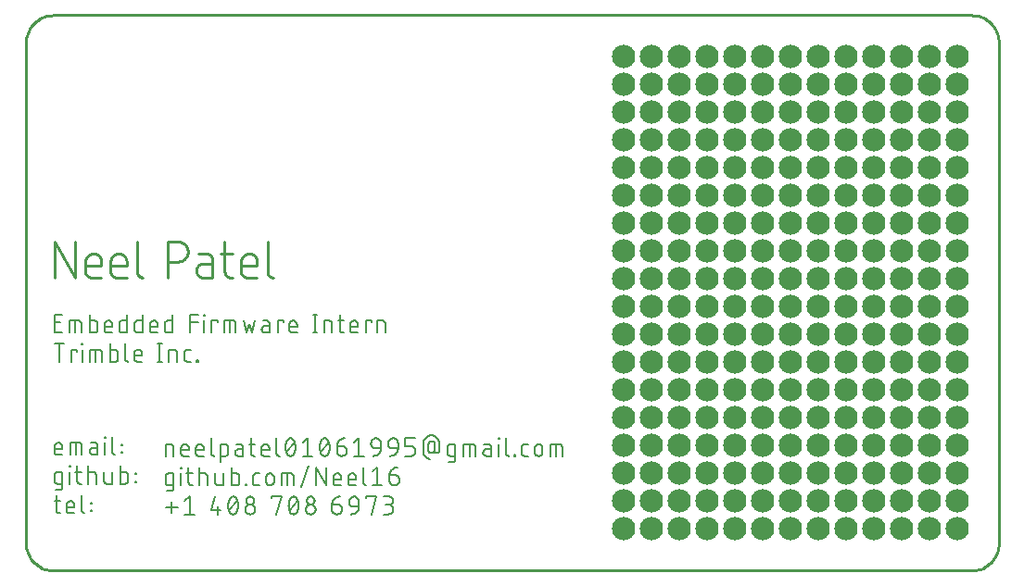
<source format=gbr>
G04 EAGLE Gerber RS-274X export*
G75*
%MOMM*%
%FSLAX34Y34*%
%LPD*%
%INSilkscreen Top*%
%IPPOS*%
%AMOC8*
5,1,8,0,0,1.08239X$1,22.5*%
G01*
%ADD10C,0.152400*%
%ADD11C,0.279400*%
%ADD12C,2.133600*%
%ADD13C,0.254000*%


D10*
X33387Y217932D02*
X26162Y217932D01*
X26162Y234188D01*
X33387Y234188D01*
X31581Y226963D02*
X26162Y226963D01*
X39818Y228769D02*
X39818Y217932D01*
X39818Y228769D02*
X47946Y228769D01*
X48047Y228767D01*
X48148Y228761D01*
X48249Y228752D01*
X48350Y228739D01*
X48450Y228722D01*
X48549Y228701D01*
X48647Y228677D01*
X48744Y228649D01*
X48841Y228617D01*
X48936Y228582D01*
X49029Y228543D01*
X49121Y228501D01*
X49212Y228455D01*
X49301Y228406D01*
X49387Y228354D01*
X49472Y228298D01*
X49555Y228240D01*
X49635Y228178D01*
X49713Y228113D01*
X49789Y228046D01*
X49862Y227976D01*
X49932Y227903D01*
X49999Y227827D01*
X50064Y227749D01*
X50126Y227669D01*
X50184Y227586D01*
X50240Y227501D01*
X50292Y227415D01*
X50341Y227326D01*
X50387Y227235D01*
X50429Y227143D01*
X50468Y227050D01*
X50503Y226955D01*
X50535Y226858D01*
X50563Y226761D01*
X50587Y226663D01*
X50608Y226564D01*
X50625Y226464D01*
X50638Y226363D01*
X50647Y226262D01*
X50653Y226161D01*
X50655Y226060D01*
X50656Y226060D02*
X50656Y217932D01*
X45237Y217932D02*
X45237Y228769D01*
X58371Y234188D02*
X58371Y217932D01*
X62887Y217932D01*
X62991Y217934D01*
X63094Y217940D01*
X63198Y217950D01*
X63301Y217964D01*
X63403Y217982D01*
X63504Y218003D01*
X63605Y218029D01*
X63704Y218058D01*
X63803Y218091D01*
X63900Y218128D01*
X63995Y218169D01*
X64089Y218213D01*
X64181Y218261D01*
X64271Y218312D01*
X64360Y218367D01*
X64446Y218425D01*
X64529Y218487D01*
X64611Y218551D01*
X64689Y218619D01*
X64765Y218689D01*
X64839Y218762D01*
X64909Y218839D01*
X64977Y218917D01*
X65041Y218999D01*
X65103Y219082D01*
X65161Y219168D01*
X65216Y219257D01*
X65267Y219347D01*
X65315Y219439D01*
X65359Y219533D01*
X65400Y219628D01*
X65437Y219725D01*
X65470Y219824D01*
X65499Y219923D01*
X65525Y220024D01*
X65546Y220125D01*
X65564Y220227D01*
X65578Y220330D01*
X65588Y220434D01*
X65594Y220537D01*
X65596Y220641D01*
X65596Y226060D01*
X65594Y226161D01*
X65588Y226262D01*
X65579Y226363D01*
X65566Y226464D01*
X65549Y226564D01*
X65528Y226663D01*
X65504Y226761D01*
X65476Y226858D01*
X65444Y226955D01*
X65409Y227050D01*
X65370Y227143D01*
X65328Y227235D01*
X65282Y227326D01*
X65233Y227415D01*
X65181Y227501D01*
X65125Y227586D01*
X65067Y227669D01*
X65005Y227749D01*
X64940Y227827D01*
X64873Y227903D01*
X64803Y227976D01*
X64730Y228046D01*
X64654Y228113D01*
X64576Y228178D01*
X64496Y228240D01*
X64413Y228298D01*
X64328Y228354D01*
X64242Y228406D01*
X64153Y228455D01*
X64062Y228501D01*
X63970Y228543D01*
X63877Y228582D01*
X63782Y228617D01*
X63685Y228649D01*
X63588Y228677D01*
X63490Y228701D01*
X63391Y228722D01*
X63291Y228739D01*
X63190Y228752D01*
X63089Y228761D01*
X62988Y228767D01*
X62887Y228769D01*
X58371Y228769D01*
X74554Y217932D02*
X79070Y217932D01*
X74554Y217932D02*
X74453Y217934D01*
X74352Y217940D01*
X74251Y217949D01*
X74150Y217962D01*
X74050Y217979D01*
X73951Y218000D01*
X73853Y218024D01*
X73756Y218052D01*
X73659Y218084D01*
X73564Y218119D01*
X73471Y218158D01*
X73379Y218200D01*
X73288Y218246D01*
X73200Y218295D01*
X73113Y218347D01*
X73028Y218403D01*
X72945Y218461D01*
X72865Y218523D01*
X72787Y218588D01*
X72711Y218655D01*
X72638Y218725D01*
X72568Y218798D01*
X72501Y218874D01*
X72436Y218952D01*
X72374Y219032D01*
X72316Y219115D01*
X72260Y219200D01*
X72208Y219287D01*
X72159Y219375D01*
X72113Y219466D01*
X72071Y219558D01*
X72032Y219651D01*
X71997Y219746D01*
X71965Y219843D01*
X71937Y219940D01*
X71913Y220038D01*
X71892Y220137D01*
X71875Y220237D01*
X71862Y220338D01*
X71853Y220439D01*
X71847Y220540D01*
X71845Y220641D01*
X71845Y225157D01*
X71847Y225276D01*
X71853Y225396D01*
X71863Y225515D01*
X71877Y225633D01*
X71894Y225752D01*
X71916Y225869D01*
X71941Y225986D01*
X71971Y226101D01*
X72004Y226216D01*
X72041Y226330D01*
X72081Y226442D01*
X72126Y226553D01*
X72174Y226662D01*
X72225Y226770D01*
X72280Y226876D01*
X72339Y226980D01*
X72401Y227082D01*
X72466Y227182D01*
X72535Y227280D01*
X72607Y227376D01*
X72682Y227469D01*
X72759Y227559D01*
X72840Y227647D01*
X72924Y227732D01*
X73011Y227814D01*
X73100Y227894D01*
X73192Y227970D01*
X73286Y228044D01*
X73383Y228114D01*
X73481Y228181D01*
X73582Y228245D01*
X73686Y228305D01*
X73791Y228362D01*
X73898Y228415D01*
X74006Y228465D01*
X74116Y228511D01*
X74228Y228553D01*
X74341Y228592D01*
X74455Y228627D01*
X74570Y228658D01*
X74687Y228686D01*
X74804Y228709D01*
X74921Y228729D01*
X75040Y228745D01*
X75159Y228757D01*
X75278Y228765D01*
X75397Y228769D01*
X75517Y228769D01*
X75636Y228765D01*
X75755Y228757D01*
X75874Y228745D01*
X75993Y228729D01*
X76110Y228709D01*
X76227Y228686D01*
X76344Y228658D01*
X76459Y228627D01*
X76573Y228592D01*
X76686Y228553D01*
X76798Y228511D01*
X76908Y228465D01*
X77016Y228415D01*
X77123Y228362D01*
X77228Y228305D01*
X77332Y228245D01*
X77433Y228181D01*
X77531Y228114D01*
X77628Y228044D01*
X77722Y227970D01*
X77814Y227894D01*
X77903Y227814D01*
X77990Y227732D01*
X78074Y227647D01*
X78155Y227559D01*
X78232Y227469D01*
X78307Y227376D01*
X78379Y227280D01*
X78448Y227182D01*
X78513Y227082D01*
X78575Y226980D01*
X78634Y226876D01*
X78689Y226770D01*
X78740Y226662D01*
X78788Y226553D01*
X78833Y226442D01*
X78873Y226330D01*
X78910Y226216D01*
X78943Y226101D01*
X78973Y225986D01*
X78998Y225869D01*
X79020Y225752D01*
X79037Y225633D01*
X79051Y225515D01*
X79061Y225396D01*
X79067Y225276D01*
X79069Y225157D01*
X79070Y225157D02*
X79070Y223351D01*
X71845Y223351D01*
X92544Y217932D02*
X92544Y234188D01*
X92544Y217932D02*
X88028Y217932D01*
X87927Y217934D01*
X87826Y217940D01*
X87725Y217949D01*
X87624Y217962D01*
X87524Y217979D01*
X87425Y218000D01*
X87327Y218024D01*
X87230Y218052D01*
X87133Y218084D01*
X87038Y218119D01*
X86945Y218158D01*
X86853Y218200D01*
X86762Y218246D01*
X86674Y218295D01*
X86587Y218347D01*
X86502Y218403D01*
X86419Y218461D01*
X86339Y218523D01*
X86261Y218588D01*
X86185Y218655D01*
X86112Y218725D01*
X86042Y218798D01*
X85975Y218874D01*
X85910Y218952D01*
X85848Y219032D01*
X85790Y219115D01*
X85734Y219200D01*
X85682Y219287D01*
X85633Y219375D01*
X85587Y219466D01*
X85545Y219558D01*
X85506Y219651D01*
X85471Y219746D01*
X85439Y219843D01*
X85411Y219940D01*
X85387Y220038D01*
X85366Y220137D01*
X85349Y220237D01*
X85336Y220338D01*
X85327Y220439D01*
X85321Y220540D01*
X85319Y220641D01*
X85319Y226060D01*
X85321Y226161D01*
X85327Y226262D01*
X85336Y226363D01*
X85349Y226464D01*
X85366Y226564D01*
X85387Y226663D01*
X85411Y226761D01*
X85439Y226858D01*
X85471Y226955D01*
X85506Y227050D01*
X85545Y227143D01*
X85587Y227235D01*
X85633Y227326D01*
X85682Y227415D01*
X85734Y227501D01*
X85790Y227586D01*
X85848Y227669D01*
X85910Y227749D01*
X85975Y227827D01*
X86042Y227903D01*
X86112Y227976D01*
X86185Y228046D01*
X86261Y228113D01*
X86339Y228178D01*
X86419Y228240D01*
X86502Y228298D01*
X86587Y228354D01*
X86674Y228406D01*
X86762Y228455D01*
X86853Y228501D01*
X86945Y228543D01*
X87038Y228582D01*
X87133Y228617D01*
X87230Y228649D01*
X87327Y228677D01*
X87425Y228701D01*
X87524Y228722D01*
X87624Y228739D01*
X87725Y228752D01*
X87826Y228761D01*
X87927Y228767D01*
X88028Y228769D01*
X92544Y228769D01*
X106612Y234188D02*
X106612Y217932D01*
X102096Y217932D01*
X101995Y217934D01*
X101894Y217940D01*
X101793Y217949D01*
X101692Y217962D01*
X101592Y217979D01*
X101493Y218000D01*
X101395Y218024D01*
X101298Y218052D01*
X101201Y218084D01*
X101106Y218119D01*
X101013Y218158D01*
X100921Y218200D01*
X100830Y218246D01*
X100742Y218295D01*
X100655Y218347D01*
X100570Y218403D01*
X100487Y218461D01*
X100407Y218523D01*
X100329Y218588D01*
X100253Y218655D01*
X100180Y218725D01*
X100110Y218798D01*
X100043Y218874D01*
X99978Y218952D01*
X99916Y219032D01*
X99858Y219115D01*
X99802Y219200D01*
X99750Y219287D01*
X99701Y219375D01*
X99655Y219466D01*
X99613Y219558D01*
X99574Y219651D01*
X99539Y219746D01*
X99507Y219843D01*
X99479Y219940D01*
X99455Y220038D01*
X99434Y220137D01*
X99417Y220237D01*
X99404Y220338D01*
X99395Y220439D01*
X99389Y220540D01*
X99387Y220641D01*
X99387Y226060D01*
X99389Y226161D01*
X99395Y226262D01*
X99404Y226363D01*
X99417Y226464D01*
X99434Y226564D01*
X99455Y226663D01*
X99479Y226761D01*
X99507Y226858D01*
X99539Y226955D01*
X99574Y227050D01*
X99613Y227143D01*
X99655Y227235D01*
X99701Y227326D01*
X99750Y227415D01*
X99802Y227501D01*
X99858Y227586D01*
X99916Y227669D01*
X99978Y227749D01*
X100043Y227827D01*
X100110Y227903D01*
X100180Y227976D01*
X100253Y228046D01*
X100329Y228113D01*
X100407Y228178D01*
X100487Y228240D01*
X100570Y228298D01*
X100655Y228354D01*
X100742Y228406D01*
X100830Y228455D01*
X100921Y228501D01*
X101013Y228543D01*
X101106Y228582D01*
X101201Y228617D01*
X101298Y228649D01*
X101395Y228677D01*
X101493Y228701D01*
X101592Y228722D01*
X101692Y228739D01*
X101793Y228752D01*
X101894Y228761D01*
X101995Y228767D01*
X102096Y228769D01*
X106612Y228769D01*
X116237Y217932D02*
X120753Y217932D01*
X116237Y217932D02*
X116136Y217934D01*
X116035Y217940D01*
X115934Y217949D01*
X115833Y217962D01*
X115733Y217979D01*
X115634Y218000D01*
X115536Y218024D01*
X115439Y218052D01*
X115342Y218084D01*
X115247Y218119D01*
X115154Y218158D01*
X115062Y218200D01*
X114971Y218246D01*
X114883Y218295D01*
X114796Y218347D01*
X114711Y218403D01*
X114628Y218461D01*
X114548Y218523D01*
X114470Y218588D01*
X114394Y218655D01*
X114321Y218725D01*
X114251Y218798D01*
X114184Y218874D01*
X114119Y218952D01*
X114057Y219032D01*
X113999Y219115D01*
X113943Y219200D01*
X113891Y219287D01*
X113842Y219375D01*
X113796Y219466D01*
X113754Y219558D01*
X113715Y219651D01*
X113680Y219746D01*
X113648Y219843D01*
X113620Y219940D01*
X113596Y220038D01*
X113575Y220137D01*
X113558Y220237D01*
X113545Y220338D01*
X113536Y220439D01*
X113530Y220540D01*
X113528Y220641D01*
X113528Y225157D01*
X113529Y225157D02*
X113531Y225276D01*
X113537Y225396D01*
X113547Y225515D01*
X113561Y225633D01*
X113578Y225752D01*
X113600Y225869D01*
X113625Y225986D01*
X113655Y226101D01*
X113688Y226216D01*
X113725Y226330D01*
X113765Y226442D01*
X113810Y226553D01*
X113858Y226662D01*
X113909Y226770D01*
X113964Y226876D01*
X114023Y226980D01*
X114085Y227082D01*
X114150Y227182D01*
X114219Y227280D01*
X114291Y227376D01*
X114366Y227469D01*
X114443Y227559D01*
X114524Y227647D01*
X114608Y227732D01*
X114695Y227814D01*
X114784Y227894D01*
X114876Y227970D01*
X114970Y228044D01*
X115067Y228114D01*
X115165Y228181D01*
X115266Y228245D01*
X115370Y228305D01*
X115475Y228362D01*
X115582Y228415D01*
X115690Y228465D01*
X115800Y228511D01*
X115912Y228553D01*
X116025Y228592D01*
X116139Y228627D01*
X116254Y228658D01*
X116371Y228686D01*
X116488Y228709D01*
X116605Y228729D01*
X116724Y228745D01*
X116843Y228757D01*
X116962Y228765D01*
X117081Y228769D01*
X117201Y228769D01*
X117320Y228765D01*
X117439Y228757D01*
X117558Y228745D01*
X117677Y228729D01*
X117794Y228709D01*
X117911Y228686D01*
X118028Y228658D01*
X118143Y228627D01*
X118257Y228592D01*
X118370Y228553D01*
X118482Y228511D01*
X118592Y228465D01*
X118700Y228415D01*
X118807Y228362D01*
X118912Y228305D01*
X119016Y228245D01*
X119117Y228181D01*
X119215Y228114D01*
X119312Y228044D01*
X119406Y227970D01*
X119498Y227894D01*
X119587Y227814D01*
X119674Y227732D01*
X119758Y227647D01*
X119839Y227559D01*
X119916Y227469D01*
X119991Y227376D01*
X120063Y227280D01*
X120132Y227182D01*
X120197Y227082D01*
X120259Y226980D01*
X120318Y226876D01*
X120373Y226770D01*
X120424Y226662D01*
X120472Y226553D01*
X120517Y226442D01*
X120557Y226330D01*
X120594Y226216D01*
X120627Y226101D01*
X120657Y225986D01*
X120682Y225869D01*
X120704Y225752D01*
X120721Y225633D01*
X120735Y225515D01*
X120745Y225396D01*
X120751Y225276D01*
X120753Y225157D01*
X120753Y223351D01*
X113528Y223351D01*
X134227Y217932D02*
X134227Y234188D01*
X134227Y217932D02*
X129711Y217932D01*
X129610Y217934D01*
X129509Y217940D01*
X129408Y217949D01*
X129307Y217962D01*
X129207Y217979D01*
X129108Y218000D01*
X129010Y218024D01*
X128913Y218052D01*
X128816Y218084D01*
X128721Y218119D01*
X128628Y218158D01*
X128536Y218200D01*
X128445Y218246D01*
X128357Y218295D01*
X128270Y218347D01*
X128185Y218403D01*
X128102Y218461D01*
X128022Y218523D01*
X127944Y218588D01*
X127868Y218655D01*
X127795Y218725D01*
X127725Y218798D01*
X127658Y218874D01*
X127593Y218952D01*
X127531Y219032D01*
X127473Y219115D01*
X127417Y219200D01*
X127365Y219287D01*
X127316Y219375D01*
X127270Y219466D01*
X127228Y219558D01*
X127189Y219651D01*
X127154Y219746D01*
X127122Y219843D01*
X127094Y219940D01*
X127070Y220038D01*
X127049Y220137D01*
X127032Y220237D01*
X127019Y220338D01*
X127010Y220439D01*
X127004Y220540D01*
X127002Y220641D01*
X127002Y226060D01*
X127004Y226161D01*
X127010Y226262D01*
X127019Y226363D01*
X127032Y226464D01*
X127049Y226564D01*
X127070Y226663D01*
X127094Y226761D01*
X127122Y226858D01*
X127154Y226955D01*
X127189Y227050D01*
X127228Y227143D01*
X127270Y227235D01*
X127316Y227326D01*
X127365Y227415D01*
X127417Y227501D01*
X127473Y227586D01*
X127531Y227669D01*
X127593Y227749D01*
X127658Y227827D01*
X127725Y227903D01*
X127795Y227976D01*
X127868Y228046D01*
X127944Y228113D01*
X128022Y228178D01*
X128102Y228240D01*
X128185Y228298D01*
X128270Y228354D01*
X128357Y228406D01*
X128445Y228455D01*
X128536Y228501D01*
X128628Y228543D01*
X128721Y228582D01*
X128816Y228617D01*
X128913Y228649D01*
X129010Y228677D01*
X129108Y228701D01*
X129207Y228722D01*
X129307Y228739D01*
X129408Y228752D01*
X129509Y228761D01*
X129610Y228767D01*
X129711Y228769D01*
X134227Y228769D01*
X150170Y234188D02*
X150170Y217932D01*
X150170Y234188D02*
X157395Y234188D01*
X157395Y226963D02*
X150170Y226963D01*
X162992Y228769D02*
X162992Y217932D01*
X162541Y233285D02*
X162541Y234188D01*
X163444Y234188D01*
X163444Y233285D01*
X162541Y233285D01*
X169885Y228769D02*
X169885Y217932D01*
X169885Y228769D02*
X175304Y228769D01*
X175304Y226963D01*
X181020Y228769D02*
X181020Y217932D01*
X181020Y228769D02*
X189148Y228769D01*
X189249Y228767D01*
X189350Y228761D01*
X189451Y228752D01*
X189552Y228739D01*
X189652Y228722D01*
X189751Y228701D01*
X189849Y228677D01*
X189946Y228649D01*
X190043Y228617D01*
X190138Y228582D01*
X190231Y228543D01*
X190323Y228501D01*
X190414Y228455D01*
X190503Y228406D01*
X190589Y228354D01*
X190674Y228298D01*
X190757Y228240D01*
X190837Y228178D01*
X190915Y228113D01*
X190991Y228046D01*
X191064Y227976D01*
X191134Y227903D01*
X191201Y227827D01*
X191266Y227749D01*
X191328Y227669D01*
X191386Y227586D01*
X191442Y227501D01*
X191494Y227415D01*
X191543Y227326D01*
X191589Y227235D01*
X191631Y227143D01*
X191670Y227050D01*
X191705Y226955D01*
X191737Y226858D01*
X191765Y226761D01*
X191789Y226663D01*
X191810Y226564D01*
X191827Y226464D01*
X191840Y226363D01*
X191849Y226262D01*
X191855Y226161D01*
X191857Y226060D01*
X191858Y226060D02*
X191858Y217932D01*
X186439Y217932D02*
X186439Y228769D01*
X198736Y228769D02*
X201445Y217932D01*
X204154Y225157D01*
X206864Y217932D01*
X209573Y228769D01*
X218740Y224254D02*
X222804Y224254D01*
X218740Y224254D02*
X218628Y224252D01*
X218517Y224246D01*
X218406Y224236D01*
X218295Y224223D01*
X218185Y224205D01*
X218076Y224183D01*
X217967Y224158D01*
X217859Y224129D01*
X217753Y224096D01*
X217647Y224059D01*
X217543Y224019D01*
X217441Y223975D01*
X217340Y223927D01*
X217241Y223876D01*
X217143Y223821D01*
X217048Y223763D01*
X216955Y223702D01*
X216864Y223637D01*
X216775Y223569D01*
X216689Y223498D01*
X216606Y223425D01*
X216525Y223348D01*
X216446Y223268D01*
X216371Y223186D01*
X216299Y223101D01*
X216229Y223014D01*
X216163Y222924D01*
X216100Y222832D01*
X216040Y222737D01*
X215984Y222641D01*
X215931Y222543D01*
X215882Y222443D01*
X215836Y222341D01*
X215794Y222238D01*
X215755Y222133D01*
X215720Y222027D01*
X215689Y221920D01*
X215662Y221812D01*
X215638Y221703D01*
X215619Y221593D01*
X215603Y221483D01*
X215591Y221372D01*
X215583Y221260D01*
X215579Y221149D01*
X215579Y221037D01*
X215583Y220926D01*
X215591Y220814D01*
X215603Y220703D01*
X215619Y220593D01*
X215638Y220483D01*
X215662Y220374D01*
X215689Y220266D01*
X215720Y220159D01*
X215755Y220053D01*
X215794Y219948D01*
X215836Y219845D01*
X215882Y219743D01*
X215931Y219643D01*
X215984Y219545D01*
X216040Y219449D01*
X216100Y219354D01*
X216163Y219262D01*
X216229Y219172D01*
X216299Y219085D01*
X216371Y219000D01*
X216446Y218918D01*
X216525Y218838D01*
X216606Y218761D01*
X216689Y218688D01*
X216775Y218617D01*
X216864Y218549D01*
X216955Y218484D01*
X217048Y218423D01*
X217143Y218365D01*
X217241Y218310D01*
X217340Y218259D01*
X217441Y218211D01*
X217543Y218167D01*
X217647Y218127D01*
X217753Y218090D01*
X217859Y218057D01*
X217967Y218028D01*
X218076Y218003D01*
X218185Y217981D01*
X218295Y217963D01*
X218406Y217950D01*
X218517Y217940D01*
X218628Y217934D01*
X218740Y217932D01*
X222804Y217932D01*
X222804Y226060D01*
X222803Y226060D02*
X222801Y226161D01*
X222795Y226262D01*
X222786Y226363D01*
X222773Y226464D01*
X222756Y226564D01*
X222735Y226663D01*
X222711Y226761D01*
X222683Y226858D01*
X222651Y226955D01*
X222616Y227050D01*
X222577Y227143D01*
X222535Y227235D01*
X222489Y227326D01*
X222440Y227415D01*
X222388Y227501D01*
X222332Y227586D01*
X222274Y227669D01*
X222212Y227749D01*
X222147Y227827D01*
X222080Y227903D01*
X222010Y227976D01*
X221937Y228046D01*
X221861Y228113D01*
X221783Y228178D01*
X221703Y228240D01*
X221620Y228298D01*
X221535Y228354D01*
X221449Y228406D01*
X221360Y228455D01*
X221269Y228501D01*
X221177Y228543D01*
X221084Y228582D01*
X220989Y228617D01*
X220892Y228649D01*
X220795Y228677D01*
X220697Y228701D01*
X220598Y228722D01*
X220498Y228739D01*
X220397Y228752D01*
X220296Y228761D01*
X220195Y228767D01*
X220094Y228769D01*
X216482Y228769D01*
X230326Y228769D02*
X230326Y217932D01*
X230326Y228769D02*
X235745Y228769D01*
X235745Y226963D01*
X243371Y217932D02*
X247887Y217932D01*
X243371Y217932D02*
X243270Y217934D01*
X243169Y217940D01*
X243068Y217949D01*
X242967Y217962D01*
X242867Y217979D01*
X242768Y218000D01*
X242670Y218024D01*
X242573Y218052D01*
X242476Y218084D01*
X242381Y218119D01*
X242288Y218158D01*
X242196Y218200D01*
X242105Y218246D01*
X242017Y218295D01*
X241930Y218347D01*
X241845Y218403D01*
X241762Y218461D01*
X241682Y218523D01*
X241604Y218588D01*
X241528Y218655D01*
X241455Y218725D01*
X241385Y218798D01*
X241318Y218874D01*
X241253Y218952D01*
X241191Y219032D01*
X241133Y219115D01*
X241077Y219200D01*
X241025Y219287D01*
X240976Y219375D01*
X240930Y219466D01*
X240888Y219558D01*
X240849Y219651D01*
X240814Y219746D01*
X240782Y219843D01*
X240754Y219940D01*
X240730Y220038D01*
X240709Y220137D01*
X240692Y220237D01*
X240679Y220338D01*
X240670Y220439D01*
X240664Y220540D01*
X240662Y220641D01*
X240662Y225157D01*
X240664Y225276D01*
X240670Y225396D01*
X240680Y225515D01*
X240694Y225633D01*
X240711Y225752D01*
X240733Y225869D01*
X240758Y225986D01*
X240788Y226101D01*
X240821Y226216D01*
X240858Y226330D01*
X240898Y226442D01*
X240943Y226553D01*
X240991Y226662D01*
X241042Y226770D01*
X241097Y226876D01*
X241156Y226980D01*
X241218Y227082D01*
X241283Y227182D01*
X241352Y227280D01*
X241424Y227376D01*
X241499Y227469D01*
X241576Y227559D01*
X241657Y227647D01*
X241741Y227732D01*
X241828Y227814D01*
X241917Y227894D01*
X242009Y227970D01*
X242103Y228044D01*
X242200Y228114D01*
X242298Y228181D01*
X242399Y228245D01*
X242503Y228305D01*
X242608Y228362D01*
X242715Y228415D01*
X242823Y228465D01*
X242933Y228511D01*
X243045Y228553D01*
X243158Y228592D01*
X243272Y228627D01*
X243387Y228658D01*
X243504Y228686D01*
X243621Y228709D01*
X243738Y228729D01*
X243857Y228745D01*
X243976Y228757D01*
X244095Y228765D01*
X244214Y228769D01*
X244334Y228769D01*
X244453Y228765D01*
X244572Y228757D01*
X244691Y228745D01*
X244810Y228729D01*
X244927Y228709D01*
X245044Y228686D01*
X245161Y228658D01*
X245276Y228627D01*
X245390Y228592D01*
X245503Y228553D01*
X245615Y228511D01*
X245725Y228465D01*
X245833Y228415D01*
X245940Y228362D01*
X246045Y228305D01*
X246149Y228245D01*
X246250Y228181D01*
X246348Y228114D01*
X246445Y228044D01*
X246539Y227970D01*
X246631Y227894D01*
X246720Y227814D01*
X246807Y227732D01*
X246891Y227647D01*
X246972Y227559D01*
X247049Y227469D01*
X247124Y227376D01*
X247196Y227280D01*
X247265Y227182D01*
X247330Y227082D01*
X247392Y226980D01*
X247451Y226876D01*
X247506Y226770D01*
X247557Y226662D01*
X247605Y226553D01*
X247650Y226442D01*
X247690Y226330D01*
X247727Y226216D01*
X247760Y226101D01*
X247790Y225986D01*
X247815Y225869D01*
X247837Y225752D01*
X247854Y225633D01*
X247868Y225515D01*
X247878Y225396D01*
X247884Y225276D01*
X247886Y225157D01*
X247887Y225157D02*
X247887Y223351D01*
X240662Y223351D01*
X264074Y217932D02*
X264074Y234188D01*
X262268Y217932D02*
X265880Y217932D01*
X265880Y234188D02*
X262268Y234188D01*
X272445Y228769D02*
X272445Y217932D01*
X272445Y228769D02*
X276961Y228769D01*
X277065Y228767D01*
X277168Y228761D01*
X277272Y228751D01*
X277375Y228737D01*
X277477Y228719D01*
X277578Y228698D01*
X277679Y228672D01*
X277778Y228643D01*
X277877Y228610D01*
X277974Y228573D01*
X278069Y228532D01*
X278163Y228488D01*
X278255Y228440D01*
X278345Y228389D01*
X278434Y228334D01*
X278520Y228276D01*
X278603Y228214D01*
X278685Y228150D01*
X278763Y228082D01*
X278839Y228012D01*
X278913Y227939D01*
X278983Y227862D01*
X279051Y227784D01*
X279115Y227702D01*
X279177Y227619D01*
X279235Y227533D01*
X279290Y227444D01*
X279341Y227354D01*
X279389Y227262D01*
X279433Y227168D01*
X279474Y227073D01*
X279511Y226976D01*
X279544Y226877D01*
X279573Y226778D01*
X279599Y226677D01*
X279620Y226576D01*
X279638Y226474D01*
X279652Y226371D01*
X279662Y226267D01*
X279668Y226164D01*
X279670Y226060D01*
X279670Y217932D01*
X285216Y228769D02*
X290635Y228769D01*
X287022Y234188D02*
X287022Y220641D01*
X287023Y220641D02*
X287025Y220540D01*
X287031Y220439D01*
X287040Y220338D01*
X287053Y220237D01*
X287070Y220137D01*
X287091Y220038D01*
X287115Y219940D01*
X287143Y219843D01*
X287175Y219746D01*
X287210Y219651D01*
X287249Y219558D01*
X287291Y219466D01*
X287337Y219375D01*
X287386Y219287D01*
X287438Y219200D01*
X287494Y219115D01*
X287552Y219032D01*
X287614Y218952D01*
X287679Y218874D01*
X287746Y218798D01*
X287816Y218725D01*
X287889Y218655D01*
X287965Y218588D01*
X288043Y218523D01*
X288123Y218461D01*
X288206Y218403D01*
X288291Y218347D01*
X288378Y218295D01*
X288466Y218246D01*
X288557Y218200D01*
X288649Y218158D01*
X288742Y218119D01*
X288837Y218084D01*
X288934Y218052D01*
X289031Y218024D01*
X289129Y218000D01*
X289228Y217979D01*
X289328Y217962D01*
X289429Y217949D01*
X289530Y217940D01*
X289631Y217934D01*
X289732Y217932D01*
X290635Y217932D01*
X299123Y217932D02*
X303638Y217932D01*
X299123Y217932D02*
X299022Y217934D01*
X298921Y217940D01*
X298820Y217949D01*
X298719Y217962D01*
X298619Y217979D01*
X298520Y218000D01*
X298422Y218024D01*
X298325Y218052D01*
X298228Y218084D01*
X298133Y218119D01*
X298040Y218158D01*
X297948Y218200D01*
X297857Y218246D01*
X297769Y218295D01*
X297682Y218347D01*
X297597Y218403D01*
X297514Y218461D01*
X297434Y218523D01*
X297356Y218588D01*
X297280Y218655D01*
X297207Y218725D01*
X297137Y218798D01*
X297070Y218874D01*
X297005Y218952D01*
X296943Y219032D01*
X296885Y219115D01*
X296829Y219200D01*
X296777Y219287D01*
X296728Y219375D01*
X296682Y219466D01*
X296640Y219558D01*
X296601Y219651D01*
X296566Y219746D01*
X296534Y219843D01*
X296506Y219940D01*
X296482Y220038D01*
X296461Y220137D01*
X296444Y220237D01*
X296431Y220338D01*
X296422Y220439D01*
X296416Y220540D01*
X296414Y220641D01*
X296413Y220641D02*
X296413Y225157D01*
X296414Y225157D02*
X296416Y225276D01*
X296422Y225396D01*
X296432Y225515D01*
X296446Y225633D01*
X296463Y225752D01*
X296485Y225869D01*
X296510Y225986D01*
X296540Y226101D01*
X296573Y226216D01*
X296610Y226330D01*
X296650Y226442D01*
X296695Y226553D01*
X296743Y226662D01*
X296794Y226770D01*
X296849Y226876D01*
X296908Y226980D01*
X296970Y227082D01*
X297035Y227182D01*
X297104Y227280D01*
X297176Y227376D01*
X297251Y227469D01*
X297328Y227559D01*
X297409Y227647D01*
X297493Y227732D01*
X297580Y227814D01*
X297669Y227894D01*
X297761Y227970D01*
X297855Y228044D01*
X297952Y228114D01*
X298050Y228181D01*
X298151Y228245D01*
X298255Y228305D01*
X298360Y228362D01*
X298467Y228415D01*
X298575Y228465D01*
X298685Y228511D01*
X298797Y228553D01*
X298910Y228592D01*
X299024Y228627D01*
X299139Y228658D01*
X299256Y228686D01*
X299373Y228709D01*
X299490Y228729D01*
X299609Y228745D01*
X299728Y228757D01*
X299847Y228765D01*
X299966Y228769D01*
X300086Y228769D01*
X300205Y228765D01*
X300324Y228757D01*
X300443Y228745D01*
X300562Y228729D01*
X300679Y228709D01*
X300796Y228686D01*
X300913Y228658D01*
X301028Y228627D01*
X301142Y228592D01*
X301255Y228553D01*
X301367Y228511D01*
X301477Y228465D01*
X301585Y228415D01*
X301692Y228362D01*
X301797Y228305D01*
X301901Y228245D01*
X302002Y228181D01*
X302100Y228114D01*
X302197Y228044D01*
X302291Y227970D01*
X302383Y227894D01*
X302472Y227814D01*
X302559Y227732D01*
X302643Y227647D01*
X302724Y227559D01*
X302801Y227469D01*
X302876Y227376D01*
X302948Y227280D01*
X303017Y227182D01*
X303082Y227082D01*
X303144Y226980D01*
X303203Y226876D01*
X303258Y226770D01*
X303309Y226662D01*
X303357Y226553D01*
X303402Y226442D01*
X303442Y226330D01*
X303479Y226216D01*
X303512Y226101D01*
X303542Y225986D01*
X303567Y225869D01*
X303589Y225752D01*
X303606Y225633D01*
X303620Y225515D01*
X303630Y225396D01*
X303636Y225276D01*
X303638Y225157D01*
X303638Y223351D01*
X296413Y223351D01*
X310566Y217932D02*
X310566Y228769D01*
X315985Y228769D01*
X315985Y226963D01*
X321423Y228769D02*
X321423Y217932D01*
X321423Y228769D02*
X325939Y228769D01*
X326043Y228767D01*
X326146Y228761D01*
X326250Y228751D01*
X326353Y228737D01*
X326455Y228719D01*
X326556Y228698D01*
X326657Y228672D01*
X326756Y228643D01*
X326855Y228610D01*
X326952Y228573D01*
X327047Y228532D01*
X327141Y228488D01*
X327233Y228440D01*
X327323Y228389D01*
X327412Y228334D01*
X327498Y228276D01*
X327581Y228214D01*
X327663Y228150D01*
X327741Y228082D01*
X327817Y228012D01*
X327891Y227939D01*
X327961Y227862D01*
X328029Y227784D01*
X328093Y227702D01*
X328155Y227619D01*
X328213Y227533D01*
X328268Y227444D01*
X328319Y227354D01*
X328367Y227262D01*
X328411Y227168D01*
X328452Y227073D01*
X328489Y226976D01*
X328522Y226877D01*
X328551Y226778D01*
X328577Y226677D01*
X328598Y226576D01*
X328616Y226474D01*
X328630Y226371D01*
X328640Y226267D01*
X328646Y226164D01*
X328648Y226060D01*
X328648Y217932D01*
X30678Y207518D02*
X30678Y191262D01*
X26162Y207518D02*
X35193Y207518D01*
X41218Y202099D02*
X41218Y191262D01*
X41218Y202099D02*
X46637Y202099D01*
X46637Y200293D01*
X51519Y202099D02*
X51519Y191262D01*
X51068Y206615D02*
X51068Y207518D01*
X51971Y207518D01*
X51971Y206615D01*
X51068Y206615D01*
X58606Y202099D02*
X58606Y191262D01*
X58606Y202099D02*
X66734Y202099D01*
X66835Y202097D01*
X66936Y202091D01*
X67037Y202082D01*
X67138Y202069D01*
X67238Y202052D01*
X67337Y202031D01*
X67435Y202007D01*
X67532Y201979D01*
X67629Y201947D01*
X67724Y201912D01*
X67817Y201873D01*
X67909Y201831D01*
X68000Y201785D01*
X68089Y201736D01*
X68175Y201684D01*
X68260Y201628D01*
X68343Y201570D01*
X68423Y201508D01*
X68501Y201443D01*
X68577Y201376D01*
X68650Y201306D01*
X68720Y201233D01*
X68787Y201157D01*
X68852Y201079D01*
X68914Y200999D01*
X68972Y200916D01*
X69028Y200831D01*
X69080Y200745D01*
X69129Y200656D01*
X69175Y200565D01*
X69217Y200473D01*
X69256Y200380D01*
X69291Y200285D01*
X69323Y200188D01*
X69351Y200091D01*
X69375Y199993D01*
X69396Y199894D01*
X69413Y199794D01*
X69426Y199693D01*
X69435Y199592D01*
X69441Y199491D01*
X69443Y199390D01*
X69443Y191262D01*
X64024Y191262D02*
X64024Y202099D01*
X77158Y207518D02*
X77158Y191262D01*
X81674Y191262D01*
X81778Y191264D01*
X81881Y191270D01*
X81985Y191280D01*
X82088Y191294D01*
X82190Y191312D01*
X82291Y191333D01*
X82392Y191359D01*
X82491Y191388D01*
X82590Y191421D01*
X82687Y191458D01*
X82782Y191499D01*
X82876Y191543D01*
X82968Y191591D01*
X83058Y191642D01*
X83147Y191697D01*
X83233Y191755D01*
X83316Y191817D01*
X83398Y191881D01*
X83476Y191949D01*
X83552Y192019D01*
X83626Y192092D01*
X83696Y192169D01*
X83764Y192247D01*
X83828Y192329D01*
X83890Y192412D01*
X83948Y192498D01*
X84003Y192587D01*
X84054Y192677D01*
X84102Y192769D01*
X84146Y192863D01*
X84187Y192958D01*
X84224Y193055D01*
X84257Y193154D01*
X84286Y193253D01*
X84312Y193354D01*
X84333Y193455D01*
X84351Y193557D01*
X84365Y193660D01*
X84375Y193764D01*
X84381Y193867D01*
X84383Y193971D01*
X84383Y199390D01*
X84381Y199491D01*
X84375Y199592D01*
X84366Y199693D01*
X84353Y199794D01*
X84336Y199894D01*
X84315Y199993D01*
X84291Y200091D01*
X84263Y200188D01*
X84231Y200285D01*
X84196Y200380D01*
X84157Y200473D01*
X84115Y200565D01*
X84069Y200656D01*
X84020Y200745D01*
X83968Y200831D01*
X83912Y200916D01*
X83854Y200999D01*
X83792Y201079D01*
X83727Y201157D01*
X83660Y201233D01*
X83590Y201306D01*
X83517Y201376D01*
X83441Y201443D01*
X83363Y201508D01*
X83283Y201570D01*
X83200Y201628D01*
X83115Y201684D01*
X83029Y201736D01*
X82940Y201785D01*
X82849Y201831D01*
X82757Y201873D01*
X82664Y201912D01*
X82569Y201947D01*
X82472Y201979D01*
X82375Y202007D01*
X82277Y202031D01*
X82178Y202052D01*
X82078Y202069D01*
X81977Y202082D01*
X81876Y202091D01*
X81775Y202097D01*
X81674Y202099D01*
X77158Y202099D01*
X90869Y207518D02*
X90869Y193971D01*
X90871Y193870D01*
X90877Y193769D01*
X90886Y193668D01*
X90899Y193567D01*
X90916Y193467D01*
X90937Y193368D01*
X90961Y193270D01*
X90989Y193173D01*
X91021Y193076D01*
X91056Y192981D01*
X91095Y192888D01*
X91137Y192796D01*
X91183Y192705D01*
X91232Y192617D01*
X91284Y192530D01*
X91340Y192445D01*
X91398Y192362D01*
X91460Y192282D01*
X91525Y192204D01*
X91592Y192128D01*
X91662Y192055D01*
X91735Y191985D01*
X91811Y191918D01*
X91889Y191853D01*
X91969Y191791D01*
X92052Y191733D01*
X92137Y191677D01*
X92224Y191625D01*
X92312Y191576D01*
X92403Y191530D01*
X92495Y191488D01*
X92588Y191449D01*
X92683Y191414D01*
X92780Y191382D01*
X92877Y191354D01*
X92975Y191330D01*
X93074Y191309D01*
X93174Y191292D01*
X93275Y191279D01*
X93376Y191270D01*
X93477Y191264D01*
X93578Y191262D01*
X101678Y191262D02*
X106194Y191262D01*
X101678Y191262D02*
X101577Y191264D01*
X101476Y191270D01*
X101375Y191279D01*
X101274Y191292D01*
X101174Y191309D01*
X101075Y191330D01*
X100977Y191354D01*
X100880Y191382D01*
X100783Y191414D01*
X100688Y191449D01*
X100595Y191488D01*
X100503Y191530D01*
X100412Y191576D01*
X100324Y191625D01*
X100237Y191677D01*
X100152Y191733D01*
X100069Y191791D01*
X99989Y191853D01*
X99911Y191918D01*
X99835Y191985D01*
X99762Y192055D01*
X99692Y192128D01*
X99625Y192204D01*
X99560Y192282D01*
X99498Y192362D01*
X99440Y192445D01*
X99384Y192530D01*
X99332Y192617D01*
X99283Y192705D01*
X99237Y192796D01*
X99195Y192888D01*
X99156Y192981D01*
X99121Y193076D01*
X99089Y193173D01*
X99061Y193270D01*
X99037Y193368D01*
X99016Y193467D01*
X98999Y193567D01*
X98986Y193668D01*
X98977Y193769D01*
X98971Y193870D01*
X98969Y193971D01*
X98969Y198487D01*
X98971Y198606D01*
X98977Y198726D01*
X98987Y198845D01*
X99001Y198963D01*
X99018Y199082D01*
X99040Y199199D01*
X99065Y199316D01*
X99095Y199431D01*
X99128Y199546D01*
X99165Y199660D01*
X99205Y199772D01*
X99250Y199883D01*
X99298Y199992D01*
X99349Y200100D01*
X99404Y200206D01*
X99463Y200310D01*
X99525Y200412D01*
X99590Y200512D01*
X99659Y200610D01*
X99731Y200706D01*
X99806Y200799D01*
X99883Y200889D01*
X99964Y200977D01*
X100048Y201062D01*
X100135Y201144D01*
X100224Y201224D01*
X100316Y201300D01*
X100410Y201374D01*
X100507Y201444D01*
X100605Y201511D01*
X100706Y201575D01*
X100810Y201635D01*
X100915Y201692D01*
X101022Y201745D01*
X101130Y201795D01*
X101240Y201841D01*
X101352Y201883D01*
X101465Y201922D01*
X101579Y201957D01*
X101694Y201988D01*
X101811Y202016D01*
X101928Y202039D01*
X102045Y202059D01*
X102164Y202075D01*
X102283Y202087D01*
X102402Y202095D01*
X102521Y202099D01*
X102641Y202099D01*
X102760Y202095D01*
X102879Y202087D01*
X102998Y202075D01*
X103117Y202059D01*
X103234Y202039D01*
X103351Y202016D01*
X103468Y201988D01*
X103583Y201957D01*
X103697Y201922D01*
X103810Y201883D01*
X103922Y201841D01*
X104032Y201795D01*
X104140Y201745D01*
X104247Y201692D01*
X104352Y201635D01*
X104456Y201575D01*
X104557Y201511D01*
X104655Y201444D01*
X104752Y201374D01*
X104846Y201300D01*
X104938Y201224D01*
X105027Y201144D01*
X105114Y201062D01*
X105198Y200977D01*
X105279Y200889D01*
X105356Y200799D01*
X105431Y200706D01*
X105503Y200610D01*
X105572Y200512D01*
X105637Y200412D01*
X105699Y200310D01*
X105758Y200206D01*
X105813Y200100D01*
X105864Y199992D01*
X105912Y199883D01*
X105957Y199772D01*
X105997Y199660D01*
X106034Y199546D01*
X106067Y199431D01*
X106097Y199316D01*
X106122Y199199D01*
X106144Y199082D01*
X106161Y198963D01*
X106175Y198845D01*
X106185Y198726D01*
X106191Y198606D01*
X106193Y198487D01*
X106194Y198487D02*
X106194Y196681D01*
X98969Y196681D01*
X122381Y191262D02*
X122381Y207518D01*
X120574Y191262D02*
X124187Y191262D01*
X124187Y207518D02*
X120574Y207518D01*
X130752Y202099D02*
X130752Y191262D01*
X130752Y202099D02*
X135268Y202099D01*
X135372Y202097D01*
X135475Y202091D01*
X135579Y202081D01*
X135682Y202067D01*
X135784Y202049D01*
X135885Y202028D01*
X135986Y202002D01*
X136085Y201973D01*
X136184Y201940D01*
X136281Y201903D01*
X136376Y201862D01*
X136470Y201818D01*
X136562Y201770D01*
X136652Y201719D01*
X136741Y201664D01*
X136827Y201606D01*
X136910Y201544D01*
X136992Y201480D01*
X137070Y201412D01*
X137146Y201342D01*
X137220Y201269D01*
X137290Y201192D01*
X137358Y201114D01*
X137422Y201032D01*
X137484Y200949D01*
X137542Y200863D01*
X137597Y200774D01*
X137648Y200684D01*
X137696Y200592D01*
X137740Y200498D01*
X137781Y200403D01*
X137818Y200306D01*
X137851Y200207D01*
X137880Y200108D01*
X137906Y200007D01*
X137927Y199906D01*
X137945Y199804D01*
X137959Y199701D01*
X137969Y199597D01*
X137975Y199494D01*
X137977Y199390D01*
X137977Y191262D01*
X147547Y191262D02*
X151160Y191262D01*
X147547Y191262D02*
X147446Y191264D01*
X147345Y191270D01*
X147244Y191279D01*
X147143Y191292D01*
X147043Y191309D01*
X146944Y191330D01*
X146846Y191354D01*
X146749Y191382D01*
X146652Y191414D01*
X146557Y191449D01*
X146464Y191488D01*
X146372Y191530D01*
X146281Y191576D01*
X146193Y191625D01*
X146106Y191677D01*
X146021Y191733D01*
X145938Y191791D01*
X145858Y191853D01*
X145780Y191918D01*
X145704Y191985D01*
X145631Y192055D01*
X145561Y192128D01*
X145494Y192204D01*
X145429Y192282D01*
X145367Y192362D01*
X145309Y192445D01*
X145253Y192530D01*
X145201Y192617D01*
X145152Y192705D01*
X145106Y192796D01*
X145064Y192888D01*
X145025Y192981D01*
X144990Y193076D01*
X144958Y193173D01*
X144930Y193270D01*
X144906Y193368D01*
X144885Y193467D01*
X144868Y193567D01*
X144855Y193668D01*
X144846Y193769D01*
X144840Y193870D01*
X144838Y193971D01*
X144838Y199390D01*
X144840Y199491D01*
X144846Y199592D01*
X144855Y199693D01*
X144868Y199794D01*
X144885Y199894D01*
X144906Y199993D01*
X144930Y200091D01*
X144958Y200188D01*
X144990Y200285D01*
X145025Y200380D01*
X145064Y200473D01*
X145106Y200565D01*
X145152Y200656D01*
X145201Y200745D01*
X145253Y200831D01*
X145309Y200916D01*
X145367Y200999D01*
X145429Y201079D01*
X145494Y201157D01*
X145561Y201233D01*
X145631Y201306D01*
X145704Y201376D01*
X145780Y201443D01*
X145858Y201508D01*
X145938Y201570D01*
X146021Y201628D01*
X146106Y201684D01*
X146193Y201736D01*
X146281Y201785D01*
X146372Y201831D01*
X146464Y201873D01*
X146557Y201912D01*
X146652Y201947D01*
X146749Y201979D01*
X146846Y202007D01*
X146944Y202031D01*
X147043Y202052D01*
X147143Y202069D01*
X147244Y202082D01*
X147345Y202091D01*
X147446Y202097D01*
X147547Y202099D01*
X151160Y202099D01*
X156318Y192165D02*
X156318Y191262D01*
X156318Y192165D02*
X157221Y192165D01*
X157221Y191262D01*
X156318Y191262D01*
X33387Y106172D02*
X28871Y106172D01*
X28770Y106174D01*
X28669Y106180D01*
X28568Y106189D01*
X28467Y106202D01*
X28367Y106219D01*
X28268Y106240D01*
X28170Y106264D01*
X28073Y106292D01*
X27976Y106324D01*
X27881Y106359D01*
X27788Y106398D01*
X27696Y106440D01*
X27605Y106486D01*
X27517Y106535D01*
X27430Y106587D01*
X27345Y106643D01*
X27262Y106701D01*
X27182Y106763D01*
X27104Y106828D01*
X27028Y106895D01*
X26955Y106965D01*
X26885Y107038D01*
X26818Y107114D01*
X26753Y107192D01*
X26691Y107272D01*
X26633Y107355D01*
X26577Y107440D01*
X26525Y107527D01*
X26476Y107615D01*
X26430Y107706D01*
X26388Y107798D01*
X26349Y107891D01*
X26314Y107986D01*
X26282Y108083D01*
X26254Y108180D01*
X26230Y108278D01*
X26209Y108377D01*
X26192Y108477D01*
X26179Y108578D01*
X26170Y108679D01*
X26164Y108780D01*
X26162Y108881D01*
X26162Y113397D01*
X26164Y113516D01*
X26170Y113636D01*
X26180Y113755D01*
X26194Y113873D01*
X26211Y113992D01*
X26233Y114109D01*
X26258Y114226D01*
X26288Y114341D01*
X26321Y114456D01*
X26358Y114570D01*
X26398Y114682D01*
X26443Y114793D01*
X26491Y114902D01*
X26542Y115010D01*
X26597Y115116D01*
X26656Y115220D01*
X26718Y115322D01*
X26783Y115422D01*
X26852Y115520D01*
X26924Y115616D01*
X26999Y115709D01*
X27076Y115799D01*
X27157Y115887D01*
X27241Y115972D01*
X27328Y116054D01*
X27417Y116134D01*
X27509Y116210D01*
X27603Y116284D01*
X27700Y116354D01*
X27798Y116421D01*
X27899Y116485D01*
X28003Y116545D01*
X28108Y116602D01*
X28215Y116655D01*
X28323Y116705D01*
X28433Y116751D01*
X28545Y116793D01*
X28658Y116832D01*
X28772Y116867D01*
X28887Y116898D01*
X29004Y116926D01*
X29121Y116949D01*
X29238Y116969D01*
X29357Y116985D01*
X29476Y116997D01*
X29595Y117005D01*
X29714Y117009D01*
X29834Y117009D01*
X29953Y117005D01*
X30072Y116997D01*
X30191Y116985D01*
X30310Y116969D01*
X30427Y116949D01*
X30544Y116926D01*
X30661Y116898D01*
X30776Y116867D01*
X30890Y116832D01*
X31003Y116793D01*
X31115Y116751D01*
X31225Y116705D01*
X31333Y116655D01*
X31440Y116602D01*
X31545Y116545D01*
X31649Y116485D01*
X31750Y116421D01*
X31848Y116354D01*
X31945Y116284D01*
X32039Y116210D01*
X32131Y116134D01*
X32220Y116054D01*
X32307Y115972D01*
X32391Y115887D01*
X32472Y115799D01*
X32549Y115709D01*
X32624Y115616D01*
X32696Y115520D01*
X32765Y115422D01*
X32830Y115322D01*
X32892Y115220D01*
X32951Y115116D01*
X33006Y115010D01*
X33057Y114902D01*
X33105Y114793D01*
X33150Y114682D01*
X33190Y114570D01*
X33227Y114456D01*
X33260Y114341D01*
X33290Y114226D01*
X33315Y114109D01*
X33337Y113992D01*
X33354Y113873D01*
X33368Y113755D01*
X33378Y113636D01*
X33384Y113516D01*
X33386Y113397D01*
X33387Y113397D02*
X33387Y111591D01*
X26162Y111591D01*
X40508Y106172D02*
X40508Y117009D01*
X48636Y117009D01*
X48737Y117007D01*
X48838Y117001D01*
X48939Y116992D01*
X49040Y116979D01*
X49140Y116962D01*
X49239Y116941D01*
X49337Y116917D01*
X49434Y116889D01*
X49531Y116857D01*
X49626Y116822D01*
X49719Y116783D01*
X49811Y116741D01*
X49902Y116695D01*
X49991Y116646D01*
X50077Y116594D01*
X50162Y116538D01*
X50245Y116480D01*
X50325Y116418D01*
X50403Y116353D01*
X50479Y116286D01*
X50552Y116216D01*
X50622Y116143D01*
X50689Y116067D01*
X50754Y115989D01*
X50816Y115909D01*
X50874Y115826D01*
X50930Y115741D01*
X50982Y115655D01*
X51031Y115566D01*
X51077Y115475D01*
X51119Y115383D01*
X51158Y115290D01*
X51193Y115195D01*
X51225Y115098D01*
X51253Y115001D01*
X51277Y114903D01*
X51298Y114804D01*
X51315Y114704D01*
X51328Y114603D01*
X51337Y114502D01*
X51343Y114401D01*
X51345Y114300D01*
X51345Y106172D01*
X45927Y106172D02*
X45927Y117009D01*
X61554Y112494D02*
X65618Y112494D01*
X61554Y112494D02*
X61442Y112492D01*
X61331Y112486D01*
X61220Y112476D01*
X61109Y112463D01*
X60999Y112445D01*
X60890Y112423D01*
X60781Y112398D01*
X60673Y112369D01*
X60567Y112336D01*
X60461Y112299D01*
X60357Y112259D01*
X60255Y112215D01*
X60154Y112167D01*
X60055Y112116D01*
X59957Y112061D01*
X59862Y112003D01*
X59769Y111942D01*
X59678Y111877D01*
X59589Y111809D01*
X59503Y111738D01*
X59420Y111665D01*
X59339Y111588D01*
X59260Y111508D01*
X59185Y111426D01*
X59113Y111341D01*
X59043Y111254D01*
X58977Y111164D01*
X58914Y111072D01*
X58854Y110977D01*
X58798Y110881D01*
X58745Y110783D01*
X58696Y110683D01*
X58650Y110581D01*
X58608Y110478D01*
X58569Y110373D01*
X58534Y110267D01*
X58503Y110160D01*
X58476Y110052D01*
X58452Y109943D01*
X58433Y109833D01*
X58417Y109723D01*
X58405Y109612D01*
X58397Y109500D01*
X58393Y109389D01*
X58393Y109277D01*
X58397Y109166D01*
X58405Y109054D01*
X58417Y108943D01*
X58433Y108833D01*
X58452Y108723D01*
X58476Y108614D01*
X58503Y108506D01*
X58534Y108399D01*
X58569Y108293D01*
X58608Y108188D01*
X58650Y108085D01*
X58696Y107983D01*
X58745Y107883D01*
X58798Y107785D01*
X58854Y107689D01*
X58914Y107594D01*
X58977Y107502D01*
X59043Y107412D01*
X59113Y107325D01*
X59185Y107240D01*
X59260Y107158D01*
X59339Y107078D01*
X59420Y107001D01*
X59503Y106928D01*
X59589Y106857D01*
X59678Y106789D01*
X59769Y106724D01*
X59862Y106663D01*
X59957Y106605D01*
X60055Y106550D01*
X60154Y106499D01*
X60255Y106451D01*
X60357Y106407D01*
X60461Y106367D01*
X60567Y106330D01*
X60673Y106297D01*
X60781Y106268D01*
X60890Y106243D01*
X60999Y106221D01*
X61109Y106203D01*
X61220Y106190D01*
X61331Y106180D01*
X61442Y106174D01*
X61554Y106172D01*
X65618Y106172D01*
X65618Y114300D01*
X65616Y114401D01*
X65610Y114502D01*
X65601Y114603D01*
X65588Y114704D01*
X65571Y114804D01*
X65550Y114903D01*
X65526Y115001D01*
X65498Y115098D01*
X65466Y115195D01*
X65431Y115290D01*
X65392Y115383D01*
X65350Y115475D01*
X65304Y115566D01*
X65255Y115655D01*
X65203Y115741D01*
X65147Y115826D01*
X65089Y115909D01*
X65027Y115989D01*
X64962Y116067D01*
X64895Y116143D01*
X64825Y116216D01*
X64752Y116286D01*
X64676Y116353D01*
X64598Y116418D01*
X64518Y116480D01*
X64435Y116538D01*
X64350Y116594D01*
X64264Y116646D01*
X64175Y116695D01*
X64084Y116741D01*
X63992Y116783D01*
X63899Y116822D01*
X63804Y116857D01*
X63707Y116889D01*
X63610Y116917D01*
X63512Y116941D01*
X63413Y116962D01*
X63313Y116979D01*
X63212Y116992D01*
X63111Y117001D01*
X63010Y117007D01*
X62909Y117009D01*
X59296Y117009D01*
X72500Y117009D02*
X72500Y106172D01*
X72048Y121525D02*
X72048Y122428D01*
X72951Y122428D01*
X72951Y121525D01*
X72048Y121525D01*
X79024Y122428D02*
X79024Y108881D01*
X79026Y108780D01*
X79032Y108679D01*
X79041Y108578D01*
X79054Y108477D01*
X79071Y108377D01*
X79092Y108278D01*
X79116Y108180D01*
X79144Y108083D01*
X79176Y107986D01*
X79211Y107891D01*
X79250Y107798D01*
X79292Y107706D01*
X79338Y107615D01*
X79387Y107527D01*
X79439Y107440D01*
X79495Y107355D01*
X79553Y107272D01*
X79615Y107192D01*
X79680Y107114D01*
X79747Y107038D01*
X79817Y106965D01*
X79890Y106895D01*
X79966Y106828D01*
X80044Y106763D01*
X80124Y106701D01*
X80207Y106643D01*
X80292Y106587D01*
X80379Y106535D01*
X80467Y106486D01*
X80558Y106440D01*
X80650Y106398D01*
X80743Y106359D01*
X80838Y106324D01*
X80935Y106292D01*
X81032Y106264D01*
X81130Y106240D01*
X81229Y106219D01*
X81329Y106202D01*
X81430Y106189D01*
X81531Y106180D01*
X81632Y106174D01*
X81733Y106172D01*
X87158Y107527D02*
X87158Y108430D01*
X88062Y108430D01*
X88062Y107527D01*
X87158Y107527D01*
X87158Y114752D02*
X87158Y115655D01*
X88062Y115655D01*
X88062Y114752D01*
X87158Y114752D01*
X33387Y79502D02*
X28871Y79502D01*
X28770Y79504D01*
X28669Y79510D01*
X28568Y79519D01*
X28467Y79532D01*
X28367Y79549D01*
X28268Y79570D01*
X28170Y79594D01*
X28073Y79622D01*
X27976Y79654D01*
X27881Y79689D01*
X27788Y79728D01*
X27696Y79770D01*
X27605Y79816D01*
X27517Y79865D01*
X27430Y79917D01*
X27345Y79973D01*
X27262Y80031D01*
X27182Y80093D01*
X27104Y80158D01*
X27028Y80225D01*
X26955Y80295D01*
X26885Y80368D01*
X26818Y80444D01*
X26753Y80522D01*
X26691Y80602D01*
X26633Y80685D01*
X26577Y80770D01*
X26525Y80857D01*
X26476Y80945D01*
X26430Y81036D01*
X26388Y81128D01*
X26349Y81221D01*
X26314Y81316D01*
X26282Y81413D01*
X26254Y81510D01*
X26230Y81608D01*
X26209Y81707D01*
X26192Y81807D01*
X26179Y81908D01*
X26170Y82009D01*
X26164Y82110D01*
X26162Y82211D01*
X26162Y87630D01*
X26164Y87731D01*
X26170Y87832D01*
X26179Y87933D01*
X26192Y88034D01*
X26209Y88134D01*
X26230Y88233D01*
X26254Y88331D01*
X26282Y88428D01*
X26314Y88525D01*
X26349Y88620D01*
X26388Y88713D01*
X26430Y88805D01*
X26476Y88896D01*
X26525Y88985D01*
X26577Y89071D01*
X26633Y89156D01*
X26691Y89239D01*
X26753Y89319D01*
X26818Y89397D01*
X26885Y89473D01*
X26955Y89546D01*
X27028Y89616D01*
X27104Y89683D01*
X27182Y89748D01*
X27262Y89810D01*
X27345Y89868D01*
X27430Y89924D01*
X27517Y89976D01*
X27605Y90025D01*
X27696Y90071D01*
X27788Y90113D01*
X27881Y90152D01*
X27976Y90187D01*
X28073Y90219D01*
X28170Y90247D01*
X28268Y90271D01*
X28367Y90292D01*
X28467Y90309D01*
X28568Y90322D01*
X28669Y90331D01*
X28770Y90337D01*
X28871Y90339D01*
X33387Y90339D01*
X33387Y76793D01*
X33385Y76689D01*
X33379Y76586D01*
X33369Y76482D01*
X33355Y76379D01*
X33337Y76277D01*
X33316Y76176D01*
X33290Y76075D01*
X33261Y75976D01*
X33228Y75877D01*
X33191Y75780D01*
X33150Y75685D01*
X33106Y75591D01*
X33058Y75499D01*
X33007Y75409D01*
X32952Y75320D01*
X32894Y75234D01*
X32832Y75151D01*
X32768Y75069D01*
X32700Y74991D01*
X32630Y74915D01*
X32557Y74841D01*
X32480Y74771D01*
X32402Y74703D01*
X32320Y74639D01*
X32237Y74577D01*
X32151Y74519D01*
X32062Y74464D01*
X31972Y74413D01*
X31880Y74365D01*
X31786Y74321D01*
X31691Y74280D01*
X31594Y74243D01*
X31495Y74210D01*
X31396Y74181D01*
X31295Y74155D01*
X31194Y74134D01*
X31092Y74116D01*
X30989Y74102D01*
X30885Y74092D01*
X30782Y74086D01*
X30678Y74084D01*
X30678Y74083D02*
X27065Y74083D01*
X40269Y79502D02*
X40269Y90339D01*
X39817Y94855D02*
X39817Y95758D01*
X40720Y95758D01*
X40720Y94855D01*
X39817Y94855D01*
X45259Y90339D02*
X50677Y90339D01*
X47065Y95758D02*
X47065Y82211D01*
X47067Y82110D01*
X47073Y82009D01*
X47082Y81908D01*
X47095Y81807D01*
X47112Y81707D01*
X47133Y81608D01*
X47157Y81510D01*
X47185Y81413D01*
X47217Y81316D01*
X47252Y81221D01*
X47291Y81128D01*
X47333Y81036D01*
X47379Y80945D01*
X47428Y80857D01*
X47480Y80770D01*
X47536Y80685D01*
X47594Y80602D01*
X47656Y80522D01*
X47721Y80444D01*
X47788Y80368D01*
X47858Y80295D01*
X47931Y80225D01*
X48007Y80158D01*
X48085Y80093D01*
X48165Y80031D01*
X48248Y79973D01*
X48333Y79917D01*
X48420Y79865D01*
X48508Y79816D01*
X48599Y79770D01*
X48691Y79728D01*
X48784Y79689D01*
X48879Y79654D01*
X48976Y79622D01*
X49073Y79594D01*
X49171Y79570D01*
X49270Y79549D01*
X49370Y79532D01*
X49471Y79519D01*
X49572Y79510D01*
X49673Y79504D01*
X49774Y79502D01*
X50677Y79502D01*
X56977Y79502D02*
X56977Y95758D01*
X56977Y90339D02*
X61492Y90339D01*
X61596Y90337D01*
X61699Y90331D01*
X61803Y90321D01*
X61906Y90307D01*
X62008Y90289D01*
X62109Y90268D01*
X62210Y90242D01*
X62309Y90213D01*
X62408Y90180D01*
X62505Y90143D01*
X62600Y90102D01*
X62694Y90058D01*
X62786Y90010D01*
X62876Y89959D01*
X62965Y89904D01*
X63051Y89846D01*
X63134Y89784D01*
X63216Y89720D01*
X63294Y89652D01*
X63370Y89582D01*
X63444Y89509D01*
X63514Y89432D01*
X63582Y89354D01*
X63646Y89272D01*
X63708Y89189D01*
X63766Y89103D01*
X63821Y89014D01*
X63872Y88924D01*
X63920Y88832D01*
X63964Y88738D01*
X64005Y88643D01*
X64042Y88546D01*
X64075Y88447D01*
X64104Y88348D01*
X64130Y88247D01*
X64151Y88146D01*
X64169Y88044D01*
X64183Y87941D01*
X64193Y87837D01*
X64199Y87734D01*
X64201Y87630D01*
X64202Y87630D02*
X64202Y79502D01*
X71566Y82211D02*
X71566Y90339D01*
X71566Y82211D02*
X71568Y82110D01*
X71574Y82009D01*
X71583Y81908D01*
X71596Y81807D01*
X71613Y81707D01*
X71634Y81608D01*
X71658Y81510D01*
X71686Y81413D01*
X71718Y81316D01*
X71753Y81221D01*
X71792Y81128D01*
X71834Y81036D01*
X71880Y80945D01*
X71929Y80857D01*
X71981Y80770D01*
X72037Y80685D01*
X72095Y80602D01*
X72157Y80522D01*
X72222Y80444D01*
X72289Y80368D01*
X72359Y80295D01*
X72432Y80225D01*
X72508Y80158D01*
X72586Y80093D01*
X72666Y80031D01*
X72749Y79973D01*
X72834Y79917D01*
X72921Y79865D01*
X73009Y79816D01*
X73100Y79770D01*
X73192Y79728D01*
X73285Y79689D01*
X73380Y79654D01*
X73477Y79622D01*
X73574Y79594D01*
X73672Y79570D01*
X73771Y79549D01*
X73871Y79532D01*
X73972Y79519D01*
X74073Y79510D01*
X74174Y79504D01*
X74275Y79502D01*
X78791Y79502D01*
X78791Y90339D01*
X86228Y95758D02*
X86228Y79502D01*
X90744Y79502D01*
X90848Y79504D01*
X90951Y79510D01*
X91055Y79520D01*
X91158Y79534D01*
X91260Y79552D01*
X91361Y79573D01*
X91462Y79599D01*
X91561Y79628D01*
X91660Y79661D01*
X91757Y79698D01*
X91852Y79739D01*
X91946Y79783D01*
X92038Y79831D01*
X92128Y79882D01*
X92217Y79937D01*
X92303Y79995D01*
X92386Y80057D01*
X92468Y80121D01*
X92546Y80189D01*
X92622Y80259D01*
X92696Y80332D01*
X92766Y80409D01*
X92834Y80487D01*
X92898Y80569D01*
X92960Y80652D01*
X93018Y80738D01*
X93073Y80827D01*
X93124Y80917D01*
X93172Y81009D01*
X93216Y81103D01*
X93257Y81198D01*
X93294Y81295D01*
X93327Y81394D01*
X93356Y81493D01*
X93382Y81594D01*
X93403Y81695D01*
X93421Y81797D01*
X93435Y81900D01*
X93445Y82004D01*
X93451Y82107D01*
X93453Y82211D01*
X93453Y87630D01*
X93451Y87731D01*
X93445Y87832D01*
X93436Y87933D01*
X93423Y88034D01*
X93406Y88134D01*
X93385Y88233D01*
X93361Y88331D01*
X93333Y88428D01*
X93301Y88525D01*
X93266Y88620D01*
X93227Y88713D01*
X93185Y88805D01*
X93139Y88896D01*
X93090Y88985D01*
X93038Y89071D01*
X92982Y89156D01*
X92924Y89239D01*
X92862Y89319D01*
X92797Y89397D01*
X92730Y89473D01*
X92660Y89546D01*
X92587Y89616D01*
X92511Y89683D01*
X92433Y89748D01*
X92353Y89810D01*
X92270Y89868D01*
X92185Y89924D01*
X92099Y89976D01*
X92010Y90025D01*
X91919Y90071D01*
X91827Y90113D01*
X91734Y90152D01*
X91639Y90187D01*
X91542Y90219D01*
X91445Y90247D01*
X91347Y90271D01*
X91248Y90292D01*
X91148Y90309D01*
X91047Y90322D01*
X90946Y90331D01*
X90845Y90337D01*
X90744Y90339D01*
X86228Y90339D01*
X99737Y81760D02*
X99737Y80857D01*
X99737Y81760D02*
X100640Y81760D01*
X100640Y80857D01*
X99737Y80857D01*
X99737Y88082D02*
X99737Y88985D01*
X100640Y88985D01*
X100640Y88082D01*
X99737Y88082D01*
X31581Y63669D02*
X26162Y63669D01*
X27968Y69088D02*
X27968Y55541D01*
X27969Y55541D02*
X27971Y55440D01*
X27977Y55339D01*
X27986Y55238D01*
X27999Y55137D01*
X28016Y55037D01*
X28037Y54938D01*
X28061Y54840D01*
X28089Y54743D01*
X28121Y54646D01*
X28156Y54551D01*
X28195Y54458D01*
X28237Y54366D01*
X28283Y54275D01*
X28332Y54186D01*
X28384Y54100D01*
X28440Y54015D01*
X28498Y53932D01*
X28560Y53852D01*
X28625Y53774D01*
X28692Y53698D01*
X28762Y53625D01*
X28835Y53555D01*
X28911Y53488D01*
X28989Y53423D01*
X29069Y53361D01*
X29152Y53303D01*
X29237Y53247D01*
X29324Y53195D01*
X29412Y53146D01*
X29503Y53100D01*
X29595Y53058D01*
X29688Y53019D01*
X29783Y52984D01*
X29880Y52952D01*
X29977Y52924D01*
X30075Y52900D01*
X30174Y52879D01*
X30274Y52862D01*
X30375Y52849D01*
X30476Y52840D01*
X30577Y52834D01*
X30678Y52832D01*
X31581Y52832D01*
X40068Y52832D02*
X44584Y52832D01*
X40068Y52832D02*
X39967Y52834D01*
X39866Y52840D01*
X39765Y52849D01*
X39664Y52862D01*
X39564Y52879D01*
X39465Y52900D01*
X39367Y52924D01*
X39270Y52952D01*
X39173Y52984D01*
X39078Y53019D01*
X38985Y53058D01*
X38893Y53100D01*
X38802Y53146D01*
X38714Y53195D01*
X38627Y53247D01*
X38542Y53303D01*
X38459Y53361D01*
X38379Y53423D01*
X38301Y53488D01*
X38225Y53555D01*
X38152Y53625D01*
X38082Y53698D01*
X38015Y53774D01*
X37950Y53852D01*
X37888Y53932D01*
X37830Y54015D01*
X37774Y54100D01*
X37722Y54186D01*
X37673Y54275D01*
X37627Y54366D01*
X37585Y54458D01*
X37546Y54551D01*
X37511Y54646D01*
X37479Y54743D01*
X37451Y54840D01*
X37427Y54938D01*
X37406Y55037D01*
X37389Y55137D01*
X37376Y55238D01*
X37367Y55339D01*
X37361Y55440D01*
X37359Y55541D01*
X37359Y60057D01*
X37361Y60176D01*
X37367Y60296D01*
X37377Y60415D01*
X37391Y60533D01*
X37408Y60652D01*
X37430Y60769D01*
X37455Y60886D01*
X37485Y61001D01*
X37518Y61116D01*
X37555Y61230D01*
X37595Y61342D01*
X37640Y61453D01*
X37688Y61562D01*
X37739Y61670D01*
X37794Y61776D01*
X37853Y61880D01*
X37915Y61982D01*
X37980Y62082D01*
X38049Y62180D01*
X38121Y62276D01*
X38196Y62369D01*
X38273Y62459D01*
X38354Y62547D01*
X38438Y62632D01*
X38525Y62714D01*
X38614Y62794D01*
X38706Y62870D01*
X38800Y62944D01*
X38897Y63014D01*
X38995Y63081D01*
X39096Y63145D01*
X39200Y63205D01*
X39305Y63262D01*
X39412Y63315D01*
X39520Y63365D01*
X39630Y63411D01*
X39742Y63453D01*
X39855Y63492D01*
X39969Y63527D01*
X40084Y63558D01*
X40201Y63586D01*
X40318Y63609D01*
X40435Y63629D01*
X40554Y63645D01*
X40673Y63657D01*
X40792Y63665D01*
X40911Y63669D01*
X41031Y63669D01*
X41150Y63665D01*
X41269Y63657D01*
X41388Y63645D01*
X41507Y63629D01*
X41624Y63609D01*
X41741Y63586D01*
X41858Y63558D01*
X41973Y63527D01*
X42087Y63492D01*
X42200Y63453D01*
X42312Y63411D01*
X42422Y63365D01*
X42530Y63315D01*
X42637Y63262D01*
X42742Y63205D01*
X42846Y63145D01*
X42947Y63081D01*
X43045Y63014D01*
X43142Y62944D01*
X43236Y62870D01*
X43328Y62794D01*
X43417Y62714D01*
X43504Y62632D01*
X43588Y62547D01*
X43669Y62459D01*
X43746Y62369D01*
X43821Y62276D01*
X43893Y62180D01*
X43962Y62082D01*
X44027Y61982D01*
X44089Y61880D01*
X44148Y61776D01*
X44203Y61670D01*
X44254Y61562D01*
X44302Y61453D01*
X44347Y61342D01*
X44387Y61230D01*
X44424Y61116D01*
X44457Y61001D01*
X44487Y60886D01*
X44512Y60769D01*
X44534Y60652D01*
X44551Y60533D01*
X44565Y60415D01*
X44575Y60296D01*
X44581Y60176D01*
X44583Y60057D01*
X44584Y60057D02*
X44584Y58251D01*
X37359Y58251D01*
X51143Y55541D02*
X51143Y69088D01*
X51143Y55541D02*
X51145Y55440D01*
X51151Y55339D01*
X51160Y55238D01*
X51173Y55137D01*
X51190Y55037D01*
X51211Y54938D01*
X51235Y54840D01*
X51263Y54743D01*
X51295Y54646D01*
X51330Y54551D01*
X51369Y54458D01*
X51411Y54366D01*
X51457Y54275D01*
X51506Y54186D01*
X51558Y54100D01*
X51614Y54015D01*
X51672Y53932D01*
X51734Y53852D01*
X51799Y53774D01*
X51866Y53698D01*
X51936Y53625D01*
X52009Y53555D01*
X52085Y53488D01*
X52163Y53423D01*
X52243Y53361D01*
X52326Y53303D01*
X52411Y53247D01*
X52498Y53195D01*
X52586Y53146D01*
X52677Y53100D01*
X52769Y53058D01*
X52862Y53019D01*
X52957Y52984D01*
X53054Y52952D01*
X53151Y52924D01*
X53249Y52900D01*
X53348Y52879D01*
X53448Y52862D01*
X53549Y52849D01*
X53650Y52840D01*
X53751Y52834D01*
X53852Y52832D01*
X59277Y54187D02*
X59277Y55090D01*
X60180Y55090D01*
X60180Y54187D01*
X59277Y54187D01*
X59277Y61412D02*
X59277Y62315D01*
X60180Y62315D01*
X60180Y61412D01*
X59277Y61412D01*
X127762Y104902D02*
X127762Y115739D01*
X132278Y115739D01*
X132382Y115737D01*
X132485Y115731D01*
X132589Y115721D01*
X132692Y115707D01*
X132794Y115689D01*
X132895Y115668D01*
X132996Y115642D01*
X133095Y115613D01*
X133194Y115580D01*
X133291Y115543D01*
X133386Y115502D01*
X133480Y115458D01*
X133572Y115410D01*
X133662Y115359D01*
X133751Y115304D01*
X133837Y115246D01*
X133920Y115184D01*
X134002Y115120D01*
X134080Y115052D01*
X134156Y114982D01*
X134230Y114909D01*
X134300Y114832D01*
X134368Y114754D01*
X134432Y114672D01*
X134494Y114589D01*
X134552Y114503D01*
X134607Y114414D01*
X134658Y114324D01*
X134706Y114232D01*
X134750Y114138D01*
X134791Y114043D01*
X134828Y113946D01*
X134861Y113847D01*
X134890Y113748D01*
X134916Y113647D01*
X134937Y113546D01*
X134955Y113444D01*
X134969Y113341D01*
X134979Y113237D01*
X134985Y113134D01*
X134987Y113030D01*
X134987Y104902D01*
X144539Y104902D02*
X149055Y104902D01*
X144539Y104902D02*
X144438Y104904D01*
X144337Y104910D01*
X144236Y104919D01*
X144135Y104932D01*
X144035Y104949D01*
X143936Y104970D01*
X143838Y104994D01*
X143741Y105022D01*
X143644Y105054D01*
X143549Y105089D01*
X143456Y105128D01*
X143364Y105170D01*
X143273Y105216D01*
X143185Y105265D01*
X143098Y105317D01*
X143013Y105373D01*
X142930Y105431D01*
X142850Y105493D01*
X142772Y105558D01*
X142696Y105625D01*
X142623Y105695D01*
X142553Y105768D01*
X142486Y105844D01*
X142421Y105922D01*
X142359Y106002D01*
X142301Y106085D01*
X142245Y106170D01*
X142193Y106257D01*
X142144Y106345D01*
X142098Y106436D01*
X142056Y106528D01*
X142017Y106621D01*
X141982Y106716D01*
X141950Y106813D01*
X141922Y106910D01*
X141898Y107008D01*
X141877Y107107D01*
X141860Y107207D01*
X141847Y107308D01*
X141838Y107409D01*
X141832Y107510D01*
X141830Y107611D01*
X141830Y112127D01*
X141831Y112127D02*
X141833Y112246D01*
X141839Y112366D01*
X141849Y112485D01*
X141863Y112603D01*
X141880Y112722D01*
X141902Y112839D01*
X141927Y112956D01*
X141957Y113071D01*
X141990Y113186D01*
X142027Y113300D01*
X142067Y113412D01*
X142112Y113523D01*
X142160Y113632D01*
X142211Y113740D01*
X142266Y113846D01*
X142325Y113950D01*
X142387Y114052D01*
X142452Y114152D01*
X142521Y114250D01*
X142593Y114346D01*
X142668Y114439D01*
X142745Y114529D01*
X142826Y114617D01*
X142910Y114702D01*
X142997Y114784D01*
X143086Y114864D01*
X143178Y114940D01*
X143272Y115014D01*
X143369Y115084D01*
X143467Y115151D01*
X143568Y115215D01*
X143672Y115275D01*
X143777Y115332D01*
X143884Y115385D01*
X143992Y115435D01*
X144102Y115481D01*
X144214Y115523D01*
X144327Y115562D01*
X144441Y115597D01*
X144556Y115628D01*
X144673Y115656D01*
X144790Y115679D01*
X144907Y115699D01*
X145026Y115715D01*
X145145Y115727D01*
X145264Y115735D01*
X145383Y115739D01*
X145503Y115739D01*
X145622Y115735D01*
X145741Y115727D01*
X145860Y115715D01*
X145979Y115699D01*
X146096Y115679D01*
X146213Y115656D01*
X146330Y115628D01*
X146445Y115597D01*
X146559Y115562D01*
X146672Y115523D01*
X146784Y115481D01*
X146894Y115435D01*
X147002Y115385D01*
X147109Y115332D01*
X147214Y115275D01*
X147318Y115215D01*
X147419Y115151D01*
X147517Y115084D01*
X147614Y115014D01*
X147708Y114940D01*
X147800Y114864D01*
X147889Y114784D01*
X147976Y114702D01*
X148060Y114617D01*
X148141Y114529D01*
X148218Y114439D01*
X148293Y114346D01*
X148365Y114250D01*
X148434Y114152D01*
X148499Y114052D01*
X148561Y113950D01*
X148620Y113846D01*
X148675Y113740D01*
X148726Y113632D01*
X148774Y113523D01*
X148819Y113412D01*
X148859Y113300D01*
X148896Y113186D01*
X148929Y113071D01*
X148959Y112956D01*
X148984Y112839D01*
X149006Y112722D01*
X149023Y112603D01*
X149037Y112485D01*
X149047Y112366D01*
X149053Y112246D01*
X149055Y112127D01*
X149055Y110321D01*
X141830Y110321D01*
X158086Y104902D02*
X162602Y104902D01*
X158086Y104902D02*
X157985Y104904D01*
X157884Y104910D01*
X157783Y104919D01*
X157682Y104932D01*
X157582Y104949D01*
X157483Y104970D01*
X157385Y104994D01*
X157288Y105022D01*
X157191Y105054D01*
X157096Y105089D01*
X157003Y105128D01*
X156911Y105170D01*
X156820Y105216D01*
X156732Y105265D01*
X156645Y105317D01*
X156560Y105373D01*
X156477Y105431D01*
X156397Y105493D01*
X156319Y105558D01*
X156243Y105625D01*
X156170Y105695D01*
X156100Y105768D01*
X156033Y105844D01*
X155968Y105922D01*
X155906Y106002D01*
X155848Y106085D01*
X155792Y106170D01*
X155740Y106257D01*
X155691Y106345D01*
X155645Y106436D01*
X155603Y106528D01*
X155564Y106621D01*
X155529Y106716D01*
X155497Y106813D01*
X155469Y106910D01*
X155445Y107008D01*
X155424Y107107D01*
X155407Y107207D01*
X155394Y107308D01*
X155385Y107409D01*
X155379Y107510D01*
X155377Y107611D01*
X155377Y112127D01*
X155378Y112127D02*
X155380Y112246D01*
X155386Y112366D01*
X155396Y112485D01*
X155410Y112603D01*
X155427Y112722D01*
X155449Y112839D01*
X155474Y112956D01*
X155504Y113071D01*
X155537Y113186D01*
X155574Y113300D01*
X155614Y113412D01*
X155659Y113523D01*
X155707Y113632D01*
X155758Y113740D01*
X155813Y113846D01*
X155872Y113950D01*
X155934Y114052D01*
X155999Y114152D01*
X156068Y114250D01*
X156140Y114346D01*
X156215Y114439D01*
X156292Y114529D01*
X156373Y114617D01*
X156457Y114702D01*
X156544Y114784D01*
X156633Y114864D01*
X156725Y114940D01*
X156819Y115014D01*
X156916Y115084D01*
X157014Y115151D01*
X157115Y115215D01*
X157219Y115275D01*
X157324Y115332D01*
X157431Y115385D01*
X157539Y115435D01*
X157649Y115481D01*
X157761Y115523D01*
X157874Y115562D01*
X157988Y115597D01*
X158103Y115628D01*
X158220Y115656D01*
X158337Y115679D01*
X158454Y115699D01*
X158573Y115715D01*
X158692Y115727D01*
X158811Y115735D01*
X158930Y115739D01*
X159050Y115739D01*
X159169Y115735D01*
X159288Y115727D01*
X159407Y115715D01*
X159526Y115699D01*
X159643Y115679D01*
X159760Y115656D01*
X159877Y115628D01*
X159992Y115597D01*
X160106Y115562D01*
X160219Y115523D01*
X160331Y115481D01*
X160441Y115435D01*
X160549Y115385D01*
X160656Y115332D01*
X160761Y115275D01*
X160865Y115215D01*
X160966Y115151D01*
X161064Y115084D01*
X161161Y115014D01*
X161255Y114940D01*
X161347Y114864D01*
X161436Y114784D01*
X161523Y114702D01*
X161607Y114617D01*
X161688Y114529D01*
X161765Y114439D01*
X161840Y114346D01*
X161912Y114250D01*
X161981Y114152D01*
X162046Y114052D01*
X162108Y113950D01*
X162167Y113846D01*
X162222Y113740D01*
X162273Y113632D01*
X162321Y113523D01*
X162366Y113412D01*
X162406Y113300D01*
X162443Y113186D01*
X162476Y113071D01*
X162506Y112956D01*
X162531Y112839D01*
X162553Y112722D01*
X162570Y112603D01*
X162584Y112485D01*
X162594Y112366D01*
X162600Y112246D01*
X162602Y112127D01*
X162602Y110321D01*
X155377Y110321D01*
X169161Y107611D02*
X169161Y121158D01*
X169161Y107611D02*
X169163Y107510D01*
X169169Y107409D01*
X169178Y107308D01*
X169191Y107207D01*
X169208Y107107D01*
X169229Y107008D01*
X169253Y106910D01*
X169281Y106813D01*
X169313Y106716D01*
X169348Y106621D01*
X169387Y106528D01*
X169429Y106436D01*
X169475Y106345D01*
X169524Y106257D01*
X169576Y106170D01*
X169632Y106085D01*
X169690Y106002D01*
X169752Y105922D01*
X169817Y105844D01*
X169884Y105768D01*
X169954Y105695D01*
X170027Y105625D01*
X170103Y105558D01*
X170181Y105493D01*
X170261Y105431D01*
X170344Y105373D01*
X170429Y105317D01*
X170516Y105265D01*
X170604Y105216D01*
X170695Y105170D01*
X170787Y105128D01*
X170880Y105089D01*
X170975Y105054D01*
X171072Y105022D01*
X171169Y104994D01*
X171267Y104970D01*
X171366Y104949D01*
X171466Y104932D01*
X171567Y104919D01*
X171668Y104910D01*
X171769Y104904D01*
X171870Y104902D01*
X177855Y99483D02*
X177855Y115739D01*
X182371Y115739D01*
X182475Y115737D01*
X182578Y115731D01*
X182682Y115721D01*
X182785Y115707D01*
X182887Y115689D01*
X182988Y115668D01*
X183089Y115642D01*
X183188Y115613D01*
X183287Y115580D01*
X183384Y115543D01*
X183479Y115502D01*
X183573Y115458D01*
X183665Y115410D01*
X183755Y115359D01*
X183844Y115304D01*
X183930Y115246D01*
X184013Y115184D01*
X184095Y115120D01*
X184173Y115052D01*
X184249Y114982D01*
X184323Y114909D01*
X184393Y114832D01*
X184461Y114754D01*
X184525Y114672D01*
X184587Y114589D01*
X184645Y114503D01*
X184700Y114414D01*
X184751Y114324D01*
X184799Y114232D01*
X184843Y114138D01*
X184884Y114043D01*
X184921Y113946D01*
X184954Y113847D01*
X184983Y113748D01*
X185009Y113647D01*
X185030Y113546D01*
X185048Y113444D01*
X185062Y113341D01*
X185072Y113237D01*
X185078Y113134D01*
X185080Y113030D01*
X185080Y107611D01*
X185078Y107510D01*
X185072Y107409D01*
X185063Y107308D01*
X185050Y107207D01*
X185033Y107107D01*
X185012Y107008D01*
X184988Y106910D01*
X184960Y106813D01*
X184928Y106716D01*
X184893Y106621D01*
X184854Y106528D01*
X184812Y106436D01*
X184766Y106345D01*
X184717Y106256D01*
X184665Y106170D01*
X184609Y106085D01*
X184551Y106002D01*
X184489Y105922D01*
X184424Y105844D01*
X184357Y105768D01*
X184287Y105695D01*
X184214Y105625D01*
X184138Y105558D01*
X184060Y105493D01*
X183980Y105431D01*
X183897Y105373D01*
X183812Y105317D01*
X183726Y105265D01*
X183637Y105216D01*
X183546Y105170D01*
X183454Y105128D01*
X183361Y105089D01*
X183266Y105054D01*
X183169Y105022D01*
X183072Y104994D01*
X182974Y104970D01*
X182875Y104949D01*
X182775Y104932D01*
X182674Y104919D01*
X182573Y104910D01*
X182472Y104904D01*
X182371Y104902D01*
X177855Y104902D01*
X194417Y111224D02*
X198481Y111224D01*
X194417Y111224D02*
X194305Y111222D01*
X194194Y111216D01*
X194083Y111206D01*
X193972Y111193D01*
X193862Y111175D01*
X193753Y111153D01*
X193644Y111128D01*
X193536Y111099D01*
X193430Y111066D01*
X193324Y111029D01*
X193220Y110989D01*
X193118Y110945D01*
X193017Y110897D01*
X192918Y110846D01*
X192820Y110791D01*
X192725Y110733D01*
X192632Y110672D01*
X192541Y110607D01*
X192452Y110539D01*
X192366Y110468D01*
X192283Y110395D01*
X192202Y110318D01*
X192123Y110238D01*
X192048Y110156D01*
X191976Y110071D01*
X191906Y109984D01*
X191840Y109894D01*
X191777Y109802D01*
X191717Y109707D01*
X191661Y109611D01*
X191608Y109513D01*
X191559Y109413D01*
X191513Y109311D01*
X191471Y109208D01*
X191432Y109103D01*
X191397Y108997D01*
X191366Y108890D01*
X191339Y108782D01*
X191315Y108673D01*
X191296Y108563D01*
X191280Y108453D01*
X191268Y108342D01*
X191260Y108230D01*
X191256Y108119D01*
X191256Y108007D01*
X191260Y107896D01*
X191268Y107784D01*
X191280Y107673D01*
X191296Y107563D01*
X191315Y107453D01*
X191339Y107344D01*
X191366Y107236D01*
X191397Y107129D01*
X191432Y107023D01*
X191471Y106918D01*
X191513Y106815D01*
X191559Y106713D01*
X191608Y106613D01*
X191661Y106515D01*
X191717Y106419D01*
X191777Y106324D01*
X191840Y106232D01*
X191906Y106142D01*
X191976Y106055D01*
X192048Y105970D01*
X192123Y105888D01*
X192202Y105808D01*
X192283Y105731D01*
X192366Y105658D01*
X192452Y105587D01*
X192541Y105519D01*
X192632Y105454D01*
X192725Y105393D01*
X192820Y105335D01*
X192918Y105280D01*
X193017Y105229D01*
X193118Y105181D01*
X193220Y105137D01*
X193324Y105097D01*
X193430Y105060D01*
X193536Y105027D01*
X193644Y104998D01*
X193753Y104973D01*
X193862Y104951D01*
X193972Y104933D01*
X194083Y104920D01*
X194194Y104910D01*
X194305Y104904D01*
X194417Y104902D01*
X198481Y104902D01*
X198481Y113030D01*
X198480Y113030D02*
X198478Y113131D01*
X198472Y113232D01*
X198463Y113333D01*
X198450Y113434D01*
X198433Y113534D01*
X198412Y113633D01*
X198388Y113731D01*
X198360Y113828D01*
X198328Y113925D01*
X198293Y114020D01*
X198254Y114113D01*
X198212Y114205D01*
X198166Y114296D01*
X198117Y114385D01*
X198065Y114471D01*
X198009Y114556D01*
X197951Y114639D01*
X197889Y114719D01*
X197824Y114797D01*
X197757Y114873D01*
X197687Y114946D01*
X197614Y115016D01*
X197538Y115083D01*
X197460Y115148D01*
X197380Y115210D01*
X197297Y115268D01*
X197212Y115324D01*
X197126Y115376D01*
X197037Y115425D01*
X196946Y115471D01*
X196854Y115513D01*
X196761Y115552D01*
X196666Y115587D01*
X196569Y115619D01*
X196472Y115647D01*
X196374Y115671D01*
X196275Y115692D01*
X196175Y115709D01*
X196074Y115722D01*
X195973Y115731D01*
X195872Y115737D01*
X195771Y115739D01*
X192159Y115739D01*
X204100Y115739D02*
X209518Y115739D01*
X205906Y121158D02*
X205906Y107611D01*
X205908Y107510D01*
X205914Y107409D01*
X205923Y107308D01*
X205936Y107207D01*
X205953Y107107D01*
X205974Y107008D01*
X205998Y106910D01*
X206026Y106813D01*
X206058Y106716D01*
X206093Y106621D01*
X206132Y106528D01*
X206174Y106436D01*
X206220Y106345D01*
X206269Y106257D01*
X206321Y106170D01*
X206377Y106085D01*
X206435Y106002D01*
X206497Y105922D01*
X206562Y105844D01*
X206629Y105768D01*
X206699Y105695D01*
X206772Y105625D01*
X206848Y105558D01*
X206926Y105493D01*
X207006Y105431D01*
X207089Y105373D01*
X207174Y105317D01*
X207261Y105265D01*
X207349Y105216D01*
X207440Y105170D01*
X207532Y105128D01*
X207625Y105089D01*
X207720Y105054D01*
X207817Y105022D01*
X207914Y104994D01*
X208012Y104970D01*
X208111Y104949D01*
X208211Y104932D01*
X208312Y104919D01*
X208413Y104910D01*
X208514Y104904D01*
X208615Y104902D01*
X209518Y104902D01*
X218006Y104902D02*
X222522Y104902D01*
X218006Y104902D02*
X217905Y104904D01*
X217804Y104910D01*
X217703Y104919D01*
X217602Y104932D01*
X217502Y104949D01*
X217403Y104970D01*
X217305Y104994D01*
X217208Y105022D01*
X217111Y105054D01*
X217016Y105089D01*
X216923Y105128D01*
X216831Y105170D01*
X216740Y105216D01*
X216652Y105265D01*
X216565Y105317D01*
X216480Y105373D01*
X216397Y105431D01*
X216317Y105493D01*
X216239Y105558D01*
X216163Y105625D01*
X216090Y105695D01*
X216020Y105768D01*
X215953Y105844D01*
X215888Y105922D01*
X215826Y106002D01*
X215768Y106085D01*
X215712Y106170D01*
X215660Y106257D01*
X215611Y106345D01*
X215565Y106436D01*
X215523Y106528D01*
X215484Y106621D01*
X215449Y106716D01*
X215417Y106813D01*
X215389Y106910D01*
X215365Y107008D01*
X215344Y107107D01*
X215327Y107207D01*
X215314Y107308D01*
X215305Y107409D01*
X215299Y107510D01*
X215297Y107611D01*
X215297Y112127D01*
X215299Y112246D01*
X215305Y112366D01*
X215315Y112485D01*
X215329Y112603D01*
X215346Y112722D01*
X215368Y112839D01*
X215393Y112956D01*
X215423Y113071D01*
X215456Y113186D01*
X215493Y113300D01*
X215533Y113412D01*
X215578Y113523D01*
X215626Y113632D01*
X215677Y113740D01*
X215732Y113846D01*
X215791Y113950D01*
X215853Y114052D01*
X215918Y114152D01*
X215987Y114250D01*
X216059Y114346D01*
X216134Y114439D01*
X216211Y114529D01*
X216292Y114617D01*
X216376Y114702D01*
X216463Y114784D01*
X216552Y114864D01*
X216644Y114940D01*
X216738Y115014D01*
X216835Y115084D01*
X216933Y115151D01*
X217034Y115215D01*
X217138Y115275D01*
X217243Y115332D01*
X217350Y115385D01*
X217458Y115435D01*
X217568Y115481D01*
X217680Y115523D01*
X217793Y115562D01*
X217907Y115597D01*
X218022Y115628D01*
X218139Y115656D01*
X218256Y115679D01*
X218373Y115699D01*
X218492Y115715D01*
X218611Y115727D01*
X218730Y115735D01*
X218849Y115739D01*
X218969Y115739D01*
X219088Y115735D01*
X219207Y115727D01*
X219326Y115715D01*
X219445Y115699D01*
X219562Y115679D01*
X219679Y115656D01*
X219796Y115628D01*
X219911Y115597D01*
X220025Y115562D01*
X220138Y115523D01*
X220250Y115481D01*
X220360Y115435D01*
X220468Y115385D01*
X220575Y115332D01*
X220680Y115275D01*
X220784Y115215D01*
X220885Y115151D01*
X220983Y115084D01*
X221080Y115014D01*
X221174Y114940D01*
X221266Y114864D01*
X221355Y114784D01*
X221442Y114702D01*
X221526Y114617D01*
X221607Y114529D01*
X221684Y114439D01*
X221759Y114346D01*
X221831Y114250D01*
X221900Y114152D01*
X221965Y114052D01*
X222027Y113950D01*
X222086Y113846D01*
X222141Y113740D01*
X222192Y113632D01*
X222240Y113523D01*
X222285Y113412D01*
X222325Y113300D01*
X222362Y113186D01*
X222395Y113071D01*
X222425Y112956D01*
X222450Y112839D01*
X222472Y112722D01*
X222489Y112603D01*
X222503Y112485D01*
X222513Y112366D01*
X222519Y112246D01*
X222521Y112127D01*
X222522Y112127D02*
X222522Y110321D01*
X215297Y110321D01*
X229081Y107611D02*
X229081Y121158D01*
X229081Y107611D02*
X229083Y107510D01*
X229089Y107409D01*
X229098Y107308D01*
X229111Y107207D01*
X229128Y107107D01*
X229149Y107008D01*
X229173Y106910D01*
X229201Y106813D01*
X229233Y106716D01*
X229268Y106621D01*
X229307Y106528D01*
X229349Y106436D01*
X229395Y106345D01*
X229444Y106257D01*
X229496Y106170D01*
X229552Y106085D01*
X229610Y106002D01*
X229672Y105922D01*
X229737Y105844D01*
X229804Y105768D01*
X229874Y105695D01*
X229947Y105625D01*
X230023Y105558D01*
X230101Y105493D01*
X230181Y105431D01*
X230264Y105373D01*
X230349Y105317D01*
X230436Y105265D01*
X230524Y105216D01*
X230615Y105170D01*
X230707Y105128D01*
X230800Y105089D01*
X230895Y105054D01*
X230992Y105022D01*
X231089Y104994D01*
X231187Y104970D01*
X231286Y104949D01*
X231386Y104932D01*
X231487Y104919D01*
X231588Y104910D01*
X231689Y104904D01*
X231790Y104902D01*
X237320Y113030D02*
X237324Y113350D01*
X237335Y113669D01*
X237354Y113989D01*
X237381Y114307D01*
X237415Y114625D01*
X237457Y114942D01*
X237507Y115258D01*
X237564Y115573D01*
X237628Y115886D01*
X237700Y116198D01*
X237779Y116508D01*
X237866Y116815D01*
X237960Y117121D01*
X238061Y117424D01*
X238170Y117725D01*
X238285Y118023D01*
X238408Y118319D01*
X238538Y118611D01*
X238675Y118900D01*
X238674Y118901D02*
X238713Y119009D01*
X238756Y119116D01*
X238802Y119221D01*
X238853Y119325D01*
X238906Y119427D01*
X238963Y119527D01*
X239024Y119625D01*
X239088Y119720D01*
X239155Y119814D01*
X239226Y119905D01*
X239299Y119994D01*
X239376Y120080D01*
X239455Y120163D01*
X239537Y120244D01*
X239622Y120322D01*
X239710Y120396D01*
X239800Y120468D01*
X239892Y120536D01*
X239987Y120602D01*
X240084Y120664D01*
X240183Y120722D01*
X240285Y120778D01*
X240387Y120829D01*
X240492Y120877D01*
X240598Y120922D01*
X240706Y120963D01*
X240815Y121000D01*
X240925Y121033D01*
X241037Y121062D01*
X241149Y121088D01*
X241262Y121110D01*
X241376Y121127D01*
X241490Y121141D01*
X241605Y121151D01*
X241720Y121157D01*
X241835Y121159D01*
X241835Y121158D02*
X241950Y121156D01*
X242065Y121150D01*
X242180Y121140D01*
X242294Y121126D01*
X242408Y121109D01*
X242521Y121087D01*
X242633Y121061D01*
X242745Y121032D01*
X242855Y120999D01*
X242964Y120962D01*
X243072Y120921D01*
X243178Y120876D01*
X243283Y120828D01*
X243385Y120777D01*
X243486Y120721D01*
X243586Y120663D01*
X243683Y120601D01*
X243777Y120536D01*
X243870Y120467D01*
X243960Y120395D01*
X244048Y120321D01*
X244133Y120243D01*
X244215Y120162D01*
X244294Y120079D01*
X244371Y119993D01*
X244444Y119904D01*
X244515Y119813D01*
X244582Y119719D01*
X244646Y119624D01*
X244707Y119526D01*
X244764Y119426D01*
X244817Y119324D01*
X244868Y119220D01*
X244914Y119115D01*
X244957Y119008D01*
X244996Y118900D01*
X244995Y118900D02*
X245132Y118611D01*
X245262Y118319D01*
X245385Y118023D01*
X245500Y117725D01*
X245609Y117424D01*
X245710Y117121D01*
X245804Y116815D01*
X245891Y116508D01*
X245970Y116198D01*
X246042Y115886D01*
X246106Y115573D01*
X246163Y115258D01*
X246213Y114942D01*
X246255Y114625D01*
X246289Y114307D01*
X246316Y113989D01*
X246335Y113669D01*
X246346Y113350D01*
X246350Y113030D01*
X237320Y113030D02*
X237324Y112710D01*
X237335Y112391D01*
X237354Y112071D01*
X237381Y111753D01*
X237415Y111435D01*
X237457Y111118D01*
X237507Y110802D01*
X237564Y110487D01*
X237628Y110174D01*
X237700Y109862D01*
X237779Y109552D01*
X237866Y109245D01*
X237960Y108939D01*
X238061Y108636D01*
X238170Y108335D01*
X238285Y108037D01*
X238408Y107741D01*
X238538Y107449D01*
X238675Y107160D01*
X238674Y107160D02*
X238713Y107052D01*
X238756Y106945D01*
X238802Y106840D01*
X238853Y106736D01*
X238906Y106634D01*
X238963Y106534D01*
X239024Y106436D01*
X239088Y106341D01*
X239155Y106247D01*
X239226Y106156D01*
X239299Y106067D01*
X239376Y105981D01*
X239455Y105898D01*
X239537Y105817D01*
X239622Y105739D01*
X239710Y105665D01*
X239800Y105593D01*
X239893Y105524D01*
X239987Y105459D01*
X240084Y105397D01*
X240184Y105339D01*
X240285Y105283D01*
X240387Y105232D01*
X240492Y105184D01*
X240598Y105139D01*
X240706Y105098D01*
X240815Y105061D01*
X240925Y105028D01*
X241037Y104999D01*
X241149Y104973D01*
X241262Y104951D01*
X241376Y104934D01*
X241490Y104920D01*
X241605Y104910D01*
X241720Y104904D01*
X241835Y104902D01*
X244995Y107160D02*
X245132Y107449D01*
X245262Y107741D01*
X245385Y108037D01*
X245500Y108335D01*
X245609Y108636D01*
X245710Y108939D01*
X245804Y109245D01*
X245891Y109552D01*
X245970Y109862D01*
X246042Y110174D01*
X246106Y110487D01*
X246163Y110802D01*
X246213Y111118D01*
X246255Y111435D01*
X246289Y111753D01*
X246316Y112071D01*
X246335Y112391D01*
X246346Y112710D01*
X246350Y113030D01*
X244996Y107160D02*
X244957Y107052D01*
X244914Y106945D01*
X244868Y106840D01*
X244817Y106736D01*
X244764Y106634D01*
X244707Y106534D01*
X244646Y106436D01*
X244582Y106341D01*
X244515Y106247D01*
X244444Y106156D01*
X244371Y106067D01*
X244294Y105981D01*
X244215Y105898D01*
X244133Y105817D01*
X244048Y105739D01*
X243960Y105665D01*
X243870Y105593D01*
X243777Y105524D01*
X243683Y105459D01*
X243586Y105397D01*
X243486Y105339D01*
X243385Y105283D01*
X243282Y105232D01*
X243178Y105184D01*
X243072Y105139D01*
X242964Y105098D01*
X242855Y105061D01*
X242745Y105028D01*
X242633Y104999D01*
X242521Y104973D01*
X242408Y104951D01*
X242294Y104934D01*
X242180Y104920D01*
X242065Y104910D01*
X241950Y104904D01*
X241835Y104902D01*
X238223Y108514D02*
X245448Y117546D01*
X252951Y117546D02*
X257466Y121158D01*
X257466Y104902D01*
X252951Y104902D02*
X261982Y104902D01*
X268582Y113030D02*
X268586Y113350D01*
X268597Y113669D01*
X268616Y113989D01*
X268643Y114307D01*
X268677Y114625D01*
X268719Y114942D01*
X268769Y115258D01*
X268826Y115573D01*
X268890Y115886D01*
X268962Y116198D01*
X269041Y116508D01*
X269128Y116815D01*
X269222Y117121D01*
X269323Y117424D01*
X269432Y117725D01*
X269547Y118023D01*
X269670Y118319D01*
X269800Y118611D01*
X269937Y118900D01*
X269936Y118901D02*
X269975Y119009D01*
X270018Y119116D01*
X270064Y119221D01*
X270115Y119325D01*
X270168Y119427D01*
X270225Y119527D01*
X270286Y119625D01*
X270350Y119720D01*
X270417Y119814D01*
X270488Y119905D01*
X270561Y119994D01*
X270638Y120080D01*
X270717Y120163D01*
X270799Y120244D01*
X270884Y120322D01*
X270972Y120396D01*
X271062Y120468D01*
X271154Y120536D01*
X271249Y120602D01*
X271346Y120664D01*
X271445Y120722D01*
X271547Y120778D01*
X271649Y120829D01*
X271754Y120877D01*
X271860Y120922D01*
X271968Y120963D01*
X272077Y121000D01*
X272187Y121033D01*
X272299Y121062D01*
X272411Y121088D01*
X272524Y121110D01*
X272638Y121127D01*
X272752Y121141D01*
X272867Y121151D01*
X272982Y121157D01*
X273097Y121159D01*
X273097Y121158D02*
X273212Y121156D01*
X273327Y121150D01*
X273442Y121140D01*
X273556Y121126D01*
X273670Y121109D01*
X273783Y121087D01*
X273895Y121061D01*
X274007Y121032D01*
X274117Y120999D01*
X274226Y120962D01*
X274334Y120921D01*
X274440Y120876D01*
X274545Y120828D01*
X274647Y120777D01*
X274748Y120721D01*
X274848Y120663D01*
X274945Y120601D01*
X275039Y120536D01*
X275132Y120467D01*
X275222Y120395D01*
X275310Y120321D01*
X275395Y120243D01*
X275477Y120162D01*
X275556Y120079D01*
X275633Y119993D01*
X275706Y119904D01*
X275777Y119813D01*
X275844Y119719D01*
X275908Y119624D01*
X275969Y119526D01*
X276026Y119426D01*
X276079Y119324D01*
X276130Y119220D01*
X276176Y119115D01*
X276219Y119008D01*
X276258Y118900D01*
X276395Y118611D01*
X276525Y118319D01*
X276648Y118023D01*
X276763Y117725D01*
X276872Y117424D01*
X276973Y117121D01*
X277067Y116815D01*
X277154Y116508D01*
X277233Y116198D01*
X277305Y115886D01*
X277369Y115573D01*
X277426Y115258D01*
X277476Y114942D01*
X277518Y114625D01*
X277552Y114307D01*
X277579Y113989D01*
X277598Y113669D01*
X277609Y113350D01*
X277613Y113030D01*
X268582Y113030D02*
X268586Y112710D01*
X268597Y112391D01*
X268616Y112071D01*
X268643Y111753D01*
X268677Y111435D01*
X268719Y111118D01*
X268769Y110802D01*
X268826Y110487D01*
X268890Y110174D01*
X268962Y109862D01*
X269041Y109552D01*
X269128Y109245D01*
X269222Y108939D01*
X269323Y108636D01*
X269432Y108335D01*
X269547Y108037D01*
X269670Y107741D01*
X269800Y107449D01*
X269937Y107160D01*
X269936Y107160D02*
X269975Y107052D01*
X270018Y106945D01*
X270064Y106840D01*
X270115Y106736D01*
X270168Y106634D01*
X270225Y106534D01*
X270286Y106436D01*
X270350Y106341D01*
X270417Y106247D01*
X270488Y106156D01*
X270561Y106067D01*
X270638Y105981D01*
X270717Y105898D01*
X270799Y105817D01*
X270884Y105739D01*
X270972Y105665D01*
X271062Y105593D01*
X271155Y105524D01*
X271249Y105459D01*
X271346Y105397D01*
X271446Y105339D01*
X271547Y105283D01*
X271649Y105232D01*
X271754Y105184D01*
X271860Y105139D01*
X271968Y105098D01*
X272077Y105061D01*
X272187Y105028D01*
X272299Y104999D01*
X272411Y104973D01*
X272524Y104951D01*
X272638Y104934D01*
X272752Y104920D01*
X272867Y104910D01*
X272982Y104904D01*
X273097Y104902D01*
X276258Y107160D02*
X276395Y107449D01*
X276525Y107741D01*
X276648Y108037D01*
X276763Y108335D01*
X276872Y108636D01*
X276973Y108939D01*
X277067Y109245D01*
X277154Y109552D01*
X277233Y109862D01*
X277305Y110174D01*
X277369Y110487D01*
X277426Y110802D01*
X277476Y111118D01*
X277518Y111435D01*
X277552Y111753D01*
X277579Y112071D01*
X277598Y112391D01*
X277609Y112710D01*
X277613Y113030D01*
X276258Y107160D02*
X276219Y107052D01*
X276176Y106945D01*
X276130Y106840D01*
X276079Y106736D01*
X276026Y106634D01*
X275969Y106534D01*
X275908Y106436D01*
X275844Y106341D01*
X275777Y106247D01*
X275706Y106156D01*
X275633Y106067D01*
X275556Y105981D01*
X275477Y105898D01*
X275395Y105817D01*
X275310Y105739D01*
X275222Y105665D01*
X275132Y105593D01*
X275039Y105524D01*
X274945Y105459D01*
X274848Y105397D01*
X274748Y105339D01*
X274647Y105283D01*
X274544Y105232D01*
X274440Y105184D01*
X274334Y105139D01*
X274226Y105098D01*
X274117Y105061D01*
X274007Y105028D01*
X273895Y104999D01*
X273783Y104973D01*
X273670Y104951D01*
X273556Y104934D01*
X273442Y104920D01*
X273327Y104910D01*
X273212Y104904D01*
X273097Y104902D01*
X269485Y108514D02*
X276710Y117546D01*
X284213Y113933D02*
X289632Y113933D01*
X289750Y113931D01*
X289868Y113925D01*
X289986Y113916D01*
X290103Y113902D01*
X290220Y113885D01*
X290337Y113864D01*
X290452Y113839D01*
X290567Y113810D01*
X290681Y113777D01*
X290793Y113741D01*
X290904Y113701D01*
X291014Y113658D01*
X291123Y113611D01*
X291230Y113561D01*
X291335Y113506D01*
X291438Y113449D01*
X291539Y113388D01*
X291639Y113324D01*
X291736Y113257D01*
X291831Y113187D01*
X291923Y113113D01*
X292014Y113037D01*
X292101Y112957D01*
X292186Y112875D01*
X292268Y112790D01*
X292348Y112703D01*
X292424Y112612D01*
X292498Y112520D01*
X292568Y112425D01*
X292635Y112328D01*
X292699Y112228D01*
X292760Y112127D01*
X292817Y112024D01*
X292872Y111919D01*
X292922Y111812D01*
X292969Y111703D01*
X293012Y111593D01*
X293052Y111482D01*
X293088Y111370D01*
X293121Y111256D01*
X293150Y111141D01*
X293175Y111026D01*
X293196Y110909D01*
X293213Y110792D01*
X293227Y110675D01*
X293236Y110557D01*
X293242Y110439D01*
X293244Y110321D01*
X293244Y109418D01*
X293245Y109418D02*
X293243Y109285D01*
X293237Y109153D01*
X293227Y109021D01*
X293214Y108889D01*
X293196Y108757D01*
X293175Y108627D01*
X293150Y108496D01*
X293121Y108367D01*
X293088Y108239D01*
X293052Y108111D01*
X293012Y107985D01*
X292968Y107860D01*
X292920Y107736D01*
X292869Y107614D01*
X292814Y107493D01*
X292756Y107374D01*
X292694Y107256D01*
X292629Y107141D01*
X292560Y107027D01*
X292489Y106916D01*
X292413Y106807D01*
X292335Y106700D01*
X292254Y106595D01*
X292169Y106493D01*
X292082Y106393D01*
X291992Y106296D01*
X291899Y106201D01*
X291803Y106110D01*
X291705Y106021D01*
X291604Y105935D01*
X291500Y105852D01*
X291394Y105772D01*
X291286Y105696D01*
X291176Y105622D01*
X291063Y105552D01*
X290949Y105485D01*
X290832Y105422D01*
X290714Y105362D01*
X290594Y105305D01*
X290472Y105252D01*
X290349Y105203D01*
X290225Y105157D01*
X290099Y105115D01*
X289972Y105077D01*
X289844Y105042D01*
X289715Y105011D01*
X289586Y104984D01*
X289455Y104961D01*
X289324Y104941D01*
X289192Y104926D01*
X289060Y104914D01*
X288928Y104906D01*
X288795Y104902D01*
X288663Y104902D01*
X288530Y104906D01*
X288398Y104914D01*
X288266Y104926D01*
X288134Y104941D01*
X288003Y104961D01*
X287872Y104984D01*
X287743Y105011D01*
X287614Y105042D01*
X287486Y105077D01*
X287359Y105115D01*
X287233Y105157D01*
X287109Y105203D01*
X286986Y105252D01*
X286864Y105305D01*
X286744Y105362D01*
X286626Y105422D01*
X286509Y105485D01*
X286395Y105552D01*
X286282Y105622D01*
X286172Y105696D01*
X286064Y105772D01*
X285958Y105852D01*
X285854Y105935D01*
X285753Y106021D01*
X285655Y106110D01*
X285559Y106201D01*
X285466Y106296D01*
X285376Y106393D01*
X285289Y106493D01*
X285204Y106595D01*
X285123Y106700D01*
X285045Y106807D01*
X284969Y106916D01*
X284898Y107027D01*
X284829Y107141D01*
X284764Y107256D01*
X284702Y107374D01*
X284644Y107493D01*
X284589Y107614D01*
X284538Y107736D01*
X284490Y107860D01*
X284446Y107985D01*
X284406Y108111D01*
X284370Y108239D01*
X284337Y108367D01*
X284308Y108496D01*
X284283Y108627D01*
X284262Y108757D01*
X284244Y108889D01*
X284231Y109021D01*
X284221Y109153D01*
X284215Y109285D01*
X284213Y109418D01*
X284213Y113933D01*
X284215Y114110D01*
X284222Y114288D01*
X284233Y114465D01*
X284248Y114641D01*
X284267Y114817D01*
X284291Y114993D01*
X284319Y115168D01*
X284352Y115343D01*
X284389Y115516D01*
X284430Y115689D01*
X284475Y115860D01*
X284524Y116030D01*
X284578Y116199D01*
X284635Y116367D01*
X284697Y116533D01*
X284763Y116698D01*
X284833Y116861D01*
X284907Y117022D01*
X284984Y117181D01*
X285066Y117339D01*
X285152Y117494D01*
X285241Y117647D01*
X285334Y117798D01*
X285431Y117947D01*
X285531Y118093D01*
X285635Y118237D01*
X285742Y118378D01*
X285853Y118516D01*
X285967Y118652D01*
X286085Y118785D01*
X286205Y118915D01*
X286329Y119042D01*
X286456Y119166D01*
X286586Y119286D01*
X286719Y119404D01*
X286854Y119518D01*
X286993Y119629D01*
X287134Y119736D01*
X287278Y119840D01*
X287424Y119940D01*
X287573Y120037D01*
X287724Y120130D01*
X287877Y120219D01*
X288032Y120305D01*
X288190Y120387D01*
X288349Y120464D01*
X288510Y120538D01*
X288673Y120608D01*
X288838Y120674D01*
X289004Y120736D01*
X289172Y120793D01*
X289341Y120847D01*
X289511Y120896D01*
X289682Y120941D01*
X289855Y120982D01*
X290028Y121019D01*
X290203Y121052D01*
X290378Y121080D01*
X290554Y121104D01*
X290730Y121123D01*
X290906Y121138D01*
X291083Y121149D01*
X291261Y121156D01*
X291438Y121158D01*
X299844Y117546D02*
X304360Y121158D01*
X304360Y104902D01*
X308875Y104902D02*
X299844Y104902D01*
X319088Y112127D02*
X324507Y112127D01*
X319088Y112127D02*
X318970Y112129D01*
X318852Y112135D01*
X318734Y112144D01*
X318617Y112158D01*
X318500Y112175D01*
X318383Y112196D01*
X318268Y112221D01*
X318153Y112250D01*
X318039Y112283D01*
X317927Y112319D01*
X317816Y112359D01*
X317706Y112402D01*
X317597Y112449D01*
X317490Y112499D01*
X317385Y112554D01*
X317282Y112611D01*
X317181Y112672D01*
X317081Y112736D01*
X316984Y112803D01*
X316889Y112873D01*
X316797Y112947D01*
X316706Y113023D01*
X316619Y113103D01*
X316534Y113185D01*
X316452Y113270D01*
X316372Y113357D01*
X316296Y113448D01*
X316222Y113540D01*
X316152Y113635D01*
X316085Y113732D01*
X316021Y113832D01*
X315960Y113933D01*
X315903Y114036D01*
X315848Y114141D01*
X315798Y114248D01*
X315751Y114357D01*
X315708Y114467D01*
X315668Y114578D01*
X315632Y114690D01*
X315599Y114804D01*
X315570Y114919D01*
X315545Y115034D01*
X315524Y115151D01*
X315507Y115268D01*
X315493Y115385D01*
X315484Y115503D01*
X315478Y115621D01*
X315476Y115739D01*
X315476Y116642D01*
X315475Y116642D02*
X315477Y116775D01*
X315483Y116907D01*
X315493Y117039D01*
X315506Y117171D01*
X315524Y117303D01*
X315545Y117433D01*
X315570Y117564D01*
X315599Y117693D01*
X315632Y117821D01*
X315668Y117949D01*
X315708Y118075D01*
X315752Y118200D01*
X315800Y118324D01*
X315851Y118446D01*
X315906Y118567D01*
X315964Y118686D01*
X316026Y118804D01*
X316091Y118919D01*
X316160Y119033D01*
X316231Y119144D01*
X316307Y119253D01*
X316385Y119360D01*
X316466Y119465D01*
X316551Y119567D01*
X316638Y119667D01*
X316728Y119764D01*
X316821Y119859D01*
X316917Y119950D01*
X317015Y120039D01*
X317116Y120125D01*
X317220Y120208D01*
X317326Y120288D01*
X317434Y120364D01*
X317544Y120438D01*
X317657Y120508D01*
X317771Y120575D01*
X317888Y120638D01*
X318006Y120698D01*
X318126Y120755D01*
X318248Y120808D01*
X318371Y120857D01*
X318495Y120903D01*
X318621Y120945D01*
X318748Y120983D01*
X318876Y121018D01*
X319005Y121049D01*
X319134Y121076D01*
X319265Y121099D01*
X319396Y121119D01*
X319528Y121134D01*
X319660Y121146D01*
X319792Y121154D01*
X319925Y121158D01*
X320057Y121158D01*
X320190Y121154D01*
X320322Y121146D01*
X320454Y121134D01*
X320586Y121119D01*
X320717Y121099D01*
X320848Y121076D01*
X320977Y121049D01*
X321106Y121018D01*
X321234Y120983D01*
X321361Y120945D01*
X321487Y120903D01*
X321611Y120857D01*
X321734Y120808D01*
X321856Y120755D01*
X321976Y120698D01*
X322094Y120638D01*
X322211Y120575D01*
X322325Y120508D01*
X322438Y120438D01*
X322548Y120364D01*
X322656Y120288D01*
X322762Y120208D01*
X322866Y120125D01*
X322967Y120039D01*
X323065Y119950D01*
X323161Y119859D01*
X323254Y119764D01*
X323344Y119667D01*
X323431Y119567D01*
X323516Y119465D01*
X323597Y119360D01*
X323675Y119253D01*
X323751Y119144D01*
X323822Y119033D01*
X323891Y118919D01*
X323956Y118804D01*
X324018Y118686D01*
X324076Y118567D01*
X324131Y118446D01*
X324182Y118324D01*
X324230Y118200D01*
X324274Y118075D01*
X324314Y117949D01*
X324350Y117821D01*
X324383Y117693D01*
X324412Y117564D01*
X324437Y117433D01*
X324458Y117303D01*
X324476Y117171D01*
X324489Y117039D01*
X324499Y116907D01*
X324505Y116775D01*
X324507Y116642D01*
X324507Y112127D01*
X324505Y111952D01*
X324499Y111778D01*
X324488Y111604D01*
X324473Y111430D01*
X324454Y111256D01*
X324431Y111083D01*
X324404Y110911D01*
X324372Y110739D01*
X324337Y110568D01*
X324297Y110398D01*
X324253Y110229D01*
X324205Y110061D01*
X324153Y109894D01*
X324097Y109729D01*
X324037Y109565D01*
X323974Y109402D01*
X323906Y109242D01*
X323834Y109082D01*
X323759Y108925D01*
X323679Y108769D01*
X323596Y108616D01*
X323510Y108464D01*
X323419Y108315D01*
X323325Y108168D01*
X323228Y108023D01*
X323127Y107880D01*
X323023Y107740D01*
X322915Y107603D01*
X322804Y107468D01*
X322690Y107336D01*
X322573Y107207D01*
X322452Y107080D01*
X322329Y106957D01*
X322202Y106836D01*
X322073Y106719D01*
X321941Y106605D01*
X321806Y106494D01*
X321669Y106386D01*
X321529Y106282D01*
X321386Y106181D01*
X321241Y106084D01*
X321094Y105990D01*
X320945Y105899D01*
X320793Y105813D01*
X320640Y105730D01*
X320484Y105650D01*
X320327Y105575D01*
X320167Y105503D01*
X320007Y105435D01*
X319844Y105372D01*
X319680Y105312D01*
X319515Y105256D01*
X319348Y105204D01*
X319180Y105156D01*
X319011Y105112D01*
X318841Y105072D01*
X318670Y105037D01*
X318498Y105005D01*
X318326Y104978D01*
X318153Y104955D01*
X317979Y104936D01*
X317805Y104921D01*
X317631Y104910D01*
X317457Y104904D01*
X317282Y104902D01*
X334719Y112127D02*
X340138Y112127D01*
X334719Y112127D02*
X334601Y112129D01*
X334483Y112135D01*
X334365Y112144D01*
X334248Y112158D01*
X334131Y112175D01*
X334014Y112196D01*
X333899Y112221D01*
X333784Y112250D01*
X333670Y112283D01*
X333558Y112319D01*
X333447Y112359D01*
X333337Y112402D01*
X333228Y112449D01*
X333121Y112499D01*
X333016Y112554D01*
X332913Y112611D01*
X332812Y112672D01*
X332712Y112736D01*
X332615Y112803D01*
X332520Y112873D01*
X332428Y112947D01*
X332337Y113023D01*
X332250Y113103D01*
X332165Y113185D01*
X332083Y113270D01*
X332003Y113357D01*
X331927Y113448D01*
X331853Y113540D01*
X331783Y113635D01*
X331716Y113732D01*
X331652Y113832D01*
X331591Y113933D01*
X331534Y114036D01*
X331479Y114141D01*
X331429Y114248D01*
X331382Y114357D01*
X331339Y114467D01*
X331299Y114578D01*
X331263Y114690D01*
X331230Y114804D01*
X331201Y114919D01*
X331176Y115034D01*
X331155Y115151D01*
X331138Y115268D01*
X331124Y115385D01*
X331115Y115503D01*
X331109Y115621D01*
X331107Y115739D01*
X331107Y116642D01*
X331106Y116642D02*
X331108Y116775D01*
X331114Y116907D01*
X331124Y117039D01*
X331137Y117171D01*
X331155Y117303D01*
X331176Y117433D01*
X331201Y117564D01*
X331230Y117693D01*
X331263Y117821D01*
X331299Y117949D01*
X331339Y118075D01*
X331383Y118200D01*
X331431Y118324D01*
X331482Y118446D01*
X331537Y118567D01*
X331595Y118686D01*
X331657Y118804D01*
X331722Y118919D01*
X331791Y119033D01*
X331862Y119144D01*
X331938Y119253D01*
X332016Y119360D01*
X332097Y119465D01*
X332182Y119567D01*
X332269Y119667D01*
X332359Y119764D01*
X332452Y119859D01*
X332548Y119950D01*
X332646Y120039D01*
X332747Y120125D01*
X332851Y120208D01*
X332957Y120288D01*
X333065Y120364D01*
X333175Y120438D01*
X333288Y120508D01*
X333402Y120575D01*
X333519Y120638D01*
X333637Y120698D01*
X333757Y120755D01*
X333879Y120808D01*
X334002Y120857D01*
X334126Y120903D01*
X334252Y120945D01*
X334379Y120983D01*
X334507Y121018D01*
X334636Y121049D01*
X334765Y121076D01*
X334896Y121099D01*
X335027Y121119D01*
X335159Y121134D01*
X335291Y121146D01*
X335423Y121154D01*
X335556Y121158D01*
X335688Y121158D01*
X335821Y121154D01*
X335953Y121146D01*
X336085Y121134D01*
X336217Y121119D01*
X336348Y121099D01*
X336479Y121076D01*
X336608Y121049D01*
X336737Y121018D01*
X336865Y120983D01*
X336992Y120945D01*
X337118Y120903D01*
X337242Y120857D01*
X337365Y120808D01*
X337487Y120755D01*
X337607Y120698D01*
X337725Y120638D01*
X337842Y120575D01*
X337956Y120508D01*
X338069Y120438D01*
X338179Y120364D01*
X338287Y120288D01*
X338393Y120208D01*
X338497Y120125D01*
X338598Y120039D01*
X338696Y119950D01*
X338792Y119859D01*
X338885Y119764D01*
X338975Y119667D01*
X339062Y119567D01*
X339147Y119465D01*
X339228Y119360D01*
X339306Y119253D01*
X339382Y119144D01*
X339453Y119033D01*
X339522Y118919D01*
X339587Y118804D01*
X339649Y118686D01*
X339707Y118567D01*
X339762Y118446D01*
X339813Y118324D01*
X339861Y118200D01*
X339905Y118075D01*
X339945Y117949D01*
X339981Y117821D01*
X340014Y117693D01*
X340043Y117564D01*
X340068Y117433D01*
X340089Y117303D01*
X340107Y117171D01*
X340120Y117039D01*
X340130Y116907D01*
X340136Y116775D01*
X340138Y116642D01*
X340138Y112127D01*
X340136Y111952D01*
X340130Y111778D01*
X340119Y111604D01*
X340104Y111430D01*
X340085Y111256D01*
X340062Y111083D01*
X340035Y110911D01*
X340003Y110739D01*
X339968Y110568D01*
X339928Y110398D01*
X339884Y110229D01*
X339836Y110061D01*
X339784Y109894D01*
X339728Y109729D01*
X339668Y109565D01*
X339605Y109402D01*
X339537Y109242D01*
X339465Y109082D01*
X339390Y108925D01*
X339310Y108769D01*
X339227Y108616D01*
X339141Y108464D01*
X339050Y108315D01*
X338956Y108168D01*
X338859Y108023D01*
X338758Y107880D01*
X338654Y107740D01*
X338546Y107603D01*
X338435Y107468D01*
X338321Y107336D01*
X338204Y107207D01*
X338083Y107080D01*
X337960Y106957D01*
X337833Y106836D01*
X337704Y106719D01*
X337572Y106605D01*
X337437Y106494D01*
X337300Y106386D01*
X337160Y106282D01*
X337017Y106181D01*
X336872Y106084D01*
X336725Y105990D01*
X336576Y105899D01*
X336424Y105813D01*
X336271Y105730D01*
X336115Y105650D01*
X335958Y105575D01*
X335798Y105503D01*
X335638Y105435D01*
X335475Y105372D01*
X335311Y105312D01*
X335146Y105256D01*
X334979Y105204D01*
X334811Y105156D01*
X334642Y105112D01*
X334472Y105072D01*
X334301Y105037D01*
X334129Y105005D01*
X333957Y104978D01*
X333784Y104955D01*
X333610Y104936D01*
X333436Y104921D01*
X333262Y104910D01*
X333088Y104904D01*
X332913Y104902D01*
X346738Y104902D02*
X352157Y104902D01*
X352275Y104904D01*
X352393Y104910D01*
X352511Y104919D01*
X352628Y104933D01*
X352745Y104950D01*
X352862Y104971D01*
X352977Y104996D01*
X353092Y105025D01*
X353206Y105058D01*
X353318Y105094D01*
X353429Y105134D01*
X353539Y105177D01*
X353648Y105224D01*
X353755Y105274D01*
X353860Y105329D01*
X353963Y105386D01*
X354064Y105447D01*
X354164Y105511D01*
X354261Y105578D01*
X354356Y105648D01*
X354448Y105722D01*
X354539Y105798D01*
X354626Y105878D01*
X354711Y105960D01*
X354793Y106045D01*
X354873Y106132D01*
X354949Y106223D01*
X355023Y106315D01*
X355093Y106410D01*
X355160Y106507D01*
X355224Y106607D01*
X355285Y106708D01*
X355342Y106811D01*
X355397Y106916D01*
X355447Y107023D01*
X355494Y107132D01*
X355537Y107242D01*
X355577Y107353D01*
X355613Y107465D01*
X355646Y107579D01*
X355675Y107694D01*
X355700Y107809D01*
X355721Y107926D01*
X355738Y108043D01*
X355752Y108160D01*
X355761Y108278D01*
X355767Y108396D01*
X355769Y108514D01*
X355769Y110321D01*
X355767Y110439D01*
X355761Y110557D01*
X355752Y110675D01*
X355738Y110792D01*
X355721Y110909D01*
X355700Y111026D01*
X355675Y111141D01*
X355646Y111256D01*
X355613Y111370D01*
X355577Y111482D01*
X355537Y111593D01*
X355494Y111703D01*
X355447Y111812D01*
X355397Y111919D01*
X355342Y112024D01*
X355285Y112127D01*
X355224Y112228D01*
X355160Y112328D01*
X355093Y112425D01*
X355023Y112520D01*
X354949Y112612D01*
X354873Y112703D01*
X354793Y112790D01*
X354711Y112875D01*
X354626Y112957D01*
X354539Y113037D01*
X354448Y113113D01*
X354356Y113187D01*
X354261Y113257D01*
X354164Y113324D01*
X354064Y113388D01*
X353963Y113449D01*
X353860Y113506D01*
X353755Y113561D01*
X353648Y113611D01*
X353539Y113658D01*
X353429Y113701D01*
X353318Y113741D01*
X353206Y113777D01*
X353092Y113810D01*
X352977Y113839D01*
X352862Y113864D01*
X352745Y113885D01*
X352628Y113902D01*
X352511Y113916D01*
X352393Y113925D01*
X352275Y113931D01*
X352157Y113933D01*
X346738Y113933D01*
X346738Y121158D01*
X355769Y121158D01*
X370532Y118449D02*
X373241Y118449D01*
X370532Y118448D02*
X370428Y118446D01*
X370325Y118440D01*
X370221Y118430D01*
X370118Y118416D01*
X370016Y118398D01*
X369915Y118377D01*
X369814Y118351D01*
X369715Y118322D01*
X369616Y118289D01*
X369519Y118252D01*
X369424Y118211D01*
X369330Y118167D01*
X369238Y118119D01*
X369148Y118068D01*
X369059Y118013D01*
X368973Y117955D01*
X368890Y117893D01*
X368808Y117829D01*
X368730Y117761D01*
X368654Y117691D01*
X368580Y117618D01*
X368510Y117541D01*
X368442Y117463D01*
X368378Y117381D01*
X368316Y117298D01*
X368258Y117212D01*
X368203Y117123D01*
X368152Y117033D01*
X368104Y116941D01*
X368060Y116847D01*
X368019Y116752D01*
X367982Y116655D01*
X367949Y116556D01*
X367920Y116457D01*
X367894Y116356D01*
X367873Y116255D01*
X367855Y116153D01*
X367841Y116050D01*
X367831Y115946D01*
X367825Y115843D01*
X367823Y115739D01*
X367823Y110321D01*
X367825Y110218D01*
X367831Y110116D01*
X367840Y110014D01*
X367854Y109912D01*
X367871Y109811D01*
X367893Y109711D01*
X367918Y109612D01*
X367946Y109513D01*
X367979Y109416D01*
X368015Y109320D01*
X368054Y109225D01*
X368098Y109132D01*
X368144Y109041D01*
X368195Y108952D01*
X368248Y108864D01*
X368305Y108779D01*
X368365Y108696D01*
X368428Y108615D01*
X368494Y108536D01*
X368563Y108461D01*
X368635Y108387D01*
X368709Y108317D01*
X368786Y108249D01*
X368866Y108185D01*
X368948Y108123D01*
X369032Y108065D01*
X369119Y108010D01*
X369207Y107958D01*
X369298Y107910D01*
X369390Y107865D01*
X369483Y107823D01*
X369579Y107785D01*
X369675Y107751D01*
X369773Y107720D01*
X369872Y107694D01*
X369972Y107670D01*
X370073Y107651D01*
X370174Y107636D01*
X370276Y107624D01*
X370378Y107616D01*
X370481Y107612D01*
X370583Y107612D01*
X370686Y107616D01*
X370788Y107624D01*
X370890Y107636D01*
X370991Y107651D01*
X371092Y107670D01*
X371192Y107694D01*
X371291Y107720D01*
X371389Y107751D01*
X371485Y107785D01*
X371581Y107823D01*
X371674Y107865D01*
X371766Y107910D01*
X371857Y107958D01*
X371945Y108010D01*
X372032Y108065D01*
X372116Y108123D01*
X372198Y108185D01*
X372278Y108249D01*
X372355Y108317D01*
X372429Y108387D01*
X372501Y108461D01*
X372570Y108536D01*
X372636Y108615D01*
X372699Y108696D01*
X372759Y108779D01*
X372816Y108864D01*
X372869Y108952D01*
X372920Y109041D01*
X372966Y109132D01*
X373010Y109225D01*
X373049Y109320D01*
X373085Y109416D01*
X373118Y109513D01*
X373146Y109612D01*
X373171Y109711D01*
X373193Y109811D01*
X373210Y109912D01*
X373224Y110014D01*
X373233Y110116D01*
X373239Y110218D01*
X373241Y110321D01*
X373241Y109869D02*
X373241Y118449D01*
X373241Y109869D02*
X373243Y109776D01*
X373249Y109683D01*
X373258Y109590D01*
X373272Y109497D01*
X373289Y109406D01*
X373310Y109315D01*
X373335Y109225D01*
X373363Y109136D01*
X373395Y109048D01*
X373431Y108962D01*
X373470Y108877D01*
X373513Y108794D01*
X373559Y108713D01*
X373609Y108634D01*
X373661Y108557D01*
X373717Y108482D01*
X373776Y108410D01*
X373838Y108340D01*
X373902Y108272D01*
X373970Y108208D01*
X374040Y108146D01*
X374112Y108087D01*
X374187Y108031D01*
X374264Y107979D01*
X374343Y107929D01*
X374424Y107883D01*
X374507Y107840D01*
X374592Y107801D01*
X374678Y107765D01*
X374766Y107733D01*
X374855Y107705D01*
X374945Y107680D01*
X375036Y107659D01*
X375127Y107642D01*
X375220Y107628D01*
X375313Y107619D01*
X375406Y107613D01*
X375499Y107611D01*
X375592Y107613D01*
X375685Y107619D01*
X375778Y107628D01*
X375871Y107642D01*
X375962Y107659D01*
X376053Y107680D01*
X376143Y107705D01*
X376232Y107733D01*
X376320Y107765D01*
X376406Y107801D01*
X376491Y107840D01*
X376574Y107883D01*
X376655Y107929D01*
X376734Y107979D01*
X376811Y108031D01*
X376886Y108087D01*
X376958Y108146D01*
X377028Y108208D01*
X377096Y108272D01*
X377160Y108340D01*
X377222Y108410D01*
X377281Y108482D01*
X377337Y108557D01*
X377389Y108634D01*
X377439Y108713D01*
X377485Y108794D01*
X377528Y108877D01*
X377567Y108962D01*
X377603Y109048D01*
X377635Y109136D01*
X377663Y109225D01*
X377688Y109315D01*
X377709Y109406D01*
X377726Y109497D01*
X377740Y109590D01*
X377749Y109683D01*
X377755Y109776D01*
X377757Y109869D01*
X377757Y116642D01*
X377755Y116818D01*
X377748Y116994D01*
X377738Y117169D01*
X377723Y117345D01*
X377704Y117520D01*
X377680Y117694D01*
X377652Y117868D01*
X377620Y118041D01*
X377584Y118213D01*
X377544Y118384D01*
X377499Y118554D01*
X377451Y118724D01*
X377398Y118891D01*
X377341Y119058D01*
X377280Y119223D01*
X377215Y119387D01*
X377147Y119548D01*
X377074Y119709D01*
X376997Y119867D01*
X376917Y120024D01*
X376833Y120178D01*
X376745Y120330D01*
X376653Y120481D01*
X376558Y120629D01*
X376459Y120774D01*
X376356Y120917D01*
X376251Y121058D01*
X376141Y121196D01*
X376029Y121331D01*
X375913Y121463D01*
X375794Y121593D01*
X375672Y121720D01*
X375547Y121843D01*
X375419Y121964D01*
X375287Y122081D01*
X375154Y122195D01*
X375017Y122306D01*
X374878Y122414D01*
X374736Y122518D01*
X374592Y122619D01*
X374445Y122716D01*
X374296Y122809D01*
X374145Y122899D01*
X373991Y122985D01*
X373836Y123067D01*
X373678Y123146D01*
X373519Y123221D01*
X373358Y123292D01*
X373195Y123358D01*
X373031Y123421D01*
X372865Y123480D01*
X372698Y123535D01*
X372529Y123585D01*
X372359Y123632D01*
X372189Y123674D01*
X372017Y123713D01*
X371844Y123747D01*
X371671Y123777D01*
X371497Y123802D01*
X371322Y123824D01*
X371147Y123841D01*
X370972Y123854D01*
X370796Y123862D01*
X370620Y123866D01*
X370444Y123866D01*
X370268Y123862D01*
X370092Y123854D01*
X369917Y123841D01*
X369742Y123824D01*
X369567Y123802D01*
X369393Y123777D01*
X369220Y123747D01*
X369047Y123713D01*
X368875Y123674D01*
X368705Y123632D01*
X368535Y123585D01*
X368366Y123535D01*
X368199Y123480D01*
X368033Y123421D01*
X367869Y123358D01*
X367706Y123292D01*
X367545Y123221D01*
X367386Y123146D01*
X367228Y123067D01*
X367073Y122985D01*
X366920Y122899D01*
X366768Y122809D01*
X366619Y122716D01*
X366472Y122619D01*
X366328Y122518D01*
X366186Y122414D01*
X366047Y122306D01*
X365910Y122195D01*
X365777Y122081D01*
X365645Y121964D01*
X365517Y121843D01*
X365392Y121720D01*
X365270Y121593D01*
X365151Y121463D01*
X365035Y121331D01*
X364923Y121196D01*
X364813Y121058D01*
X364708Y120917D01*
X364605Y120774D01*
X364506Y120629D01*
X364411Y120481D01*
X364319Y120330D01*
X364231Y120178D01*
X364147Y120024D01*
X364067Y119867D01*
X363990Y119709D01*
X363917Y119548D01*
X363849Y119387D01*
X363784Y119223D01*
X363723Y119058D01*
X363666Y118891D01*
X363613Y118724D01*
X363565Y118554D01*
X363520Y118384D01*
X363480Y118213D01*
X363444Y118041D01*
X363412Y117868D01*
X363384Y117694D01*
X363360Y117520D01*
X363341Y117345D01*
X363326Y117169D01*
X363316Y116994D01*
X363309Y116818D01*
X363307Y116642D01*
X363307Y108966D01*
X363308Y108966D02*
X363310Y108802D01*
X363316Y108637D01*
X363326Y108473D01*
X363340Y108309D01*
X363358Y108146D01*
X363380Y107983D01*
X363405Y107820D01*
X363435Y107659D01*
X363469Y107498D01*
X363506Y107338D01*
X363548Y107178D01*
X363593Y107020D01*
X363642Y106863D01*
X363695Y106708D01*
X363751Y106553D01*
X363812Y106400D01*
X363876Y106249D01*
X363943Y106099D01*
X364014Y105951D01*
X364089Y105804D01*
X364168Y105660D01*
X364249Y105517D01*
X364335Y105376D01*
X364423Y105238D01*
X364515Y105101D01*
X364611Y104967D01*
X364709Y104836D01*
X364811Y104706D01*
X364915Y104580D01*
X365023Y104455D01*
X365134Y104334D01*
X365248Y104215D01*
X365364Y104099D01*
X365483Y103986D01*
X365605Y103875D01*
X365730Y103768D01*
X365857Y103664D01*
X365987Y103563D01*
X366119Y103465D01*
X366253Y103370D01*
X366390Y103278D01*
X366529Y103190D01*
X366670Y103106D01*
X366813Y103024D01*
X366958Y102947D01*
X367104Y102872D01*
X367253Y102802D01*
X367403Y102734D01*
X367555Y102671D01*
X367708Y102611D01*
X367862Y102555D01*
X368018Y102503D01*
X368176Y102455D01*
X368334Y102410D01*
X368493Y102369D01*
X368653Y102332D01*
X368814Y102299D01*
X368976Y102270D01*
X369139Y102245D01*
X369302Y102224D01*
X369465Y102206D01*
X369629Y102193D01*
X387792Y104902D02*
X392308Y104902D01*
X387792Y104902D02*
X387691Y104904D01*
X387590Y104910D01*
X387489Y104919D01*
X387388Y104932D01*
X387288Y104949D01*
X387189Y104970D01*
X387091Y104994D01*
X386994Y105022D01*
X386897Y105054D01*
X386802Y105089D01*
X386709Y105128D01*
X386617Y105170D01*
X386526Y105216D01*
X386438Y105265D01*
X386351Y105317D01*
X386266Y105373D01*
X386183Y105431D01*
X386103Y105493D01*
X386025Y105558D01*
X385949Y105625D01*
X385876Y105695D01*
X385806Y105768D01*
X385739Y105844D01*
X385674Y105922D01*
X385612Y106002D01*
X385554Y106085D01*
X385498Y106170D01*
X385446Y106257D01*
X385397Y106345D01*
X385351Y106436D01*
X385309Y106528D01*
X385270Y106621D01*
X385235Y106716D01*
X385203Y106813D01*
X385175Y106910D01*
X385151Y107008D01*
X385130Y107107D01*
X385113Y107207D01*
X385100Y107308D01*
X385091Y107409D01*
X385085Y107510D01*
X385083Y107611D01*
X385083Y113030D01*
X385085Y113131D01*
X385091Y113232D01*
X385100Y113333D01*
X385113Y113434D01*
X385130Y113534D01*
X385151Y113633D01*
X385175Y113731D01*
X385203Y113828D01*
X385235Y113925D01*
X385270Y114020D01*
X385309Y114113D01*
X385351Y114205D01*
X385397Y114296D01*
X385446Y114385D01*
X385498Y114471D01*
X385554Y114556D01*
X385612Y114639D01*
X385674Y114719D01*
X385739Y114797D01*
X385806Y114873D01*
X385876Y114946D01*
X385949Y115016D01*
X386025Y115083D01*
X386103Y115148D01*
X386183Y115210D01*
X386266Y115268D01*
X386351Y115324D01*
X386438Y115376D01*
X386526Y115425D01*
X386617Y115471D01*
X386709Y115513D01*
X386802Y115552D01*
X386897Y115587D01*
X386994Y115619D01*
X387091Y115647D01*
X387189Y115671D01*
X387288Y115692D01*
X387388Y115709D01*
X387489Y115722D01*
X387590Y115731D01*
X387691Y115737D01*
X387792Y115739D01*
X392308Y115739D01*
X392308Y102193D01*
X392307Y102193D02*
X392305Y102089D01*
X392299Y101986D01*
X392289Y101882D01*
X392275Y101779D01*
X392257Y101677D01*
X392236Y101576D01*
X392210Y101475D01*
X392181Y101376D01*
X392148Y101277D01*
X392111Y101180D01*
X392070Y101085D01*
X392026Y100991D01*
X391978Y100899D01*
X391927Y100809D01*
X391872Y100720D01*
X391814Y100634D01*
X391752Y100551D01*
X391688Y100469D01*
X391620Y100391D01*
X391550Y100315D01*
X391477Y100241D01*
X391400Y100171D01*
X391322Y100103D01*
X391240Y100039D01*
X391157Y99977D01*
X391071Y99919D01*
X390982Y99864D01*
X390892Y99813D01*
X390800Y99765D01*
X390706Y99721D01*
X390611Y99680D01*
X390514Y99643D01*
X390415Y99610D01*
X390316Y99581D01*
X390215Y99555D01*
X390114Y99534D01*
X390012Y99516D01*
X389909Y99502D01*
X389805Y99492D01*
X389702Y99486D01*
X389598Y99484D01*
X389598Y99483D02*
X385986Y99483D01*
X400023Y104902D02*
X400023Y115739D01*
X408151Y115739D01*
X408252Y115737D01*
X408353Y115731D01*
X408454Y115722D01*
X408555Y115709D01*
X408655Y115692D01*
X408754Y115671D01*
X408852Y115647D01*
X408949Y115619D01*
X409046Y115587D01*
X409141Y115552D01*
X409234Y115513D01*
X409326Y115471D01*
X409417Y115425D01*
X409506Y115376D01*
X409592Y115324D01*
X409677Y115268D01*
X409760Y115210D01*
X409840Y115148D01*
X409918Y115083D01*
X409994Y115016D01*
X410067Y114946D01*
X410137Y114873D01*
X410204Y114797D01*
X410269Y114719D01*
X410331Y114639D01*
X410389Y114556D01*
X410445Y114471D01*
X410497Y114385D01*
X410546Y114296D01*
X410592Y114205D01*
X410634Y114113D01*
X410673Y114020D01*
X410708Y113925D01*
X410740Y113828D01*
X410768Y113731D01*
X410792Y113633D01*
X410813Y113534D01*
X410830Y113434D01*
X410843Y113333D01*
X410852Y113232D01*
X410858Y113131D01*
X410860Y113030D01*
X410861Y113030D02*
X410861Y104902D01*
X405442Y104902D02*
X405442Y115739D01*
X421069Y111224D02*
X425133Y111224D01*
X421069Y111224D02*
X420957Y111222D01*
X420846Y111216D01*
X420735Y111206D01*
X420624Y111193D01*
X420514Y111175D01*
X420405Y111153D01*
X420296Y111128D01*
X420188Y111099D01*
X420082Y111066D01*
X419976Y111029D01*
X419872Y110989D01*
X419770Y110945D01*
X419669Y110897D01*
X419570Y110846D01*
X419472Y110791D01*
X419377Y110733D01*
X419284Y110672D01*
X419193Y110607D01*
X419104Y110539D01*
X419018Y110468D01*
X418935Y110395D01*
X418854Y110318D01*
X418775Y110238D01*
X418700Y110156D01*
X418628Y110071D01*
X418558Y109984D01*
X418492Y109894D01*
X418429Y109802D01*
X418369Y109707D01*
X418313Y109611D01*
X418260Y109513D01*
X418211Y109413D01*
X418165Y109311D01*
X418123Y109208D01*
X418084Y109103D01*
X418049Y108997D01*
X418018Y108890D01*
X417991Y108782D01*
X417967Y108673D01*
X417948Y108563D01*
X417932Y108453D01*
X417920Y108342D01*
X417912Y108230D01*
X417908Y108119D01*
X417908Y108007D01*
X417912Y107896D01*
X417920Y107784D01*
X417932Y107673D01*
X417948Y107563D01*
X417967Y107453D01*
X417991Y107344D01*
X418018Y107236D01*
X418049Y107129D01*
X418084Y107023D01*
X418123Y106918D01*
X418165Y106815D01*
X418211Y106713D01*
X418260Y106613D01*
X418313Y106515D01*
X418369Y106419D01*
X418429Y106324D01*
X418492Y106232D01*
X418558Y106142D01*
X418628Y106055D01*
X418700Y105970D01*
X418775Y105888D01*
X418854Y105808D01*
X418935Y105731D01*
X419018Y105658D01*
X419104Y105587D01*
X419193Y105519D01*
X419284Y105454D01*
X419377Y105393D01*
X419472Y105335D01*
X419570Y105280D01*
X419669Y105229D01*
X419770Y105181D01*
X419872Y105137D01*
X419976Y105097D01*
X420082Y105060D01*
X420188Y105027D01*
X420296Y104998D01*
X420405Y104973D01*
X420514Y104951D01*
X420624Y104933D01*
X420735Y104920D01*
X420846Y104910D01*
X420957Y104904D01*
X421069Y104902D01*
X425133Y104902D01*
X425133Y113030D01*
X425131Y113131D01*
X425125Y113232D01*
X425116Y113333D01*
X425103Y113434D01*
X425086Y113534D01*
X425065Y113633D01*
X425041Y113731D01*
X425013Y113828D01*
X424981Y113925D01*
X424946Y114020D01*
X424907Y114113D01*
X424865Y114205D01*
X424819Y114296D01*
X424770Y114385D01*
X424718Y114471D01*
X424662Y114556D01*
X424604Y114639D01*
X424542Y114719D01*
X424477Y114797D01*
X424410Y114873D01*
X424340Y114946D01*
X424267Y115016D01*
X424191Y115083D01*
X424113Y115148D01*
X424033Y115210D01*
X423950Y115268D01*
X423865Y115324D01*
X423779Y115376D01*
X423690Y115425D01*
X423599Y115471D01*
X423507Y115513D01*
X423414Y115552D01*
X423319Y115587D01*
X423222Y115619D01*
X423125Y115647D01*
X423027Y115671D01*
X422928Y115692D01*
X422828Y115709D01*
X422727Y115722D01*
X422626Y115731D01*
X422525Y115737D01*
X422424Y115739D01*
X418812Y115739D01*
X432015Y115739D02*
X432015Y104902D01*
X431563Y120255D02*
X431563Y121158D01*
X432466Y121158D01*
X432466Y120255D01*
X431563Y120255D01*
X438539Y121158D02*
X438539Y107611D01*
X438541Y107510D01*
X438547Y107409D01*
X438556Y107308D01*
X438569Y107207D01*
X438586Y107107D01*
X438607Y107008D01*
X438631Y106910D01*
X438659Y106813D01*
X438691Y106716D01*
X438726Y106621D01*
X438765Y106528D01*
X438807Y106436D01*
X438853Y106345D01*
X438902Y106257D01*
X438954Y106170D01*
X439010Y106085D01*
X439068Y106002D01*
X439130Y105922D01*
X439195Y105844D01*
X439262Y105768D01*
X439332Y105695D01*
X439405Y105625D01*
X439481Y105558D01*
X439559Y105493D01*
X439639Y105431D01*
X439722Y105373D01*
X439807Y105317D01*
X439894Y105265D01*
X439982Y105216D01*
X440073Y105170D01*
X440165Y105128D01*
X440258Y105089D01*
X440353Y105054D01*
X440450Y105022D01*
X440547Y104994D01*
X440645Y104970D01*
X440744Y104949D01*
X440844Y104932D01*
X440945Y104919D01*
X441046Y104910D01*
X441147Y104904D01*
X441248Y104902D01*
X446153Y104902D02*
X446153Y105805D01*
X447056Y105805D01*
X447056Y104902D01*
X446153Y104902D01*
X455618Y104902D02*
X459231Y104902D01*
X455618Y104902D02*
X455517Y104904D01*
X455416Y104910D01*
X455315Y104919D01*
X455214Y104932D01*
X455114Y104949D01*
X455015Y104970D01*
X454917Y104994D01*
X454820Y105022D01*
X454723Y105054D01*
X454628Y105089D01*
X454535Y105128D01*
X454443Y105170D01*
X454352Y105216D01*
X454264Y105265D01*
X454177Y105317D01*
X454092Y105373D01*
X454009Y105431D01*
X453929Y105493D01*
X453851Y105558D01*
X453775Y105625D01*
X453702Y105695D01*
X453632Y105768D01*
X453565Y105844D01*
X453500Y105922D01*
X453438Y106002D01*
X453380Y106085D01*
X453324Y106170D01*
X453272Y106257D01*
X453223Y106345D01*
X453177Y106436D01*
X453135Y106528D01*
X453096Y106621D01*
X453061Y106716D01*
X453029Y106813D01*
X453001Y106910D01*
X452977Y107008D01*
X452956Y107107D01*
X452939Y107207D01*
X452926Y107308D01*
X452917Y107409D01*
X452911Y107510D01*
X452909Y107611D01*
X452909Y113030D01*
X452911Y113131D01*
X452917Y113232D01*
X452926Y113333D01*
X452939Y113434D01*
X452956Y113534D01*
X452977Y113633D01*
X453001Y113731D01*
X453029Y113828D01*
X453061Y113925D01*
X453096Y114020D01*
X453135Y114113D01*
X453177Y114205D01*
X453223Y114296D01*
X453272Y114385D01*
X453324Y114471D01*
X453380Y114556D01*
X453438Y114639D01*
X453500Y114719D01*
X453565Y114797D01*
X453632Y114873D01*
X453702Y114946D01*
X453775Y115016D01*
X453851Y115083D01*
X453929Y115148D01*
X454009Y115210D01*
X454092Y115268D01*
X454177Y115324D01*
X454264Y115376D01*
X454352Y115425D01*
X454443Y115471D01*
X454535Y115513D01*
X454628Y115552D01*
X454723Y115587D01*
X454820Y115619D01*
X454917Y115647D01*
X455015Y115671D01*
X455114Y115692D01*
X455214Y115709D01*
X455315Y115722D01*
X455416Y115731D01*
X455517Y115737D01*
X455618Y115739D01*
X459231Y115739D01*
X464875Y112127D02*
X464875Y108514D01*
X464876Y112127D02*
X464878Y112246D01*
X464884Y112366D01*
X464894Y112485D01*
X464908Y112603D01*
X464925Y112722D01*
X464947Y112839D01*
X464972Y112956D01*
X465002Y113071D01*
X465035Y113186D01*
X465072Y113300D01*
X465112Y113412D01*
X465157Y113523D01*
X465205Y113632D01*
X465256Y113740D01*
X465311Y113846D01*
X465370Y113950D01*
X465432Y114052D01*
X465497Y114152D01*
X465566Y114250D01*
X465638Y114346D01*
X465713Y114439D01*
X465790Y114529D01*
X465871Y114617D01*
X465955Y114702D01*
X466042Y114784D01*
X466131Y114864D01*
X466223Y114940D01*
X466317Y115014D01*
X466414Y115084D01*
X466512Y115151D01*
X466613Y115215D01*
X466717Y115275D01*
X466822Y115332D01*
X466929Y115385D01*
X467037Y115435D01*
X467147Y115481D01*
X467259Y115523D01*
X467372Y115562D01*
X467486Y115597D01*
X467601Y115628D01*
X467718Y115656D01*
X467835Y115679D01*
X467952Y115699D01*
X468071Y115715D01*
X468190Y115727D01*
X468309Y115735D01*
X468428Y115739D01*
X468548Y115739D01*
X468667Y115735D01*
X468786Y115727D01*
X468905Y115715D01*
X469024Y115699D01*
X469141Y115679D01*
X469258Y115656D01*
X469375Y115628D01*
X469490Y115597D01*
X469604Y115562D01*
X469717Y115523D01*
X469829Y115481D01*
X469939Y115435D01*
X470047Y115385D01*
X470154Y115332D01*
X470259Y115275D01*
X470363Y115215D01*
X470464Y115151D01*
X470562Y115084D01*
X470659Y115014D01*
X470753Y114940D01*
X470845Y114864D01*
X470934Y114784D01*
X471021Y114702D01*
X471105Y114617D01*
X471186Y114529D01*
X471263Y114439D01*
X471338Y114346D01*
X471410Y114250D01*
X471479Y114152D01*
X471544Y114052D01*
X471606Y113950D01*
X471665Y113846D01*
X471720Y113740D01*
X471771Y113632D01*
X471819Y113523D01*
X471864Y113412D01*
X471904Y113300D01*
X471941Y113186D01*
X471974Y113071D01*
X472004Y112956D01*
X472029Y112839D01*
X472051Y112722D01*
X472068Y112603D01*
X472082Y112485D01*
X472092Y112366D01*
X472098Y112246D01*
X472100Y112127D01*
X472100Y108514D01*
X472098Y108395D01*
X472092Y108275D01*
X472082Y108156D01*
X472068Y108038D01*
X472051Y107919D01*
X472029Y107802D01*
X472004Y107685D01*
X471974Y107570D01*
X471941Y107455D01*
X471904Y107341D01*
X471864Y107229D01*
X471819Y107118D01*
X471771Y107009D01*
X471720Y106901D01*
X471665Y106795D01*
X471606Y106691D01*
X471544Y106589D01*
X471479Y106489D01*
X471410Y106391D01*
X471338Y106295D01*
X471263Y106202D01*
X471186Y106112D01*
X471105Y106024D01*
X471021Y105939D01*
X470934Y105857D01*
X470845Y105777D01*
X470753Y105701D01*
X470659Y105627D01*
X470562Y105557D01*
X470464Y105490D01*
X470363Y105426D01*
X470259Y105366D01*
X470154Y105309D01*
X470047Y105256D01*
X469939Y105206D01*
X469829Y105160D01*
X469717Y105118D01*
X469604Y105079D01*
X469490Y105044D01*
X469375Y105013D01*
X469258Y104985D01*
X469141Y104962D01*
X469024Y104942D01*
X468905Y104926D01*
X468786Y104914D01*
X468667Y104906D01*
X468548Y104902D01*
X468428Y104902D01*
X468309Y104906D01*
X468190Y104914D01*
X468071Y104926D01*
X467952Y104942D01*
X467835Y104962D01*
X467718Y104985D01*
X467601Y105013D01*
X467486Y105044D01*
X467372Y105079D01*
X467259Y105118D01*
X467147Y105160D01*
X467037Y105206D01*
X466929Y105256D01*
X466822Y105309D01*
X466717Y105366D01*
X466613Y105426D01*
X466512Y105490D01*
X466414Y105557D01*
X466317Y105627D01*
X466223Y105701D01*
X466131Y105777D01*
X466042Y105857D01*
X465955Y105939D01*
X465871Y106024D01*
X465790Y106112D01*
X465713Y106202D01*
X465638Y106295D01*
X465566Y106391D01*
X465497Y106489D01*
X465432Y106589D01*
X465370Y106691D01*
X465311Y106795D01*
X465256Y106901D01*
X465205Y107009D01*
X465157Y107118D01*
X465112Y107229D01*
X465072Y107341D01*
X465035Y107455D01*
X465002Y107570D01*
X464972Y107685D01*
X464947Y107802D01*
X464925Y107919D01*
X464908Y108038D01*
X464894Y108156D01*
X464884Y108275D01*
X464878Y108395D01*
X464876Y108514D01*
X479221Y104902D02*
X479221Y115739D01*
X487349Y115739D01*
X487450Y115737D01*
X487551Y115731D01*
X487652Y115722D01*
X487753Y115709D01*
X487853Y115692D01*
X487952Y115671D01*
X488050Y115647D01*
X488147Y115619D01*
X488244Y115587D01*
X488339Y115552D01*
X488432Y115513D01*
X488524Y115471D01*
X488615Y115425D01*
X488704Y115376D01*
X488790Y115324D01*
X488875Y115268D01*
X488958Y115210D01*
X489038Y115148D01*
X489116Y115083D01*
X489192Y115016D01*
X489265Y114946D01*
X489335Y114873D01*
X489402Y114797D01*
X489467Y114719D01*
X489529Y114639D01*
X489587Y114556D01*
X489643Y114471D01*
X489695Y114385D01*
X489744Y114296D01*
X489790Y114205D01*
X489832Y114113D01*
X489871Y114020D01*
X489906Y113925D01*
X489938Y113828D01*
X489966Y113731D01*
X489990Y113633D01*
X490011Y113534D01*
X490028Y113434D01*
X490041Y113333D01*
X490050Y113232D01*
X490056Y113131D01*
X490058Y113030D01*
X490059Y113030D02*
X490059Y104902D01*
X484640Y104902D02*
X484640Y115739D01*
X134987Y78232D02*
X130471Y78232D01*
X130370Y78234D01*
X130269Y78240D01*
X130168Y78249D01*
X130067Y78262D01*
X129967Y78279D01*
X129868Y78300D01*
X129770Y78324D01*
X129673Y78352D01*
X129576Y78384D01*
X129481Y78419D01*
X129388Y78458D01*
X129296Y78500D01*
X129205Y78546D01*
X129117Y78595D01*
X129030Y78647D01*
X128945Y78703D01*
X128862Y78761D01*
X128782Y78823D01*
X128704Y78888D01*
X128628Y78955D01*
X128555Y79025D01*
X128485Y79098D01*
X128418Y79174D01*
X128353Y79252D01*
X128291Y79332D01*
X128233Y79415D01*
X128177Y79500D01*
X128125Y79587D01*
X128076Y79675D01*
X128030Y79766D01*
X127988Y79858D01*
X127949Y79951D01*
X127914Y80046D01*
X127882Y80143D01*
X127854Y80240D01*
X127830Y80338D01*
X127809Y80437D01*
X127792Y80537D01*
X127779Y80638D01*
X127770Y80739D01*
X127764Y80840D01*
X127762Y80941D01*
X127762Y86360D01*
X127764Y86461D01*
X127770Y86562D01*
X127779Y86663D01*
X127792Y86764D01*
X127809Y86864D01*
X127830Y86963D01*
X127854Y87061D01*
X127882Y87158D01*
X127914Y87255D01*
X127949Y87350D01*
X127988Y87443D01*
X128030Y87535D01*
X128076Y87626D01*
X128125Y87715D01*
X128177Y87801D01*
X128233Y87886D01*
X128291Y87969D01*
X128353Y88049D01*
X128418Y88127D01*
X128485Y88203D01*
X128555Y88276D01*
X128628Y88346D01*
X128704Y88413D01*
X128782Y88478D01*
X128862Y88540D01*
X128945Y88598D01*
X129030Y88654D01*
X129117Y88706D01*
X129205Y88755D01*
X129296Y88801D01*
X129388Y88843D01*
X129481Y88882D01*
X129576Y88917D01*
X129673Y88949D01*
X129770Y88977D01*
X129868Y89001D01*
X129967Y89022D01*
X130067Y89039D01*
X130168Y89052D01*
X130269Y89061D01*
X130370Y89067D01*
X130471Y89069D01*
X134987Y89069D01*
X134987Y75523D01*
X134985Y75419D01*
X134979Y75316D01*
X134969Y75212D01*
X134955Y75109D01*
X134937Y75007D01*
X134916Y74906D01*
X134890Y74805D01*
X134861Y74706D01*
X134828Y74607D01*
X134791Y74510D01*
X134750Y74415D01*
X134706Y74321D01*
X134658Y74229D01*
X134607Y74139D01*
X134552Y74050D01*
X134494Y73964D01*
X134432Y73881D01*
X134368Y73799D01*
X134300Y73721D01*
X134230Y73645D01*
X134157Y73571D01*
X134080Y73501D01*
X134002Y73433D01*
X133920Y73369D01*
X133837Y73307D01*
X133751Y73249D01*
X133662Y73194D01*
X133572Y73143D01*
X133480Y73095D01*
X133386Y73051D01*
X133291Y73010D01*
X133194Y72973D01*
X133095Y72940D01*
X132996Y72911D01*
X132895Y72885D01*
X132794Y72864D01*
X132692Y72846D01*
X132589Y72832D01*
X132485Y72822D01*
X132382Y72816D01*
X132278Y72814D01*
X132278Y72813D02*
X128665Y72813D01*
X141869Y78232D02*
X141869Y89069D01*
X141417Y93585D02*
X141417Y94488D01*
X142320Y94488D01*
X142320Y93585D01*
X141417Y93585D01*
X146859Y89069D02*
X152277Y89069D01*
X148665Y94488D02*
X148665Y80941D01*
X148667Y80840D01*
X148673Y80739D01*
X148682Y80638D01*
X148695Y80537D01*
X148712Y80437D01*
X148733Y80338D01*
X148757Y80240D01*
X148785Y80143D01*
X148817Y80046D01*
X148852Y79951D01*
X148891Y79858D01*
X148933Y79766D01*
X148979Y79675D01*
X149028Y79587D01*
X149080Y79500D01*
X149136Y79415D01*
X149194Y79332D01*
X149256Y79252D01*
X149321Y79174D01*
X149388Y79098D01*
X149458Y79025D01*
X149531Y78955D01*
X149607Y78888D01*
X149685Y78823D01*
X149765Y78761D01*
X149848Y78703D01*
X149933Y78647D01*
X150020Y78595D01*
X150108Y78546D01*
X150199Y78500D01*
X150291Y78458D01*
X150384Y78419D01*
X150479Y78384D01*
X150576Y78352D01*
X150673Y78324D01*
X150771Y78300D01*
X150870Y78279D01*
X150970Y78262D01*
X151071Y78249D01*
X151172Y78240D01*
X151273Y78234D01*
X151374Y78232D01*
X152277Y78232D01*
X158577Y78232D02*
X158577Y94488D01*
X158577Y89069D02*
X163092Y89069D01*
X163196Y89067D01*
X163299Y89061D01*
X163403Y89051D01*
X163506Y89037D01*
X163608Y89019D01*
X163709Y88998D01*
X163810Y88972D01*
X163909Y88943D01*
X164008Y88910D01*
X164105Y88873D01*
X164200Y88832D01*
X164294Y88788D01*
X164386Y88740D01*
X164476Y88689D01*
X164565Y88634D01*
X164651Y88576D01*
X164734Y88514D01*
X164816Y88450D01*
X164894Y88382D01*
X164970Y88312D01*
X165044Y88239D01*
X165114Y88162D01*
X165182Y88084D01*
X165246Y88002D01*
X165308Y87919D01*
X165366Y87833D01*
X165421Y87744D01*
X165472Y87654D01*
X165520Y87562D01*
X165564Y87468D01*
X165605Y87373D01*
X165642Y87276D01*
X165675Y87177D01*
X165704Y87078D01*
X165730Y86977D01*
X165751Y86876D01*
X165769Y86774D01*
X165783Y86671D01*
X165793Y86567D01*
X165799Y86464D01*
X165801Y86360D01*
X165802Y86360D02*
X165802Y78232D01*
X173166Y80941D02*
X173166Y89069D01*
X173166Y80941D02*
X173168Y80840D01*
X173174Y80739D01*
X173183Y80638D01*
X173196Y80537D01*
X173213Y80437D01*
X173234Y80338D01*
X173258Y80240D01*
X173286Y80143D01*
X173318Y80046D01*
X173353Y79951D01*
X173392Y79858D01*
X173434Y79766D01*
X173480Y79675D01*
X173529Y79587D01*
X173581Y79500D01*
X173637Y79415D01*
X173695Y79332D01*
X173757Y79252D01*
X173822Y79174D01*
X173889Y79098D01*
X173959Y79025D01*
X174032Y78955D01*
X174108Y78888D01*
X174186Y78823D01*
X174266Y78761D01*
X174349Y78703D01*
X174434Y78647D01*
X174521Y78595D01*
X174609Y78546D01*
X174700Y78500D01*
X174792Y78458D01*
X174885Y78419D01*
X174980Y78384D01*
X175077Y78352D01*
X175174Y78324D01*
X175272Y78300D01*
X175371Y78279D01*
X175471Y78262D01*
X175572Y78249D01*
X175673Y78240D01*
X175774Y78234D01*
X175875Y78232D01*
X180391Y78232D01*
X180391Y89069D01*
X187828Y94488D02*
X187828Y78232D01*
X192344Y78232D01*
X192448Y78234D01*
X192551Y78240D01*
X192655Y78250D01*
X192758Y78264D01*
X192860Y78282D01*
X192961Y78303D01*
X193062Y78329D01*
X193161Y78358D01*
X193260Y78391D01*
X193357Y78428D01*
X193452Y78469D01*
X193546Y78513D01*
X193638Y78561D01*
X193728Y78612D01*
X193817Y78667D01*
X193903Y78725D01*
X193986Y78787D01*
X194068Y78851D01*
X194146Y78919D01*
X194222Y78989D01*
X194296Y79062D01*
X194366Y79139D01*
X194434Y79217D01*
X194498Y79299D01*
X194560Y79382D01*
X194618Y79468D01*
X194673Y79557D01*
X194724Y79647D01*
X194772Y79739D01*
X194816Y79833D01*
X194857Y79928D01*
X194894Y80025D01*
X194927Y80124D01*
X194956Y80223D01*
X194982Y80324D01*
X195003Y80425D01*
X195021Y80527D01*
X195035Y80630D01*
X195045Y80734D01*
X195051Y80837D01*
X195053Y80941D01*
X195053Y86360D01*
X195051Y86461D01*
X195045Y86562D01*
X195036Y86663D01*
X195023Y86764D01*
X195006Y86864D01*
X194985Y86963D01*
X194961Y87061D01*
X194933Y87158D01*
X194901Y87255D01*
X194866Y87350D01*
X194827Y87443D01*
X194785Y87535D01*
X194739Y87626D01*
X194690Y87715D01*
X194638Y87801D01*
X194582Y87886D01*
X194524Y87969D01*
X194462Y88049D01*
X194397Y88127D01*
X194330Y88203D01*
X194260Y88276D01*
X194187Y88346D01*
X194111Y88413D01*
X194033Y88478D01*
X193953Y88540D01*
X193870Y88598D01*
X193785Y88654D01*
X193699Y88706D01*
X193610Y88755D01*
X193519Y88801D01*
X193427Y88843D01*
X193334Y88882D01*
X193239Y88917D01*
X193142Y88949D01*
X193045Y88977D01*
X192947Y89001D01*
X192848Y89022D01*
X192748Y89039D01*
X192647Y89052D01*
X192546Y89061D01*
X192445Y89067D01*
X192344Y89069D01*
X187828Y89069D01*
X200816Y79135D02*
X200816Y78232D01*
X200816Y79135D02*
X201719Y79135D01*
X201719Y78232D01*
X200816Y78232D01*
X210281Y78232D02*
X213894Y78232D01*
X210281Y78232D02*
X210180Y78234D01*
X210079Y78240D01*
X209978Y78249D01*
X209877Y78262D01*
X209777Y78279D01*
X209678Y78300D01*
X209580Y78324D01*
X209483Y78352D01*
X209386Y78384D01*
X209291Y78419D01*
X209198Y78458D01*
X209106Y78500D01*
X209015Y78546D01*
X208927Y78595D01*
X208840Y78647D01*
X208755Y78703D01*
X208672Y78761D01*
X208592Y78823D01*
X208514Y78888D01*
X208438Y78955D01*
X208365Y79025D01*
X208295Y79098D01*
X208228Y79174D01*
X208163Y79252D01*
X208101Y79332D01*
X208043Y79415D01*
X207987Y79500D01*
X207935Y79587D01*
X207886Y79675D01*
X207840Y79766D01*
X207798Y79858D01*
X207759Y79951D01*
X207724Y80046D01*
X207692Y80143D01*
X207664Y80240D01*
X207640Y80338D01*
X207619Y80437D01*
X207602Y80537D01*
X207589Y80638D01*
X207580Y80739D01*
X207574Y80840D01*
X207572Y80941D01*
X207572Y86360D01*
X207574Y86461D01*
X207580Y86562D01*
X207589Y86663D01*
X207602Y86764D01*
X207619Y86864D01*
X207640Y86963D01*
X207664Y87061D01*
X207692Y87158D01*
X207724Y87255D01*
X207759Y87350D01*
X207798Y87443D01*
X207840Y87535D01*
X207886Y87626D01*
X207935Y87715D01*
X207987Y87801D01*
X208043Y87886D01*
X208101Y87969D01*
X208163Y88049D01*
X208228Y88127D01*
X208295Y88203D01*
X208365Y88276D01*
X208438Y88346D01*
X208514Y88413D01*
X208592Y88478D01*
X208672Y88540D01*
X208755Y88598D01*
X208840Y88654D01*
X208927Y88706D01*
X209015Y88755D01*
X209106Y88801D01*
X209198Y88843D01*
X209291Y88882D01*
X209386Y88917D01*
X209483Y88949D01*
X209580Y88977D01*
X209678Y89001D01*
X209777Y89022D01*
X209877Y89039D01*
X209978Y89052D01*
X210079Y89061D01*
X210180Y89067D01*
X210281Y89069D01*
X213894Y89069D01*
X219538Y85457D02*
X219538Y81844D01*
X219539Y85457D02*
X219541Y85576D01*
X219547Y85696D01*
X219557Y85815D01*
X219571Y85933D01*
X219588Y86052D01*
X219610Y86169D01*
X219635Y86286D01*
X219665Y86401D01*
X219698Y86516D01*
X219735Y86630D01*
X219775Y86742D01*
X219820Y86853D01*
X219868Y86962D01*
X219919Y87070D01*
X219974Y87176D01*
X220033Y87280D01*
X220095Y87382D01*
X220160Y87482D01*
X220229Y87580D01*
X220301Y87676D01*
X220376Y87769D01*
X220453Y87859D01*
X220534Y87947D01*
X220618Y88032D01*
X220705Y88114D01*
X220794Y88194D01*
X220886Y88270D01*
X220980Y88344D01*
X221077Y88414D01*
X221175Y88481D01*
X221276Y88545D01*
X221380Y88605D01*
X221485Y88662D01*
X221592Y88715D01*
X221700Y88765D01*
X221810Y88811D01*
X221922Y88853D01*
X222035Y88892D01*
X222149Y88927D01*
X222264Y88958D01*
X222381Y88986D01*
X222498Y89009D01*
X222615Y89029D01*
X222734Y89045D01*
X222853Y89057D01*
X222972Y89065D01*
X223091Y89069D01*
X223211Y89069D01*
X223330Y89065D01*
X223449Y89057D01*
X223568Y89045D01*
X223687Y89029D01*
X223804Y89009D01*
X223921Y88986D01*
X224038Y88958D01*
X224153Y88927D01*
X224267Y88892D01*
X224380Y88853D01*
X224492Y88811D01*
X224602Y88765D01*
X224710Y88715D01*
X224817Y88662D01*
X224922Y88605D01*
X225026Y88545D01*
X225127Y88481D01*
X225225Y88414D01*
X225322Y88344D01*
X225416Y88270D01*
X225508Y88194D01*
X225597Y88114D01*
X225684Y88032D01*
X225768Y87947D01*
X225849Y87859D01*
X225926Y87769D01*
X226001Y87676D01*
X226073Y87580D01*
X226142Y87482D01*
X226207Y87382D01*
X226269Y87280D01*
X226328Y87176D01*
X226383Y87070D01*
X226434Y86962D01*
X226482Y86853D01*
X226527Y86742D01*
X226567Y86630D01*
X226604Y86516D01*
X226637Y86401D01*
X226667Y86286D01*
X226692Y86169D01*
X226714Y86052D01*
X226731Y85933D01*
X226745Y85815D01*
X226755Y85696D01*
X226761Y85576D01*
X226763Y85457D01*
X226763Y81844D01*
X226761Y81725D01*
X226755Y81605D01*
X226745Y81486D01*
X226731Y81368D01*
X226714Y81249D01*
X226692Y81132D01*
X226667Y81015D01*
X226637Y80900D01*
X226604Y80785D01*
X226567Y80671D01*
X226527Y80559D01*
X226482Y80448D01*
X226434Y80339D01*
X226383Y80231D01*
X226328Y80125D01*
X226269Y80021D01*
X226207Y79919D01*
X226142Y79819D01*
X226073Y79721D01*
X226001Y79625D01*
X225926Y79532D01*
X225849Y79442D01*
X225768Y79354D01*
X225684Y79269D01*
X225597Y79187D01*
X225508Y79107D01*
X225416Y79031D01*
X225322Y78957D01*
X225225Y78887D01*
X225127Y78820D01*
X225026Y78756D01*
X224922Y78696D01*
X224817Y78639D01*
X224710Y78586D01*
X224602Y78536D01*
X224492Y78490D01*
X224380Y78448D01*
X224267Y78409D01*
X224153Y78374D01*
X224038Y78343D01*
X223921Y78315D01*
X223804Y78292D01*
X223687Y78272D01*
X223568Y78256D01*
X223449Y78244D01*
X223330Y78236D01*
X223211Y78232D01*
X223091Y78232D01*
X222972Y78236D01*
X222853Y78244D01*
X222734Y78256D01*
X222615Y78272D01*
X222498Y78292D01*
X222381Y78315D01*
X222264Y78343D01*
X222149Y78374D01*
X222035Y78409D01*
X221922Y78448D01*
X221810Y78490D01*
X221700Y78536D01*
X221592Y78586D01*
X221485Y78639D01*
X221380Y78696D01*
X221276Y78756D01*
X221175Y78820D01*
X221077Y78887D01*
X220980Y78957D01*
X220886Y79031D01*
X220794Y79107D01*
X220705Y79187D01*
X220618Y79269D01*
X220534Y79354D01*
X220453Y79442D01*
X220376Y79532D01*
X220301Y79625D01*
X220229Y79721D01*
X220160Y79819D01*
X220095Y79919D01*
X220033Y80021D01*
X219974Y80125D01*
X219919Y80231D01*
X219868Y80339D01*
X219820Y80448D01*
X219775Y80559D01*
X219735Y80671D01*
X219698Y80785D01*
X219665Y80900D01*
X219635Y81015D01*
X219610Y81132D01*
X219588Y81249D01*
X219571Y81368D01*
X219557Y81486D01*
X219547Y81605D01*
X219541Y81725D01*
X219539Y81844D01*
X233884Y78232D02*
X233884Y89069D01*
X242012Y89069D01*
X242113Y89067D01*
X242214Y89061D01*
X242315Y89052D01*
X242416Y89039D01*
X242516Y89022D01*
X242615Y89001D01*
X242713Y88977D01*
X242810Y88949D01*
X242907Y88917D01*
X243002Y88882D01*
X243095Y88843D01*
X243187Y88801D01*
X243278Y88755D01*
X243367Y88706D01*
X243453Y88654D01*
X243538Y88598D01*
X243621Y88540D01*
X243701Y88478D01*
X243779Y88413D01*
X243855Y88346D01*
X243928Y88276D01*
X243998Y88203D01*
X244065Y88127D01*
X244130Y88049D01*
X244192Y87969D01*
X244250Y87886D01*
X244306Y87801D01*
X244358Y87715D01*
X244407Y87626D01*
X244453Y87535D01*
X244495Y87443D01*
X244534Y87350D01*
X244569Y87255D01*
X244601Y87158D01*
X244629Y87061D01*
X244653Y86963D01*
X244674Y86864D01*
X244691Y86764D01*
X244704Y86663D01*
X244713Y86562D01*
X244719Y86461D01*
X244721Y86360D01*
X244722Y86360D02*
X244722Y78232D01*
X239303Y78232D02*
X239303Y89069D01*
X251322Y76426D02*
X258547Y96294D01*
X265008Y94488D02*
X265008Y78232D01*
X274039Y78232D02*
X265008Y94488D01*
X274039Y94488D02*
X274039Y78232D01*
X283731Y78232D02*
X288246Y78232D01*
X283731Y78232D02*
X283630Y78234D01*
X283529Y78240D01*
X283428Y78249D01*
X283327Y78262D01*
X283227Y78279D01*
X283128Y78300D01*
X283030Y78324D01*
X282933Y78352D01*
X282836Y78384D01*
X282741Y78419D01*
X282648Y78458D01*
X282556Y78500D01*
X282465Y78546D01*
X282377Y78595D01*
X282290Y78647D01*
X282205Y78703D01*
X282122Y78761D01*
X282042Y78823D01*
X281964Y78888D01*
X281888Y78955D01*
X281815Y79025D01*
X281745Y79098D01*
X281678Y79174D01*
X281613Y79252D01*
X281551Y79332D01*
X281493Y79415D01*
X281437Y79500D01*
X281385Y79587D01*
X281336Y79675D01*
X281290Y79766D01*
X281248Y79858D01*
X281209Y79951D01*
X281174Y80046D01*
X281142Y80143D01*
X281114Y80240D01*
X281090Y80338D01*
X281069Y80437D01*
X281052Y80537D01*
X281039Y80638D01*
X281030Y80739D01*
X281024Y80840D01*
X281022Y80941D01*
X281021Y80941D02*
X281021Y85457D01*
X281022Y85457D02*
X281024Y85576D01*
X281030Y85696D01*
X281040Y85815D01*
X281054Y85933D01*
X281071Y86052D01*
X281093Y86169D01*
X281118Y86286D01*
X281148Y86401D01*
X281181Y86516D01*
X281218Y86630D01*
X281258Y86742D01*
X281303Y86853D01*
X281351Y86962D01*
X281402Y87070D01*
X281457Y87176D01*
X281516Y87280D01*
X281578Y87382D01*
X281643Y87482D01*
X281712Y87580D01*
X281784Y87676D01*
X281859Y87769D01*
X281936Y87859D01*
X282017Y87947D01*
X282101Y88032D01*
X282188Y88114D01*
X282277Y88194D01*
X282369Y88270D01*
X282463Y88344D01*
X282560Y88414D01*
X282658Y88481D01*
X282759Y88545D01*
X282863Y88605D01*
X282968Y88662D01*
X283075Y88715D01*
X283183Y88765D01*
X283293Y88811D01*
X283405Y88853D01*
X283518Y88892D01*
X283632Y88927D01*
X283747Y88958D01*
X283864Y88986D01*
X283981Y89009D01*
X284098Y89029D01*
X284217Y89045D01*
X284336Y89057D01*
X284455Y89065D01*
X284574Y89069D01*
X284694Y89069D01*
X284813Y89065D01*
X284932Y89057D01*
X285051Y89045D01*
X285170Y89029D01*
X285287Y89009D01*
X285404Y88986D01*
X285521Y88958D01*
X285636Y88927D01*
X285750Y88892D01*
X285863Y88853D01*
X285975Y88811D01*
X286085Y88765D01*
X286193Y88715D01*
X286300Y88662D01*
X286405Y88605D01*
X286509Y88545D01*
X286610Y88481D01*
X286708Y88414D01*
X286805Y88344D01*
X286899Y88270D01*
X286991Y88194D01*
X287080Y88114D01*
X287167Y88032D01*
X287251Y87947D01*
X287332Y87859D01*
X287409Y87769D01*
X287484Y87676D01*
X287556Y87580D01*
X287625Y87482D01*
X287690Y87382D01*
X287752Y87280D01*
X287811Y87176D01*
X287866Y87070D01*
X287917Y86962D01*
X287965Y86853D01*
X288010Y86742D01*
X288050Y86630D01*
X288087Y86516D01*
X288120Y86401D01*
X288150Y86286D01*
X288175Y86169D01*
X288197Y86052D01*
X288214Y85933D01*
X288228Y85815D01*
X288238Y85696D01*
X288244Y85576D01*
X288246Y85457D01*
X288246Y83651D01*
X281021Y83651D01*
X297278Y78232D02*
X301793Y78232D01*
X297278Y78232D02*
X297177Y78234D01*
X297076Y78240D01*
X296975Y78249D01*
X296874Y78262D01*
X296774Y78279D01*
X296675Y78300D01*
X296577Y78324D01*
X296480Y78352D01*
X296383Y78384D01*
X296288Y78419D01*
X296195Y78458D01*
X296103Y78500D01*
X296012Y78546D01*
X295924Y78595D01*
X295837Y78647D01*
X295752Y78703D01*
X295669Y78761D01*
X295589Y78823D01*
X295511Y78888D01*
X295435Y78955D01*
X295362Y79025D01*
X295292Y79098D01*
X295225Y79174D01*
X295160Y79252D01*
X295098Y79332D01*
X295040Y79415D01*
X294984Y79500D01*
X294932Y79587D01*
X294883Y79675D01*
X294837Y79766D01*
X294795Y79858D01*
X294756Y79951D01*
X294721Y80046D01*
X294689Y80143D01*
X294661Y80240D01*
X294637Y80338D01*
X294616Y80437D01*
X294599Y80537D01*
X294586Y80638D01*
X294577Y80739D01*
X294571Y80840D01*
X294569Y80941D01*
X294568Y80941D02*
X294568Y85457D01*
X294569Y85457D02*
X294571Y85576D01*
X294577Y85696D01*
X294587Y85815D01*
X294601Y85933D01*
X294618Y86052D01*
X294640Y86169D01*
X294665Y86286D01*
X294695Y86401D01*
X294728Y86516D01*
X294765Y86630D01*
X294805Y86742D01*
X294850Y86853D01*
X294898Y86962D01*
X294949Y87070D01*
X295004Y87176D01*
X295063Y87280D01*
X295125Y87382D01*
X295190Y87482D01*
X295259Y87580D01*
X295331Y87676D01*
X295406Y87769D01*
X295483Y87859D01*
X295564Y87947D01*
X295648Y88032D01*
X295735Y88114D01*
X295824Y88194D01*
X295916Y88270D01*
X296010Y88344D01*
X296107Y88414D01*
X296205Y88481D01*
X296306Y88545D01*
X296410Y88605D01*
X296515Y88662D01*
X296622Y88715D01*
X296730Y88765D01*
X296840Y88811D01*
X296952Y88853D01*
X297065Y88892D01*
X297179Y88927D01*
X297294Y88958D01*
X297411Y88986D01*
X297528Y89009D01*
X297645Y89029D01*
X297764Y89045D01*
X297883Y89057D01*
X298002Y89065D01*
X298121Y89069D01*
X298241Y89069D01*
X298360Y89065D01*
X298479Y89057D01*
X298598Y89045D01*
X298717Y89029D01*
X298834Y89009D01*
X298951Y88986D01*
X299068Y88958D01*
X299183Y88927D01*
X299297Y88892D01*
X299410Y88853D01*
X299522Y88811D01*
X299632Y88765D01*
X299740Y88715D01*
X299847Y88662D01*
X299952Y88605D01*
X300056Y88545D01*
X300157Y88481D01*
X300255Y88414D01*
X300352Y88344D01*
X300446Y88270D01*
X300538Y88194D01*
X300627Y88114D01*
X300714Y88032D01*
X300798Y87947D01*
X300879Y87859D01*
X300956Y87769D01*
X301031Y87676D01*
X301103Y87580D01*
X301172Y87482D01*
X301237Y87382D01*
X301299Y87280D01*
X301358Y87176D01*
X301413Y87070D01*
X301464Y86962D01*
X301512Y86853D01*
X301557Y86742D01*
X301597Y86630D01*
X301634Y86516D01*
X301667Y86401D01*
X301697Y86286D01*
X301722Y86169D01*
X301744Y86052D01*
X301761Y85933D01*
X301775Y85815D01*
X301785Y85696D01*
X301791Y85576D01*
X301793Y85457D01*
X301793Y83651D01*
X294568Y83651D01*
X308352Y80941D02*
X308352Y94488D01*
X308353Y80941D02*
X308355Y80840D01*
X308361Y80739D01*
X308370Y80638D01*
X308383Y80537D01*
X308400Y80437D01*
X308421Y80338D01*
X308445Y80240D01*
X308473Y80143D01*
X308505Y80046D01*
X308540Y79951D01*
X308579Y79858D01*
X308621Y79766D01*
X308667Y79675D01*
X308716Y79587D01*
X308768Y79500D01*
X308824Y79415D01*
X308882Y79332D01*
X308944Y79252D01*
X309009Y79174D01*
X309076Y79098D01*
X309146Y79025D01*
X309219Y78955D01*
X309295Y78888D01*
X309373Y78823D01*
X309453Y78761D01*
X309536Y78703D01*
X309621Y78647D01*
X309708Y78595D01*
X309796Y78546D01*
X309887Y78500D01*
X309979Y78458D01*
X310072Y78419D01*
X310167Y78384D01*
X310264Y78352D01*
X310361Y78324D01*
X310459Y78300D01*
X310558Y78279D01*
X310658Y78262D01*
X310759Y78249D01*
X310860Y78240D01*
X310961Y78234D01*
X311062Y78232D01*
X316591Y90876D02*
X321107Y94488D01*
X321107Y78232D01*
X325622Y78232D02*
X316591Y78232D01*
X332222Y87263D02*
X337641Y87263D01*
X337759Y87261D01*
X337877Y87255D01*
X337995Y87246D01*
X338112Y87232D01*
X338229Y87215D01*
X338346Y87194D01*
X338461Y87169D01*
X338576Y87140D01*
X338690Y87107D01*
X338802Y87071D01*
X338913Y87031D01*
X339023Y86988D01*
X339132Y86941D01*
X339239Y86891D01*
X339344Y86836D01*
X339447Y86779D01*
X339548Y86718D01*
X339648Y86654D01*
X339745Y86587D01*
X339840Y86517D01*
X339932Y86443D01*
X340023Y86367D01*
X340110Y86287D01*
X340195Y86205D01*
X340277Y86120D01*
X340357Y86033D01*
X340433Y85942D01*
X340507Y85850D01*
X340577Y85755D01*
X340644Y85658D01*
X340708Y85558D01*
X340769Y85457D01*
X340826Y85354D01*
X340881Y85249D01*
X340931Y85142D01*
X340978Y85033D01*
X341021Y84923D01*
X341061Y84812D01*
X341097Y84700D01*
X341130Y84586D01*
X341159Y84471D01*
X341184Y84356D01*
X341205Y84239D01*
X341222Y84122D01*
X341236Y84005D01*
X341245Y83887D01*
X341251Y83769D01*
X341253Y83651D01*
X341253Y82748D01*
X341254Y82748D02*
X341252Y82615D01*
X341246Y82483D01*
X341236Y82351D01*
X341223Y82219D01*
X341205Y82087D01*
X341184Y81957D01*
X341159Y81826D01*
X341130Y81697D01*
X341097Y81569D01*
X341061Y81441D01*
X341021Y81315D01*
X340977Y81190D01*
X340929Y81066D01*
X340878Y80944D01*
X340823Y80823D01*
X340765Y80704D01*
X340703Y80586D01*
X340638Y80471D01*
X340569Y80357D01*
X340498Y80246D01*
X340422Y80137D01*
X340344Y80030D01*
X340263Y79925D01*
X340178Y79823D01*
X340091Y79723D01*
X340001Y79626D01*
X339908Y79531D01*
X339812Y79440D01*
X339714Y79351D01*
X339613Y79265D01*
X339509Y79182D01*
X339403Y79102D01*
X339295Y79026D01*
X339185Y78952D01*
X339072Y78882D01*
X338958Y78815D01*
X338841Y78752D01*
X338723Y78692D01*
X338603Y78635D01*
X338481Y78582D01*
X338358Y78533D01*
X338234Y78487D01*
X338108Y78445D01*
X337981Y78407D01*
X337853Y78372D01*
X337724Y78341D01*
X337595Y78314D01*
X337464Y78291D01*
X337333Y78271D01*
X337201Y78256D01*
X337069Y78244D01*
X336937Y78236D01*
X336804Y78232D01*
X336672Y78232D01*
X336539Y78236D01*
X336407Y78244D01*
X336275Y78256D01*
X336143Y78271D01*
X336012Y78291D01*
X335881Y78314D01*
X335752Y78341D01*
X335623Y78372D01*
X335495Y78407D01*
X335368Y78445D01*
X335242Y78487D01*
X335118Y78533D01*
X334995Y78582D01*
X334873Y78635D01*
X334753Y78692D01*
X334635Y78752D01*
X334518Y78815D01*
X334404Y78882D01*
X334291Y78952D01*
X334181Y79026D01*
X334073Y79102D01*
X333967Y79182D01*
X333863Y79265D01*
X333762Y79351D01*
X333664Y79440D01*
X333568Y79531D01*
X333475Y79626D01*
X333385Y79723D01*
X333298Y79823D01*
X333213Y79925D01*
X333132Y80030D01*
X333054Y80137D01*
X332978Y80246D01*
X332907Y80357D01*
X332838Y80471D01*
X332773Y80586D01*
X332711Y80704D01*
X332653Y80823D01*
X332598Y80944D01*
X332547Y81066D01*
X332499Y81190D01*
X332455Y81315D01*
X332415Y81441D01*
X332379Y81569D01*
X332346Y81697D01*
X332317Y81826D01*
X332292Y81957D01*
X332271Y82087D01*
X332253Y82219D01*
X332240Y82351D01*
X332230Y82483D01*
X332224Y82615D01*
X332222Y82748D01*
X332222Y87263D01*
X332224Y87440D01*
X332231Y87618D01*
X332242Y87795D01*
X332257Y87971D01*
X332276Y88147D01*
X332300Y88323D01*
X332328Y88498D01*
X332361Y88673D01*
X332398Y88846D01*
X332439Y89019D01*
X332484Y89190D01*
X332533Y89360D01*
X332587Y89529D01*
X332644Y89697D01*
X332706Y89863D01*
X332772Y90028D01*
X332842Y90191D01*
X332916Y90352D01*
X332993Y90511D01*
X333075Y90669D01*
X333161Y90824D01*
X333250Y90977D01*
X333343Y91128D01*
X333440Y91277D01*
X333540Y91423D01*
X333644Y91567D01*
X333751Y91708D01*
X333862Y91846D01*
X333976Y91982D01*
X334094Y92115D01*
X334214Y92245D01*
X334338Y92372D01*
X334465Y92496D01*
X334595Y92616D01*
X334728Y92734D01*
X334863Y92848D01*
X335002Y92959D01*
X335143Y93066D01*
X335287Y93170D01*
X335433Y93270D01*
X335582Y93367D01*
X335733Y93460D01*
X335886Y93549D01*
X336041Y93635D01*
X336199Y93717D01*
X336358Y93794D01*
X336519Y93868D01*
X336682Y93938D01*
X336847Y94004D01*
X337013Y94066D01*
X337181Y94123D01*
X337350Y94177D01*
X337520Y94226D01*
X337691Y94271D01*
X337864Y94312D01*
X338037Y94349D01*
X338212Y94382D01*
X338387Y94410D01*
X338563Y94434D01*
X338739Y94453D01*
X338915Y94468D01*
X339092Y94479D01*
X339270Y94486D01*
X339447Y94488D01*
X138599Y57884D02*
X127762Y57884D01*
X133181Y63302D02*
X133181Y52465D01*
X145338Y64206D02*
X149854Y67818D01*
X149854Y51562D01*
X145338Y51562D02*
X154370Y51562D01*
X169306Y55174D02*
X172919Y67818D01*
X169306Y55174D02*
X178337Y55174D01*
X175628Y58787D02*
X175628Y51562D01*
X184938Y59690D02*
X184942Y60010D01*
X184953Y60329D01*
X184972Y60649D01*
X184999Y60967D01*
X185033Y61285D01*
X185075Y61602D01*
X185125Y61918D01*
X185182Y62233D01*
X185246Y62546D01*
X185318Y62858D01*
X185397Y63168D01*
X185484Y63475D01*
X185578Y63781D01*
X185679Y64084D01*
X185788Y64385D01*
X185903Y64683D01*
X186026Y64979D01*
X186156Y65271D01*
X186293Y65560D01*
X186292Y65561D02*
X186331Y65669D01*
X186374Y65776D01*
X186420Y65881D01*
X186471Y65985D01*
X186524Y66087D01*
X186581Y66187D01*
X186642Y66285D01*
X186706Y66380D01*
X186773Y66474D01*
X186844Y66565D01*
X186917Y66654D01*
X186994Y66740D01*
X187073Y66823D01*
X187155Y66904D01*
X187240Y66982D01*
X187328Y67056D01*
X187418Y67128D01*
X187510Y67196D01*
X187605Y67262D01*
X187702Y67324D01*
X187801Y67382D01*
X187903Y67438D01*
X188005Y67489D01*
X188110Y67537D01*
X188216Y67582D01*
X188324Y67623D01*
X188433Y67660D01*
X188543Y67693D01*
X188655Y67722D01*
X188767Y67748D01*
X188880Y67770D01*
X188994Y67787D01*
X189108Y67801D01*
X189223Y67811D01*
X189338Y67817D01*
X189453Y67819D01*
X189453Y67818D02*
X189568Y67816D01*
X189683Y67810D01*
X189798Y67800D01*
X189912Y67786D01*
X190026Y67769D01*
X190139Y67747D01*
X190251Y67721D01*
X190363Y67692D01*
X190473Y67659D01*
X190582Y67622D01*
X190690Y67581D01*
X190796Y67536D01*
X190901Y67488D01*
X191003Y67437D01*
X191104Y67381D01*
X191204Y67323D01*
X191301Y67261D01*
X191395Y67196D01*
X191488Y67127D01*
X191578Y67055D01*
X191666Y66981D01*
X191751Y66903D01*
X191833Y66822D01*
X191912Y66739D01*
X191989Y66653D01*
X192062Y66564D01*
X192133Y66473D01*
X192200Y66379D01*
X192264Y66284D01*
X192325Y66186D01*
X192382Y66086D01*
X192435Y65984D01*
X192486Y65880D01*
X192532Y65775D01*
X192575Y65668D01*
X192614Y65560D01*
X192613Y65560D02*
X192750Y65271D01*
X192880Y64979D01*
X193003Y64683D01*
X193118Y64385D01*
X193227Y64084D01*
X193328Y63781D01*
X193422Y63475D01*
X193509Y63168D01*
X193588Y62858D01*
X193660Y62546D01*
X193724Y62233D01*
X193781Y61918D01*
X193831Y61602D01*
X193873Y61285D01*
X193907Y60967D01*
X193934Y60649D01*
X193953Y60329D01*
X193964Y60010D01*
X193968Y59690D01*
X184938Y59690D02*
X184942Y59370D01*
X184953Y59051D01*
X184972Y58731D01*
X184999Y58413D01*
X185033Y58095D01*
X185075Y57778D01*
X185125Y57462D01*
X185182Y57147D01*
X185246Y56834D01*
X185318Y56522D01*
X185397Y56212D01*
X185484Y55905D01*
X185578Y55599D01*
X185679Y55296D01*
X185788Y54995D01*
X185903Y54697D01*
X186026Y54401D01*
X186156Y54109D01*
X186293Y53820D01*
X186292Y53820D02*
X186331Y53712D01*
X186374Y53605D01*
X186420Y53500D01*
X186471Y53396D01*
X186524Y53294D01*
X186581Y53194D01*
X186642Y53096D01*
X186706Y53001D01*
X186773Y52907D01*
X186844Y52816D01*
X186917Y52727D01*
X186994Y52641D01*
X187073Y52558D01*
X187155Y52477D01*
X187240Y52399D01*
X187328Y52325D01*
X187418Y52253D01*
X187511Y52184D01*
X187605Y52119D01*
X187702Y52057D01*
X187802Y51999D01*
X187903Y51943D01*
X188005Y51892D01*
X188110Y51844D01*
X188216Y51799D01*
X188324Y51758D01*
X188433Y51721D01*
X188543Y51688D01*
X188655Y51659D01*
X188767Y51633D01*
X188880Y51611D01*
X188994Y51594D01*
X189108Y51580D01*
X189223Y51570D01*
X189338Y51564D01*
X189453Y51562D01*
X192613Y53820D02*
X192750Y54109D01*
X192880Y54401D01*
X193003Y54697D01*
X193118Y54995D01*
X193227Y55296D01*
X193328Y55599D01*
X193422Y55905D01*
X193509Y56212D01*
X193588Y56522D01*
X193660Y56834D01*
X193724Y57147D01*
X193781Y57462D01*
X193831Y57778D01*
X193873Y58095D01*
X193907Y58413D01*
X193934Y58731D01*
X193953Y59051D01*
X193964Y59370D01*
X193968Y59690D01*
X192614Y53820D02*
X192575Y53712D01*
X192532Y53605D01*
X192486Y53500D01*
X192435Y53396D01*
X192382Y53294D01*
X192325Y53194D01*
X192264Y53096D01*
X192200Y53001D01*
X192133Y52907D01*
X192062Y52816D01*
X191989Y52727D01*
X191912Y52641D01*
X191833Y52558D01*
X191751Y52477D01*
X191666Y52399D01*
X191578Y52325D01*
X191488Y52253D01*
X191395Y52184D01*
X191301Y52119D01*
X191204Y52057D01*
X191104Y51999D01*
X191003Y51943D01*
X190900Y51892D01*
X190796Y51844D01*
X190690Y51799D01*
X190582Y51758D01*
X190473Y51721D01*
X190363Y51688D01*
X190251Y51659D01*
X190139Y51633D01*
X190026Y51611D01*
X189912Y51594D01*
X189798Y51580D01*
X189683Y51570D01*
X189568Y51564D01*
X189453Y51562D01*
X185841Y55174D02*
X193065Y64206D01*
X200568Y56078D02*
X200570Y56211D01*
X200576Y56343D01*
X200586Y56475D01*
X200599Y56607D01*
X200617Y56739D01*
X200638Y56869D01*
X200663Y57000D01*
X200692Y57129D01*
X200725Y57257D01*
X200761Y57385D01*
X200801Y57511D01*
X200845Y57636D01*
X200893Y57760D01*
X200944Y57882D01*
X200999Y58003D01*
X201057Y58122D01*
X201119Y58240D01*
X201184Y58355D01*
X201253Y58469D01*
X201324Y58580D01*
X201400Y58689D01*
X201478Y58796D01*
X201559Y58901D01*
X201644Y59003D01*
X201731Y59103D01*
X201821Y59200D01*
X201914Y59295D01*
X202010Y59386D01*
X202108Y59475D01*
X202209Y59561D01*
X202313Y59644D01*
X202419Y59724D01*
X202527Y59800D01*
X202637Y59874D01*
X202750Y59944D01*
X202864Y60011D01*
X202981Y60074D01*
X203099Y60134D01*
X203219Y60191D01*
X203341Y60244D01*
X203464Y60293D01*
X203588Y60339D01*
X203714Y60381D01*
X203841Y60419D01*
X203969Y60454D01*
X204098Y60485D01*
X204227Y60512D01*
X204358Y60535D01*
X204489Y60555D01*
X204621Y60570D01*
X204753Y60582D01*
X204885Y60590D01*
X205018Y60594D01*
X205150Y60594D01*
X205283Y60590D01*
X205415Y60582D01*
X205547Y60570D01*
X205679Y60555D01*
X205810Y60535D01*
X205941Y60512D01*
X206070Y60485D01*
X206199Y60454D01*
X206327Y60419D01*
X206454Y60381D01*
X206580Y60339D01*
X206704Y60293D01*
X206827Y60244D01*
X206949Y60191D01*
X207069Y60134D01*
X207187Y60074D01*
X207304Y60011D01*
X207418Y59944D01*
X207531Y59874D01*
X207641Y59800D01*
X207749Y59724D01*
X207855Y59644D01*
X207959Y59561D01*
X208060Y59475D01*
X208158Y59386D01*
X208254Y59295D01*
X208347Y59200D01*
X208437Y59103D01*
X208524Y59003D01*
X208609Y58901D01*
X208690Y58796D01*
X208768Y58689D01*
X208844Y58580D01*
X208915Y58469D01*
X208984Y58355D01*
X209049Y58240D01*
X209111Y58122D01*
X209169Y58003D01*
X209224Y57882D01*
X209275Y57760D01*
X209323Y57636D01*
X209367Y57511D01*
X209407Y57385D01*
X209443Y57257D01*
X209476Y57129D01*
X209505Y57000D01*
X209530Y56869D01*
X209551Y56739D01*
X209569Y56607D01*
X209582Y56475D01*
X209592Y56343D01*
X209598Y56211D01*
X209600Y56078D01*
X209598Y55945D01*
X209592Y55813D01*
X209582Y55681D01*
X209569Y55549D01*
X209551Y55417D01*
X209530Y55287D01*
X209505Y55156D01*
X209476Y55027D01*
X209443Y54899D01*
X209407Y54771D01*
X209367Y54645D01*
X209323Y54520D01*
X209275Y54396D01*
X209224Y54274D01*
X209169Y54153D01*
X209111Y54034D01*
X209049Y53916D01*
X208984Y53801D01*
X208915Y53687D01*
X208844Y53576D01*
X208768Y53467D01*
X208690Y53360D01*
X208609Y53255D01*
X208524Y53153D01*
X208437Y53053D01*
X208347Y52956D01*
X208254Y52861D01*
X208158Y52770D01*
X208060Y52681D01*
X207959Y52595D01*
X207855Y52512D01*
X207749Y52432D01*
X207641Y52356D01*
X207531Y52282D01*
X207418Y52212D01*
X207304Y52145D01*
X207187Y52082D01*
X207069Y52022D01*
X206949Y51965D01*
X206827Y51912D01*
X206704Y51863D01*
X206580Y51817D01*
X206454Y51775D01*
X206327Y51737D01*
X206199Y51702D01*
X206070Y51671D01*
X205941Y51644D01*
X205810Y51621D01*
X205679Y51601D01*
X205547Y51586D01*
X205415Y51574D01*
X205283Y51566D01*
X205150Y51562D01*
X205018Y51562D01*
X204885Y51566D01*
X204753Y51574D01*
X204621Y51586D01*
X204489Y51601D01*
X204358Y51621D01*
X204227Y51644D01*
X204098Y51671D01*
X203969Y51702D01*
X203841Y51737D01*
X203714Y51775D01*
X203588Y51817D01*
X203464Y51863D01*
X203341Y51912D01*
X203219Y51965D01*
X203099Y52022D01*
X202981Y52082D01*
X202864Y52145D01*
X202750Y52212D01*
X202637Y52282D01*
X202527Y52356D01*
X202419Y52432D01*
X202313Y52512D01*
X202209Y52595D01*
X202108Y52681D01*
X202010Y52770D01*
X201914Y52861D01*
X201821Y52956D01*
X201731Y53053D01*
X201644Y53153D01*
X201559Y53255D01*
X201478Y53360D01*
X201400Y53467D01*
X201324Y53576D01*
X201253Y53687D01*
X201184Y53801D01*
X201119Y53916D01*
X201057Y54034D01*
X200999Y54153D01*
X200944Y54274D01*
X200893Y54396D01*
X200845Y54520D01*
X200801Y54645D01*
X200761Y54771D01*
X200725Y54899D01*
X200692Y55027D01*
X200663Y55156D01*
X200638Y55287D01*
X200617Y55417D01*
X200599Y55549D01*
X200586Y55681D01*
X200576Y55813D01*
X200570Y55945D01*
X200568Y56078D01*
X201472Y64206D02*
X201474Y64325D01*
X201480Y64445D01*
X201490Y64564D01*
X201504Y64682D01*
X201521Y64801D01*
X201543Y64918D01*
X201568Y65035D01*
X201598Y65150D01*
X201631Y65265D01*
X201668Y65379D01*
X201708Y65491D01*
X201753Y65602D01*
X201801Y65711D01*
X201852Y65819D01*
X201907Y65925D01*
X201966Y66029D01*
X202028Y66131D01*
X202093Y66231D01*
X202162Y66329D01*
X202234Y66425D01*
X202309Y66518D01*
X202386Y66608D01*
X202467Y66696D01*
X202551Y66781D01*
X202638Y66863D01*
X202727Y66943D01*
X202819Y67019D01*
X202913Y67093D01*
X203010Y67163D01*
X203108Y67230D01*
X203209Y67294D01*
X203313Y67354D01*
X203418Y67411D01*
X203525Y67464D01*
X203633Y67514D01*
X203743Y67560D01*
X203855Y67602D01*
X203968Y67641D01*
X204082Y67676D01*
X204197Y67707D01*
X204314Y67735D01*
X204431Y67758D01*
X204548Y67778D01*
X204667Y67794D01*
X204786Y67806D01*
X204905Y67814D01*
X205024Y67818D01*
X205144Y67818D01*
X205263Y67814D01*
X205382Y67806D01*
X205501Y67794D01*
X205620Y67778D01*
X205737Y67758D01*
X205854Y67735D01*
X205971Y67707D01*
X206086Y67676D01*
X206200Y67641D01*
X206313Y67602D01*
X206425Y67560D01*
X206535Y67514D01*
X206643Y67464D01*
X206750Y67411D01*
X206855Y67354D01*
X206959Y67294D01*
X207060Y67230D01*
X207158Y67163D01*
X207255Y67093D01*
X207349Y67019D01*
X207441Y66943D01*
X207530Y66863D01*
X207617Y66781D01*
X207701Y66696D01*
X207782Y66608D01*
X207859Y66518D01*
X207934Y66425D01*
X208006Y66329D01*
X208075Y66231D01*
X208140Y66131D01*
X208202Y66029D01*
X208261Y65925D01*
X208316Y65819D01*
X208367Y65711D01*
X208415Y65602D01*
X208460Y65491D01*
X208500Y65379D01*
X208537Y65265D01*
X208570Y65150D01*
X208600Y65035D01*
X208625Y64918D01*
X208647Y64801D01*
X208664Y64682D01*
X208678Y64564D01*
X208688Y64445D01*
X208694Y64325D01*
X208696Y64206D01*
X208694Y64087D01*
X208688Y63967D01*
X208678Y63848D01*
X208664Y63730D01*
X208647Y63611D01*
X208625Y63494D01*
X208600Y63377D01*
X208570Y63262D01*
X208537Y63147D01*
X208500Y63033D01*
X208460Y62921D01*
X208415Y62810D01*
X208367Y62701D01*
X208316Y62593D01*
X208261Y62487D01*
X208202Y62383D01*
X208140Y62281D01*
X208075Y62181D01*
X208006Y62083D01*
X207934Y61987D01*
X207859Y61894D01*
X207782Y61804D01*
X207701Y61716D01*
X207617Y61631D01*
X207530Y61549D01*
X207441Y61469D01*
X207349Y61393D01*
X207255Y61319D01*
X207158Y61249D01*
X207060Y61182D01*
X206959Y61118D01*
X206855Y61058D01*
X206750Y61001D01*
X206643Y60948D01*
X206535Y60898D01*
X206425Y60852D01*
X206313Y60810D01*
X206200Y60771D01*
X206086Y60736D01*
X205971Y60705D01*
X205854Y60677D01*
X205737Y60654D01*
X205620Y60634D01*
X205501Y60618D01*
X205382Y60606D01*
X205263Y60598D01*
X205144Y60594D01*
X205024Y60594D01*
X204905Y60598D01*
X204786Y60606D01*
X204667Y60618D01*
X204548Y60634D01*
X204431Y60654D01*
X204314Y60677D01*
X204197Y60705D01*
X204082Y60736D01*
X203968Y60771D01*
X203855Y60810D01*
X203743Y60852D01*
X203633Y60898D01*
X203525Y60948D01*
X203418Y61001D01*
X203313Y61058D01*
X203209Y61118D01*
X203108Y61182D01*
X203010Y61249D01*
X202913Y61319D01*
X202819Y61393D01*
X202727Y61469D01*
X202638Y61549D01*
X202551Y61631D01*
X202467Y61716D01*
X202386Y61804D01*
X202309Y61894D01*
X202234Y61987D01*
X202162Y62083D01*
X202093Y62181D01*
X202028Y62281D01*
X201966Y62383D01*
X201907Y62487D01*
X201852Y62593D01*
X201801Y62701D01*
X201753Y62810D01*
X201708Y62921D01*
X201668Y63033D01*
X201631Y63147D01*
X201598Y63262D01*
X201568Y63377D01*
X201543Y63494D01*
X201521Y63611D01*
X201504Y63730D01*
X201490Y63848D01*
X201480Y63967D01*
X201474Y64087D01*
X201472Y64206D01*
X224537Y66012D02*
X224537Y67818D01*
X233568Y67818D01*
X229052Y51562D01*
X240168Y59690D02*
X240172Y60010D01*
X240183Y60329D01*
X240202Y60649D01*
X240229Y60967D01*
X240263Y61285D01*
X240305Y61602D01*
X240355Y61918D01*
X240412Y62233D01*
X240476Y62546D01*
X240548Y62858D01*
X240627Y63168D01*
X240714Y63475D01*
X240808Y63781D01*
X240909Y64084D01*
X241018Y64385D01*
X241133Y64683D01*
X241256Y64979D01*
X241386Y65271D01*
X241523Y65560D01*
X241522Y65561D02*
X241561Y65669D01*
X241604Y65776D01*
X241650Y65881D01*
X241701Y65985D01*
X241754Y66087D01*
X241811Y66187D01*
X241872Y66285D01*
X241936Y66380D01*
X242003Y66474D01*
X242074Y66565D01*
X242147Y66654D01*
X242224Y66740D01*
X242303Y66823D01*
X242385Y66904D01*
X242470Y66982D01*
X242558Y67056D01*
X242648Y67128D01*
X242740Y67196D01*
X242835Y67262D01*
X242932Y67324D01*
X243031Y67382D01*
X243133Y67438D01*
X243235Y67489D01*
X243340Y67537D01*
X243446Y67582D01*
X243554Y67623D01*
X243663Y67660D01*
X243773Y67693D01*
X243885Y67722D01*
X243997Y67748D01*
X244110Y67770D01*
X244224Y67787D01*
X244338Y67801D01*
X244453Y67811D01*
X244568Y67817D01*
X244683Y67819D01*
X244683Y67818D02*
X244798Y67816D01*
X244913Y67810D01*
X245028Y67800D01*
X245142Y67786D01*
X245256Y67769D01*
X245369Y67747D01*
X245481Y67721D01*
X245593Y67692D01*
X245703Y67659D01*
X245812Y67622D01*
X245920Y67581D01*
X246026Y67536D01*
X246131Y67488D01*
X246233Y67437D01*
X246334Y67381D01*
X246434Y67323D01*
X246531Y67261D01*
X246625Y67196D01*
X246718Y67127D01*
X246808Y67055D01*
X246896Y66981D01*
X246981Y66903D01*
X247063Y66822D01*
X247142Y66739D01*
X247219Y66653D01*
X247292Y66564D01*
X247363Y66473D01*
X247430Y66379D01*
X247494Y66284D01*
X247555Y66186D01*
X247612Y66086D01*
X247665Y65984D01*
X247716Y65880D01*
X247762Y65775D01*
X247805Y65668D01*
X247844Y65560D01*
X247981Y65271D01*
X248111Y64979D01*
X248234Y64683D01*
X248349Y64385D01*
X248458Y64084D01*
X248559Y63781D01*
X248653Y63475D01*
X248740Y63168D01*
X248819Y62858D01*
X248891Y62546D01*
X248955Y62233D01*
X249012Y61918D01*
X249062Y61602D01*
X249104Y61285D01*
X249138Y60967D01*
X249165Y60649D01*
X249184Y60329D01*
X249195Y60010D01*
X249199Y59690D01*
X240168Y59690D02*
X240172Y59370D01*
X240183Y59051D01*
X240202Y58731D01*
X240229Y58413D01*
X240263Y58095D01*
X240305Y57778D01*
X240355Y57462D01*
X240412Y57147D01*
X240476Y56834D01*
X240548Y56522D01*
X240627Y56212D01*
X240714Y55905D01*
X240808Y55599D01*
X240909Y55296D01*
X241018Y54995D01*
X241133Y54697D01*
X241256Y54401D01*
X241386Y54109D01*
X241523Y53820D01*
X241522Y53820D02*
X241561Y53712D01*
X241604Y53605D01*
X241650Y53500D01*
X241701Y53396D01*
X241754Y53294D01*
X241811Y53194D01*
X241872Y53096D01*
X241936Y53001D01*
X242003Y52907D01*
X242074Y52816D01*
X242147Y52727D01*
X242224Y52641D01*
X242303Y52558D01*
X242385Y52477D01*
X242470Y52399D01*
X242558Y52325D01*
X242648Y52253D01*
X242741Y52184D01*
X242835Y52119D01*
X242932Y52057D01*
X243032Y51999D01*
X243133Y51943D01*
X243235Y51892D01*
X243340Y51844D01*
X243446Y51799D01*
X243554Y51758D01*
X243663Y51721D01*
X243773Y51688D01*
X243885Y51659D01*
X243997Y51633D01*
X244110Y51611D01*
X244224Y51594D01*
X244338Y51580D01*
X244453Y51570D01*
X244568Y51564D01*
X244683Y51562D01*
X247843Y53820D02*
X247980Y54109D01*
X248110Y54401D01*
X248233Y54697D01*
X248348Y54995D01*
X248457Y55296D01*
X248558Y55599D01*
X248652Y55905D01*
X248739Y56212D01*
X248818Y56522D01*
X248890Y56834D01*
X248954Y57147D01*
X249011Y57462D01*
X249061Y57778D01*
X249103Y58095D01*
X249137Y58413D01*
X249164Y58731D01*
X249183Y59051D01*
X249194Y59370D01*
X249198Y59690D01*
X247844Y53820D02*
X247805Y53712D01*
X247762Y53605D01*
X247716Y53500D01*
X247665Y53396D01*
X247612Y53294D01*
X247555Y53194D01*
X247494Y53096D01*
X247430Y53001D01*
X247363Y52907D01*
X247292Y52816D01*
X247219Y52727D01*
X247142Y52641D01*
X247063Y52558D01*
X246981Y52477D01*
X246896Y52399D01*
X246808Y52325D01*
X246718Y52253D01*
X246625Y52184D01*
X246531Y52119D01*
X246434Y52057D01*
X246334Y51999D01*
X246233Y51943D01*
X246130Y51892D01*
X246026Y51844D01*
X245920Y51799D01*
X245812Y51758D01*
X245703Y51721D01*
X245593Y51688D01*
X245481Y51659D01*
X245369Y51633D01*
X245256Y51611D01*
X245142Y51594D01*
X245028Y51580D01*
X244913Y51570D01*
X244798Y51564D01*
X244683Y51562D01*
X241071Y55174D02*
X248296Y64206D01*
X255799Y56078D02*
X255801Y56211D01*
X255807Y56343D01*
X255817Y56475D01*
X255830Y56607D01*
X255848Y56739D01*
X255869Y56869D01*
X255894Y57000D01*
X255923Y57129D01*
X255956Y57257D01*
X255992Y57385D01*
X256032Y57511D01*
X256076Y57636D01*
X256124Y57760D01*
X256175Y57882D01*
X256230Y58003D01*
X256288Y58122D01*
X256350Y58240D01*
X256415Y58355D01*
X256484Y58469D01*
X256555Y58580D01*
X256631Y58689D01*
X256709Y58796D01*
X256790Y58901D01*
X256875Y59003D01*
X256962Y59103D01*
X257052Y59200D01*
X257145Y59295D01*
X257241Y59386D01*
X257339Y59475D01*
X257440Y59561D01*
X257544Y59644D01*
X257650Y59724D01*
X257758Y59800D01*
X257868Y59874D01*
X257981Y59944D01*
X258095Y60011D01*
X258212Y60074D01*
X258330Y60134D01*
X258450Y60191D01*
X258572Y60244D01*
X258695Y60293D01*
X258819Y60339D01*
X258945Y60381D01*
X259072Y60419D01*
X259200Y60454D01*
X259329Y60485D01*
X259458Y60512D01*
X259589Y60535D01*
X259720Y60555D01*
X259852Y60570D01*
X259984Y60582D01*
X260116Y60590D01*
X260249Y60594D01*
X260381Y60594D01*
X260514Y60590D01*
X260646Y60582D01*
X260778Y60570D01*
X260910Y60555D01*
X261041Y60535D01*
X261172Y60512D01*
X261301Y60485D01*
X261430Y60454D01*
X261558Y60419D01*
X261685Y60381D01*
X261811Y60339D01*
X261935Y60293D01*
X262058Y60244D01*
X262180Y60191D01*
X262300Y60134D01*
X262418Y60074D01*
X262535Y60011D01*
X262649Y59944D01*
X262762Y59874D01*
X262872Y59800D01*
X262980Y59724D01*
X263086Y59644D01*
X263190Y59561D01*
X263291Y59475D01*
X263389Y59386D01*
X263485Y59295D01*
X263578Y59200D01*
X263668Y59103D01*
X263755Y59003D01*
X263840Y58901D01*
X263921Y58796D01*
X263999Y58689D01*
X264075Y58580D01*
X264146Y58469D01*
X264215Y58355D01*
X264280Y58240D01*
X264342Y58122D01*
X264400Y58003D01*
X264455Y57882D01*
X264506Y57760D01*
X264554Y57636D01*
X264598Y57511D01*
X264638Y57385D01*
X264674Y57257D01*
X264707Y57129D01*
X264736Y57000D01*
X264761Y56869D01*
X264782Y56739D01*
X264800Y56607D01*
X264813Y56475D01*
X264823Y56343D01*
X264829Y56211D01*
X264831Y56078D01*
X264829Y55945D01*
X264823Y55813D01*
X264813Y55681D01*
X264800Y55549D01*
X264782Y55417D01*
X264761Y55287D01*
X264736Y55156D01*
X264707Y55027D01*
X264674Y54899D01*
X264638Y54771D01*
X264598Y54645D01*
X264554Y54520D01*
X264506Y54396D01*
X264455Y54274D01*
X264400Y54153D01*
X264342Y54034D01*
X264280Y53916D01*
X264215Y53801D01*
X264146Y53687D01*
X264075Y53576D01*
X263999Y53467D01*
X263921Y53360D01*
X263840Y53255D01*
X263755Y53153D01*
X263668Y53053D01*
X263578Y52956D01*
X263485Y52861D01*
X263389Y52770D01*
X263291Y52681D01*
X263190Y52595D01*
X263086Y52512D01*
X262980Y52432D01*
X262872Y52356D01*
X262762Y52282D01*
X262649Y52212D01*
X262535Y52145D01*
X262418Y52082D01*
X262300Y52022D01*
X262180Y51965D01*
X262058Y51912D01*
X261935Y51863D01*
X261811Y51817D01*
X261685Y51775D01*
X261558Y51737D01*
X261430Y51702D01*
X261301Y51671D01*
X261172Y51644D01*
X261041Y51621D01*
X260910Y51601D01*
X260778Y51586D01*
X260646Y51574D01*
X260514Y51566D01*
X260381Y51562D01*
X260249Y51562D01*
X260116Y51566D01*
X259984Y51574D01*
X259852Y51586D01*
X259720Y51601D01*
X259589Y51621D01*
X259458Y51644D01*
X259329Y51671D01*
X259200Y51702D01*
X259072Y51737D01*
X258945Y51775D01*
X258819Y51817D01*
X258695Y51863D01*
X258572Y51912D01*
X258450Y51965D01*
X258330Y52022D01*
X258212Y52082D01*
X258095Y52145D01*
X257981Y52212D01*
X257868Y52282D01*
X257758Y52356D01*
X257650Y52432D01*
X257544Y52512D01*
X257440Y52595D01*
X257339Y52681D01*
X257241Y52770D01*
X257145Y52861D01*
X257052Y52956D01*
X256962Y53053D01*
X256875Y53153D01*
X256790Y53255D01*
X256709Y53360D01*
X256631Y53467D01*
X256555Y53576D01*
X256484Y53687D01*
X256415Y53801D01*
X256350Y53916D01*
X256288Y54034D01*
X256230Y54153D01*
X256175Y54274D01*
X256124Y54396D01*
X256076Y54520D01*
X256032Y54645D01*
X255992Y54771D01*
X255956Y54899D01*
X255923Y55027D01*
X255894Y55156D01*
X255869Y55287D01*
X255848Y55417D01*
X255830Y55549D01*
X255817Y55681D01*
X255807Y55813D01*
X255801Y55945D01*
X255799Y56078D01*
X256703Y64206D02*
X256705Y64325D01*
X256711Y64445D01*
X256721Y64564D01*
X256735Y64682D01*
X256752Y64801D01*
X256774Y64918D01*
X256799Y65035D01*
X256829Y65150D01*
X256862Y65265D01*
X256899Y65379D01*
X256939Y65491D01*
X256984Y65602D01*
X257032Y65711D01*
X257083Y65819D01*
X257138Y65925D01*
X257197Y66029D01*
X257259Y66131D01*
X257324Y66231D01*
X257393Y66329D01*
X257465Y66425D01*
X257540Y66518D01*
X257617Y66608D01*
X257698Y66696D01*
X257782Y66781D01*
X257869Y66863D01*
X257958Y66943D01*
X258050Y67019D01*
X258144Y67093D01*
X258241Y67163D01*
X258339Y67230D01*
X258440Y67294D01*
X258544Y67354D01*
X258649Y67411D01*
X258756Y67464D01*
X258864Y67514D01*
X258974Y67560D01*
X259086Y67602D01*
X259199Y67641D01*
X259313Y67676D01*
X259428Y67707D01*
X259545Y67735D01*
X259662Y67758D01*
X259779Y67778D01*
X259898Y67794D01*
X260017Y67806D01*
X260136Y67814D01*
X260255Y67818D01*
X260375Y67818D01*
X260494Y67814D01*
X260613Y67806D01*
X260732Y67794D01*
X260851Y67778D01*
X260968Y67758D01*
X261085Y67735D01*
X261202Y67707D01*
X261317Y67676D01*
X261431Y67641D01*
X261544Y67602D01*
X261656Y67560D01*
X261766Y67514D01*
X261874Y67464D01*
X261981Y67411D01*
X262086Y67354D01*
X262190Y67294D01*
X262291Y67230D01*
X262389Y67163D01*
X262486Y67093D01*
X262580Y67019D01*
X262672Y66943D01*
X262761Y66863D01*
X262848Y66781D01*
X262932Y66696D01*
X263013Y66608D01*
X263090Y66518D01*
X263165Y66425D01*
X263237Y66329D01*
X263306Y66231D01*
X263371Y66131D01*
X263433Y66029D01*
X263492Y65925D01*
X263547Y65819D01*
X263598Y65711D01*
X263646Y65602D01*
X263691Y65491D01*
X263731Y65379D01*
X263768Y65265D01*
X263801Y65150D01*
X263831Y65035D01*
X263856Y64918D01*
X263878Y64801D01*
X263895Y64682D01*
X263909Y64564D01*
X263919Y64445D01*
X263925Y64325D01*
X263927Y64206D01*
X263925Y64087D01*
X263919Y63967D01*
X263909Y63848D01*
X263895Y63730D01*
X263878Y63611D01*
X263856Y63494D01*
X263831Y63377D01*
X263801Y63262D01*
X263768Y63147D01*
X263731Y63033D01*
X263691Y62921D01*
X263646Y62810D01*
X263598Y62701D01*
X263547Y62593D01*
X263492Y62487D01*
X263433Y62383D01*
X263371Y62281D01*
X263306Y62181D01*
X263237Y62083D01*
X263165Y61987D01*
X263090Y61894D01*
X263013Y61804D01*
X262932Y61716D01*
X262848Y61631D01*
X262761Y61549D01*
X262672Y61469D01*
X262580Y61393D01*
X262486Y61319D01*
X262389Y61249D01*
X262291Y61182D01*
X262190Y61118D01*
X262086Y61058D01*
X261981Y61001D01*
X261874Y60948D01*
X261766Y60898D01*
X261656Y60852D01*
X261544Y60810D01*
X261431Y60771D01*
X261317Y60736D01*
X261202Y60705D01*
X261085Y60677D01*
X260968Y60654D01*
X260851Y60634D01*
X260732Y60618D01*
X260613Y60606D01*
X260494Y60598D01*
X260375Y60594D01*
X260255Y60594D01*
X260136Y60598D01*
X260017Y60606D01*
X259898Y60618D01*
X259779Y60634D01*
X259662Y60654D01*
X259545Y60677D01*
X259428Y60705D01*
X259313Y60736D01*
X259199Y60771D01*
X259086Y60810D01*
X258974Y60852D01*
X258864Y60898D01*
X258756Y60948D01*
X258649Y61001D01*
X258544Y61058D01*
X258440Y61118D01*
X258339Y61182D01*
X258241Y61249D01*
X258144Y61319D01*
X258050Y61393D01*
X257958Y61469D01*
X257869Y61549D01*
X257782Y61631D01*
X257698Y61716D01*
X257617Y61804D01*
X257540Y61894D01*
X257465Y61987D01*
X257393Y62083D01*
X257324Y62181D01*
X257259Y62281D01*
X257197Y62383D01*
X257138Y62487D01*
X257083Y62593D01*
X257032Y62701D01*
X256984Y62810D01*
X256939Y62921D01*
X256899Y63033D01*
X256862Y63147D01*
X256829Y63262D01*
X256799Y63377D01*
X256774Y63494D01*
X256752Y63611D01*
X256735Y63730D01*
X256721Y63848D01*
X256711Y63967D01*
X256705Y64087D01*
X256703Y64206D01*
X279767Y60593D02*
X285185Y60593D01*
X285303Y60591D01*
X285421Y60585D01*
X285539Y60576D01*
X285656Y60562D01*
X285773Y60545D01*
X285890Y60524D01*
X286005Y60499D01*
X286120Y60470D01*
X286234Y60437D01*
X286346Y60401D01*
X286457Y60361D01*
X286567Y60318D01*
X286676Y60271D01*
X286783Y60221D01*
X286888Y60166D01*
X286991Y60109D01*
X287092Y60048D01*
X287192Y59984D01*
X287289Y59917D01*
X287384Y59847D01*
X287476Y59773D01*
X287567Y59697D01*
X287654Y59617D01*
X287739Y59535D01*
X287821Y59450D01*
X287901Y59363D01*
X287977Y59272D01*
X288051Y59180D01*
X288121Y59085D01*
X288188Y58988D01*
X288252Y58888D01*
X288313Y58787D01*
X288370Y58684D01*
X288425Y58579D01*
X288475Y58472D01*
X288522Y58363D01*
X288565Y58253D01*
X288605Y58142D01*
X288641Y58030D01*
X288674Y57916D01*
X288703Y57801D01*
X288728Y57686D01*
X288749Y57569D01*
X288766Y57452D01*
X288780Y57335D01*
X288789Y57217D01*
X288795Y57099D01*
X288797Y56981D01*
X288798Y56981D02*
X288798Y56078D01*
X288796Y55945D01*
X288790Y55813D01*
X288780Y55681D01*
X288767Y55549D01*
X288749Y55417D01*
X288728Y55287D01*
X288703Y55156D01*
X288674Y55027D01*
X288641Y54899D01*
X288605Y54771D01*
X288565Y54645D01*
X288521Y54520D01*
X288473Y54396D01*
X288422Y54274D01*
X288367Y54153D01*
X288309Y54034D01*
X288247Y53916D01*
X288182Y53801D01*
X288113Y53687D01*
X288042Y53576D01*
X287966Y53467D01*
X287888Y53360D01*
X287807Y53255D01*
X287722Y53153D01*
X287635Y53053D01*
X287545Y52956D01*
X287452Y52861D01*
X287356Y52770D01*
X287258Y52681D01*
X287157Y52595D01*
X287053Y52512D01*
X286947Y52432D01*
X286839Y52356D01*
X286729Y52282D01*
X286616Y52212D01*
X286502Y52145D01*
X286385Y52082D01*
X286267Y52022D01*
X286147Y51965D01*
X286025Y51912D01*
X285902Y51863D01*
X285778Y51817D01*
X285652Y51775D01*
X285525Y51737D01*
X285397Y51702D01*
X285268Y51671D01*
X285139Y51644D01*
X285008Y51621D01*
X284877Y51601D01*
X284745Y51586D01*
X284613Y51574D01*
X284481Y51566D01*
X284348Y51562D01*
X284216Y51562D01*
X284083Y51566D01*
X283951Y51574D01*
X283819Y51586D01*
X283687Y51601D01*
X283556Y51621D01*
X283425Y51644D01*
X283296Y51671D01*
X283167Y51702D01*
X283039Y51737D01*
X282912Y51775D01*
X282786Y51817D01*
X282662Y51863D01*
X282539Y51912D01*
X282417Y51965D01*
X282297Y52022D01*
X282179Y52082D01*
X282062Y52145D01*
X281948Y52212D01*
X281835Y52282D01*
X281725Y52356D01*
X281617Y52432D01*
X281511Y52512D01*
X281407Y52595D01*
X281306Y52681D01*
X281208Y52770D01*
X281112Y52861D01*
X281019Y52956D01*
X280929Y53053D01*
X280842Y53153D01*
X280757Y53255D01*
X280676Y53360D01*
X280598Y53467D01*
X280522Y53576D01*
X280451Y53687D01*
X280382Y53801D01*
X280317Y53916D01*
X280255Y54034D01*
X280197Y54153D01*
X280142Y54274D01*
X280091Y54396D01*
X280043Y54520D01*
X279999Y54645D01*
X279959Y54771D01*
X279923Y54899D01*
X279890Y55027D01*
X279861Y55156D01*
X279836Y55287D01*
X279815Y55417D01*
X279797Y55549D01*
X279784Y55681D01*
X279774Y55813D01*
X279768Y55945D01*
X279766Y56078D01*
X279767Y56078D02*
X279767Y60593D01*
X279769Y60770D01*
X279776Y60948D01*
X279787Y61125D01*
X279802Y61301D01*
X279821Y61477D01*
X279845Y61653D01*
X279873Y61828D01*
X279906Y62003D01*
X279943Y62176D01*
X279984Y62349D01*
X280029Y62520D01*
X280078Y62690D01*
X280132Y62859D01*
X280189Y63027D01*
X280251Y63193D01*
X280317Y63358D01*
X280387Y63521D01*
X280461Y63682D01*
X280538Y63841D01*
X280620Y63999D01*
X280706Y64154D01*
X280795Y64307D01*
X280888Y64458D01*
X280985Y64607D01*
X281085Y64753D01*
X281189Y64897D01*
X281296Y65038D01*
X281407Y65176D01*
X281521Y65312D01*
X281639Y65445D01*
X281759Y65575D01*
X281883Y65702D01*
X282010Y65826D01*
X282140Y65946D01*
X282273Y66064D01*
X282408Y66178D01*
X282547Y66289D01*
X282688Y66396D01*
X282832Y66500D01*
X282978Y66600D01*
X283127Y66697D01*
X283278Y66790D01*
X283431Y66879D01*
X283586Y66965D01*
X283744Y67047D01*
X283903Y67124D01*
X284064Y67198D01*
X284227Y67268D01*
X284392Y67334D01*
X284558Y67396D01*
X284726Y67453D01*
X284895Y67507D01*
X285065Y67556D01*
X285236Y67601D01*
X285409Y67642D01*
X285582Y67679D01*
X285757Y67712D01*
X285932Y67740D01*
X286108Y67764D01*
X286284Y67783D01*
X286460Y67798D01*
X286637Y67809D01*
X286815Y67816D01*
X286992Y67818D01*
X299010Y58787D02*
X304429Y58787D01*
X299010Y58787D02*
X298892Y58789D01*
X298774Y58795D01*
X298656Y58804D01*
X298539Y58818D01*
X298422Y58835D01*
X298305Y58856D01*
X298190Y58881D01*
X298075Y58910D01*
X297961Y58943D01*
X297849Y58979D01*
X297738Y59019D01*
X297628Y59062D01*
X297519Y59109D01*
X297412Y59159D01*
X297307Y59214D01*
X297204Y59271D01*
X297103Y59332D01*
X297003Y59396D01*
X296906Y59463D01*
X296811Y59533D01*
X296719Y59607D01*
X296628Y59683D01*
X296541Y59763D01*
X296456Y59845D01*
X296374Y59930D01*
X296294Y60017D01*
X296218Y60108D01*
X296144Y60200D01*
X296074Y60295D01*
X296007Y60392D01*
X295943Y60492D01*
X295882Y60593D01*
X295825Y60696D01*
X295770Y60801D01*
X295720Y60908D01*
X295673Y61017D01*
X295630Y61127D01*
X295590Y61238D01*
X295554Y61350D01*
X295521Y61464D01*
X295492Y61579D01*
X295467Y61694D01*
X295446Y61811D01*
X295429Y61928D01*
X295415Y62045D01*
X295406Y62163D01*
X295400Y62281D01*
X295398Y62399D01*
X295398Y63302D01*
X295400Y63435D01*
X295406Y63567D01*
X295416Y63699D01*
X295429Y63831D01*
X295447Y63963D01*
X295468Y64093D01*
X295493Y64224D01*
X295522Y64353D01*
X295555Y64481D01*
X295591Y64609D01*
X295631Y64735D01*
X295675Y64860D01*
X295723Y64984D01*
X295774Y65106D01*
X295829Y65227D01*
X295887Y65346D01*
X295949Y65464D01*
X296014Y65579D01*
X296083Y65693D01*
X296154Y65804D01*
X296230Y65913D01*
X296308Y66020D01*
X296389Y66125D01*
X296474Y66227D01*
X296561Y66327D01*
X296651Y66424D01*
X296744Y66519D01*
X296840Y66610D01*
X296938Y66699D01*
X297039Y66785D01*
X297143Y66868D01*
X297249Y66948D01*
X297357Y67024D01*
X297467Y67098D01*
X297580Y67168D01*
X297694Y67235D01*
X297811Y67298D01*
X297929Y67358D01*
X298049Y67415D01*
X298171Y67468D01*
X298294Y67517D01*
X298418Y67563D01*
X298544Y67605D01*
X298671Y67643D01*
X298799Y67678D01*
X298928Y67709D01*
X299057Y67736D01*
X299188Y67759D01*
X299319Y67779D01*
X299451Y67794D01*
X299583Y67806D01*
X299715Y67814D01*
X299848Y67818D01*
X299980Y67818D01*
X300113Y67814D01*
X300245Y67806D01*
X300377Y67794D01*
X300509Y67779D01*
X300640Y67759D01*
X300771Y67736D01*
X300900Y67709D01*
X301029Y67678D01*
X301157Y67643D01*
X301284Y67605D01*
X301410Y67563D01*
X301534Y67517D01*
X301657Y67468D01*
X301779Y67415D01*
X301899Y67358D01*
X302017Y67298D01*
X302134Y67235D01*
X302248Y67168D01*
X302361Y67098D01*
X302471Y67024D01*
X302579Y66948D01*
X302685Y66868D01*
X302789Y66785D01*
X302890Y66699D01*
X302988Y66610D01*
X303084Y66519D01*
X303177Y66424D01*
X303267Y66327D01*
X303354Y66227D01*
X303439Y66125D01*
X303520Y66020D01*
X303598Y65913D01*
X303674Y65804D01*
X303745Y65693D01*
X303814Y65579D01*
X303879Y65464D01*
X303941Y65346D01*
X303999Y65227D01*
X304054Y65106D01*
X304105Y64984D01*
X304153Y64860D01*
X304197Y64735D01*
X304237Y64609D01*
X304273Y64481D01*
X304306Y64353D01*
X304335Y64224D01*
X304360Y64093D01*
X304381Y63963D01*
X304399Y63831D01*
X304412Y63699D01*
X304422Y63567D01*
X304428Y63435D01*
X304430Y63302D01*
X304429Y63302D02*
X304429Y58787D01*
X304427Y58612D01*
X304421Y58438D01*
X304410Y58264D01*
X304395Y58090D01*
X304376Y57916D01*
X304353Y57743D01*
X304326Y57571D01*
X304294Y57399D01*
X304259Y57228D01*
X304219Y57058D01*
X304175Y56889D01*
X304127Y56721D01*
X304075Y56554D01*
X304019Y56389D01*
X303959Y56225D01*
X303896Y56062D01*
X303828Y55902D01*
X303756Y55742D01*
X303681Y55585D01*
X303601Y55429D01*
X303518Y55276D01*
X303432Y55124D01*
X303341Y54975D01*
X303247Y54828D01*
X303150Y54683D01*
X303049Y54540D01*
X302945Y54400D01*
X302837Y54263D01*
X302726Y54128D01*
X302612Y53996D01*
X302495Y53867D01*
X302374Y53740D01*
X302251Y53617D01*
X302124Y53496D01*
X301995Y53379D01*
X301863Y53265D01*
X301728Y53154D01*
X301591Y53046D01*
X301451Y52942D01*
X301308Y52841D01*
X301163Y52744D01*
X301016Y52650D01*
X300867Y52559D01*
X300715Y52473D01*
X300562Y52390D01*
X300406Y52310D01*
X300249Y52235D01*
X300089Y52163D01*
X299929Y52095D01*
X299766Y52032D01*
X299602Y51972D01*
X299437Y51916D01*
X299270Y51864D01*
X299102Y51816D01*
X298933Y51772D01*
X298763Y51732D01*
X298592Y51697D01*
X298420Y51665D01*
X298248Y51638D01*
X298075Y51615D01*
X297901Y51596D01*
X297727Y51581D01*
X297553Y51570D01*
X297379Y51564D01*
X297204Y51562D01*
X311029Y66012D02*
X311029Y67818D01*
X320060Y67818D01*
X315545Y51562D01*
X326660Y51562D02*
X331176Y51562D01*
X331309Y51564D01*
X331441Y51570D01*
X331573Y51580D01*
X331705Y51593D01*
X331837Y51611D01*
X331967Y51632D01*
X332098Y51657D01*
X332227Y51686D01*
X332355Y51719D01*
X332483Y51755D01*
X332609Y51795D01*
X332734Y51839D01*
X332858Y51887D01*
X332980Y51938D01*
X333101Y51993D01*
X333220Y52051D01*
X333338Y52113D01*
X333453Y52178D01*
X333567Y52247D01*
X333678Y52318D01*
X333787Y52394D01*
X333894Y52472D01*
X333999Y52553D01*
X334101Y52638D01*
X334201Y52725D01*
X334298Y52815D01*
X334393Y52908D01*
X334484Y53004D01*
X334573Y53102D01*
X334659Y53203D01*
X334742Y53307D01*
X334822Y53413D01*
X334898Y53521D01*
X334972Y53631D01*
X335042Y53744D01*
X335109Y53858D01*
X335172Y53975D01*
X335232Y54093D01*
X335289Y54213D01*
X335342Y54335D01*
X335391Y54458D01*
X335437Y54582D01*
X335479Y54708D01*
X335517Y54835D01*
X335552Y54963D01*
X335583Y55092D01*
X335610Y55221D01*
X335633Y55352D01*
X335653Y55483D01*
X335668Y55615D01*
X335680Y55747D01*
X335688Y55879D01*
X335692Y56012D01*
X335692Y56144D01*
X335688Y56277D01*
X335680Y56409D01*
X335668Y56541D01*
X335653Y56673D01*
X335633Y56804D01*
X335610Y56935D01*
X335583Y57064D01*
X335552Y57193D01*
X335517Y57321D01*
X335479Y57448D01*
X335437Y57574D01*
X335391Y57698D01*
X335342Y57821D01*
X335289Y57943D01*
X335232Y58063D01*
X335172Y58181D01*
X335109Y58298D01*
X335042Y58412D01*
X334972Y58525D01*
X334898Y58635D01*
X334822Y58743D01*
X334742Y58849D01*
X334659Y58953D01*
X334573Y59054D01*
X334484Y59152D01*
X334393Y59248D01*
X334298Y59341D01*
X334201Y59431D01*
X334101Y59518D01*
X333999Y59603D01*
X333894Y59684D01*
X333787Y59762D01*
X333678Y59838D01*
X333567Y59909D01*
X333453Y59978D01*
X333338Y60043D01*
X333220Y60105D01*
X333101Y60163D01*
X332980Y60218D01*
X332858Y60269D01*
X332734Y60317D01*
X332609Y60361D01*
X332483Y60401D01*
X332355Y60437D01*
X332227Y60470D01*
X332098Y60499D01*
X331967Y60524D01*
X331837Y60545D01*
X331705Y60563D01*
X331573Y60576D01*
X331441Y60586D01*
X331309Y60592D01*
X331176Y60594D01*
X332079Y67818D02*
X326660Y67818D01*
X332079Y67818D02*
X332198Y67816D01*
X332318Y67810D01*
X332437Y67800D01*
X332555Y67786D01*
X332674Y67769D01*
X332791Y67747D01*
X332908Y67722D01*
X333023Y67692D01*
X333138Y67659D01*
X333252Y67622D01*
X333364Y67582D01*
X333475Y67537D01*
X333584Y67489D01*
X333692Y67438D01*
X333798Y67383D01*
X333902Y67324D01*
X334004Y67262D01*
X334104Y67197D01*
X334202Y67128D01*
X334298Y67056D01*
X334391Y66981D01*
X334481Y66904D01*
X334569Y66823D01*
X334654Y66739D01*
X334736Y66652D01*
X334816Y66563D01*
X334892Y66471D01*
X334966Y66377D01*
X335036Y66280D01*
X335103Y66182D01*
X335167Y66081D01*
X335227Y65977D01*
X335284Y65872D01*
X335337Y65765D01*
X335387Y65657D01*
X335433Y65547D01*
X335475Y65435D01*
X335514Y65322D01*
X335549Y65208D01*
X335580Y65093D01*
X335608Y64976D01*
X335631Y64859D01*
X335651Y64742D01*
X335667Y64623D01*
X335679Y64504D01*
X335687Y64385D01*
X335691Y64266D01*
X335691Y64146D01*
X335687Y64027D01*
X335679Y63908D01*
X335667Y63789D01*
X335651Y63670D01*
X335631Y63553D01*
X335608Y63436D01*
X335580Y63319D01*
X335549Y63204D01*
X335514Y63090D01*
X335475Y62977D01*
X335433Y62865D01*
X335387Y62755D01*
X335337Y62647D01*
X335284Y62540D01*
X335227Y62435D01*
X335167Y62331D01*
X335103Y62230D01*
X335036Y62132D01*
X334966Y62035D01*
X334892Y61941D01*
X334816Y61849D01*
X334736Y61760D01*
X334654Y61673D01*
X334569Y61589D01*
X334481Y61508D01*
X334391Y61431D01*
X334298Y61356D01*
X334202Y61284D01*
X334104Y61215D01*
X334004Y61150D01*
X333902Y61088D01*
X333798Y61029D01*
X333692Y60974D01*
X333584Y60923D01*
X333475Y60875D01*
X333364Y60830D01*
X333252Y60790D01*
X333138Y60753D01*
X333023Y60720D01*
X332908Y60690D01*
X332791Y60665D01*
X332674Y60643D01*
X332555Y60626D01*
X332437Y60612D01*
X332318Y60602D01*
X332198Y60596D01*
X332079Y60594D01*
X332079Y60593D02*
X328467Y60593D01*
D11*
X26797Y268097D02*
X26797Y300863D01*
X45000Y268097D01*
X45000Y300863D01*
X59859Y268097D02*
X68961Y268097D01*
X59859Y268097D02*
X59714Y268099D01*
X59568Y268105D01*
X59423Y268114D01*
X59279Y268128D01*
X59134Y268145D01*
X58990Y268167D01*
X58847Y268192D01*
X58705Y268220D01*
X58563Y268253D01*
X58422Y268289D01*
X58282Y268330D01*
X58144Y268373D01*
X58006Y268421D01*
X57870Y268472D01*
X57736Y268527D01*
X57602Y268585D01*
X57471Y268647D01*
X57341Y268712D01*
X57213Y268781D01*
X57087Y268853D01*
X56962Y268929D01*
X56840Y269007D01*
X56720Y269089D01*
X56602Y269174D01*
X56487Y269263D01*
X56374Y269354D01*
X56263Y269448D01*
X56155Y269545D01*
X56049Y269645D01*
X55946Y269748D01*
X55846Y269854D01*
X55749Y269962D01*
X55655Y270073D01*
X55564Y270186D01*
X55475Y270301D01*
X55390Y270419D01*
X55308Y270539D01*
X55230Y270661D01*
X55154Y270786D01*
X55082Y270912D01*
X55013Y271040D01*
X54948Y271170D01*
X54886Y271301D01*
X54828Y271435D01*
X54773Y271569D01*
X54722Y271705D01*
X54674Y271843D01*
X54631Y271981D01*
X54590Y272121D01*
X54554Y272262D01*
X54521Y272404D01*
X54493Y272546D01*
X54468Y272689D01*
X54446Y272833D01*
X54429Y272978D01*
X54415Y273122D01*
X54406Y273267D01*
X54400Y273413D01*
X54398Y273558D01*
X54398Y282660D01*
X54399Y282660D02*
X54401Y282837D01*
X54408Y283014D01*
X54418Y283191D01*
X54434Y283368D01*
X54453Y283544D01*
X54477Y283720D01*
X54505Y283895D01*
X54537Y284070D01*
X54573Y284243D01*
X54614Y284416D01*
X54659Y284587D01*
X54708Y284758D01*
X54761Y284927D01*
X54818Y285095D01*
X54879Y285261D01*
X54945Y285426D01*
X55014Y285589D01*
X55087Y285750D01*
X55165Y285910D01*
X55246Y286068D01*
X55331Y286223D01*
X55419Y286377D01*
X55512Y286528D01*
X55608Y286677D01*
X55707Y286824D01*
X55810Y286968D01*
X55917Y287110D01*
X56027Y287249D01*
X56141Y287385D01*
X56257Y287519D01*
X56377Y287649D01*
X56500Y287777D01*
X56626Y287902D01*
X56756Y288023D01*
X56888Y288141D01*
X57023Y288257D01*
X57160Y288368D01*
X57301Y288477D01*
X57443Y288582D01*
X57589Y288683D01*
X57737Y288781D01*
X57887Y288875D01*
X58040Y288966D01*
X58194Y289052D01*
X58351Y289135D01*
X58509Y289214D01*
X58670Y289290D01*
X58832Y289361D01*
X58996Y289428D01*
X59162Y289492D01*
X59329Y289551D01*
X59498Y289606D01*
X59667Y289657D01*
X59838Y289704D01*
X60010Y289747D01*
X60184Y289786D01*
X60358Y289820D01*
X60532Y289850D01*
X60708Y289876D01*
X60884Y289897D01*
X61060Y289915D01*
X61237Y289928D01*
X61414Y289936D01*
X61591Y289940D01*
X61769Y289940D01*
X61946Y289936D01*
X62123Y289928D01*
X62300Y289915D01*
X62476Y289897D01*
X62652Y289876D01*
X62828Y289850D01*
X63002Y289820D01*
X63176Y289786D01*
X63350Y289747D01*
X63522Y289704D01*
X63693Y289657D01*
X63862Y289606D01*
X64031Y289551D01*
X64198Y289492D01*
X64364Y289428D01*
X64528Y289361D01*
X64690Y289290D01*
X64851Y289214D01*
X65009Y289135D01*
X65166Y289052D01*
X65321Y288966D01*
X65473Y288875D01*
X65623Y288781D01*
X65771Y288683D01*
X65917Y288582D01*
X66059Y288477D01*
X66200Y288368D01*
X66337Y288257D01*
X66472Y288141D01*
X66604Y288023D01*
X66734Y287902D01*
X66860Y287777D01*
X66983Y287649D01*
X67103Y287519D01*
X67219Y287385D01*
X67333Y287249D01*
X67443Y287110D01*
X67550Y286968D01*
X67653Y286824D01*
X67752Y286677D01*
X67848Y286528D01*
X67941Y286377D01*
X68029Y286223D01*
X68114Y286068D01*
X68195Y285910D01*
X68273Y285750D01*
X68346Y285589D01*
X68415Y285426D01*
X68481Y285261D01*
X68542Y285095D01*
X68599Y284927D01*
X68652Y284758D01*
X68701Y284587D01*
X68746Y284416D01*
X68787Y284243D01*
X68823Y284070D01*
X68855Y283895D01*
X68883Y283720D01*
X68907Y283544D01*
X68926Y283368D01*
X68942Y283191D01*
X68952Y283014D01*
X68959Y282837D01*
X68961Y282660D01*
X68961Y279019D01*
X54398Y279019D01*
X82973Y268097D02*
X92075Y268097D01*
X82973Y268097D02*
X82828Y268099D01*
X82682Y268105D01*
X82537Y268114D01*
X82393Y268128D01*
X82248Y268145D01*
X82104Y268167D01*
X81961Y268192D01*
X81819Y268220D01*
X81677Y268253D01*
X81536Y268289D01*
X81396Y268330D01*
X81258Y268373D01*
X81120Y268421D01*
X80984Y268472D01*
X80850Y268527D01*
X80716Y268585D01*
X80585Y268647D01*
X80455Y268712D01*
X80327Y268781D01*
X80201Y268853D01*
X80076Y268929D01*
X79954Y269007D01*
X79834Y269089D01*
X79716Y269174D01*
X79601Y269263D01*
X79488Y269354D01*
X79377Y269448D01*
X79269Y269545D01*
X79163Y269645D01*
X79060Y269748D01*
X78960Y269854D01*
X78863Y269962D01*
X78769Y270073D01*
X78678Y270186D01*
X78589Y270301D01*
X78504Y270419D01*
X78422Y270539D01*
X78344Y270661D01*
X78268Y270786D01*
X78196Y270912D01*
X78127Y271040D01*
X78062Y271170D01*
X78000Y271301D01*
X77942Y271435D01*
X77887Y271569D01*
X77836Y271705D01*
X77788Y271843D01*
X77745Y271981D01*
X77704Y272121D01*
X77668Y272262D01*
X77635Y272404D01*
X77607Y272546D01*
X77582Y272689D01*
X77560Y272833D01*
X77543Y272978D01*
X77529Y273122D01*
X77520Y273267D01*
X77514Y273413D01*
X77512Y273558D01*
X77512Y282660D01*
X77513Y282660D02*
X77515Y282837D01*
X77522Y283014D01*
X77532Y283191D01*
X77548Y283368D01*
X77567Y283544D01*
X77591Y283720D01*
X77619Y283895D01*
X77651Y284070D01*
X77687Y284243D01*
X77728Y284416D01*
X77773Y284587D01*
X77822Y284758D01*
X77875Y284927D01*
X77932Y285095D01*
X77993Y285261D01*
X78059Y285426D01*
X78128Y285589D01*
X78201Y285750D01*
X78279Y285910D01*
X78360Y286068D01*
X78445Y286223D01*
X78533Y286377D01*
X78626Y286528D01*
X78722Y286677D01*
X78821Y286824D01*
X78924Y286968D01*
X79031Y287110D01*
X79141Y287249D01*
X79255Y287385D01*
X79371Y287519D01*
X79491Y287649D01*
X79614Y287777D01*
X79740Y287902D01*
X79870Y288023D01*
X80002Y288141D01*
X80137Y288257D01*
X80274Y288368D01*
X80415Y288477D01*
X80557Y288582D01*
X80703Y288683D01*
X80851Y288781D01*
X81001Y288875D01*
X81154Y288966D01*
X81308Y289052D01*
X81465Y289135D01*
X81623Y289214D01*
X81784Y289290D01*
X81946Y289361D01*
X82110Y289428D01*
X82276Y289492D01*
X82443Y289551D01*
X82612Y289606D01*
X82781Y289657D01*
X82952Y289704D01*
X83124Y289747D01*
X83298Y289786D01*
X83472Y289820D01*
X83646Y289850D01*
X83822Y289876D01*
X83998Y289897D01*
X84174Y289915D01*
X84351Y289928D01*
X84528Y289936D01*
X84705Y289940D01*
X84883Y289940D01*
X85060Y289936D01*
X85237Y289928D01*
X85414Y289915D01*
X85590Y289897D01*
X85766Y289876D01*
X85942Y289850D01*
X86116Y289820D01*
X86290Y289786D01*
X86464Y289747D01*
X86636Y289704D01*
X86807Y289657D01*
X86976Y289606D01*
X87145Y289551D01*
X87312Y289492D01*
X87478Y289428D01*
X87642Y289361D01*
X87804Y289290D01*
X87965Y289214D01*
X88123Y289135D01*
X88280Y289052D01*
X88435Y288966D01*
X88587Y288875D01*
X88737Y288781D01*
X88885Y288683D01*
X89031Y288582D01*
X89173Y288477D01*
X89314Y288368D01*
X89451Y288257D01*
X89586Y288141D01*
X89718Y288023D01*
X89848Y287902D01*
X89974Y287777D01*
X90097Y287649D01*
X90217Y287519D01*
X90333Y287385D01*
X90447Y287249D01*
X90557Y287110D01*
X90664Y286968D01*
X90767Y286824D01*
X90866Y286677D01*
X90962Y286528D01*
X91055Y286377D01*
X91143Y286223D01*
X91228Y286068D01*
X91309Y285910D01*
X91387Y285750D01*
X91460Y285589D01*
X91529Y285426D01*
X91595Y285261D01*
X91656Y285095D01*
X91713Y284927D01*
X91766Y284758D01*
X91815Y284587D01*
X91860Y284416D01*
X91901Y284243D01*
X91937Y284070D01*
X91969Y283895D01*
X91997Y283720D01*
X92021Y283544D01*
X92040Y283368D01*
X92056Y283191D01*
X92066Y283014D01*
X92073Y282837D01*
X92075Y282660D01*
X92075Y279019D01*
X77512Y279019D01*
X101600Y273558D02*
X101600Y300863D01*
X101600Y273558D02*
X101602Y273413D01*
X101608Y273267D01*
X101617Y273122D01*
X101631Y272978D01*
X101648Y272833D01*
X101670Y272689D01*
X101695Y272546D01*
X101723Y272404D01*
X101756Y272262D01*
X101792Y272121D01*
X101833Y271981D01*
X101876Y271843D01*
X101924Y271705D01*
X101975Y271569D01*
X102030Y271435D01*
X102088Y271301D01*
X102150Y271170D01*
X102215Y271040D01*
X102284Y270912D01*
X102356Y270786D01*
X102432Y270661D01*
X102510Y270539D01*
X102592Y270419D01*
X102677Y270301D01*
X102766Y270186D01*
X102857Y270073D01*
X102951Y269962D01*
X103048Y269854D01*
X103148Y269748D01*
X103251Y269645D01*
X103357Y269545D01*
X103465Y269448D01*
X103576Y269354D01*
X103689Y269263D01*
X103804Y269174D01*
X103922Y269089D01*
X104042Y269007D01*
X104164Y268929D01*
X104289Y268853D01*
X104415Y268781D01*
X104543Y268712D01*
X104673Y268647D01*
X104804Y268585D01*
X104938Y268527D01*
X105072Y268472D01*
X105208Y268421D01*
X105346Y268373D01*
X105484Y268330D01*
X105624Y268289D01*
X105765Y268253D01*
X105907Y268220D01*
X106049Y268192D01*
X106192Y268167D01*
X106336Y268145D01*
X106481Y268128D01*
X106625Y268114D01*
X106770Y268105D01*
X106916Y268099D01*
X107061Y268097D01*
X129850Y268097D02*
X129850Y300863D01*
X138952Y300863D01*
X139174Y300860D01*
X139395Y300852D01*
X139616Y300839D01*
X139837Y300820D01*
X140058Y300796D01*
X140277Y300766D01*
X140496Y300731D01*
X140714Y300691D01*
X140931Y300645D01*
X141147Y300594D01*
X141361Y300538D01*
X141574Y300477D01*
X141786Y300411D01*
X141996Y300339D01*
X142204Y300262D01*
X142410Y300181D01*
X142614Y300094D01*
X142815Y300002D01*
X143015Y299906D01*
X143212Y299805D01*
X143407Y299698D01*
X143599Y299588D01*
X143788Y299472D01*
X143974Y299352D01*
X144158Y299228D01*
X144338Y299099D01*
X144515Y298965D01*
X144689Y298828D01*
X144859Y298686D01*
X145026Y298540D01*
X145189Y298390D01*
X145349Y298236D01*
X145505Y298078D01*
X145656Y297917D01*
X145804Y297752D01*
X145948Y297583D01*
X146088Y297411D01*
X146223Y297236D01*
X146355Y297057D01*
X146481Y296875D01*
X146604Y296690D01*
X146721Y296503D01*
X146835Y296312D01*
X146943Y296119D01*
X147047Y295923D01*
X147146Y295724D01*
X147240Y295524D01*
X147329Y295321D01*
X147413Y295116D01*
X147492Y294909D01*
X147566Y294700D01*
X147636Y294489D01*
X147699Y294277D01*
X147758Y294063D01*
X147811Y293848D01*
X147860Y293632D01*
X147903Y293414D01*
X147940Y293196D01*
X147972Y292977D01*
X147999Y292756D01*
X148021Y292536D01*
X148037Y292315D01*
X148048Y292093D01*
X148053Y291872D01*
X148053Y291650D01*
X148048Y291429D01*
X148037Y291207D01*
X148021Y290986D01*
X147999Y290766D01*
X147972Y290545D01*
X147940Y290326D01*
X147903Y290108D01*
X147860Y289890D01*
X147811Y289674D01*
X147758Y289459D01*
X147699Y289245D01*
X147636Y289033D01*
X147566Y288822D01*
X147492Y288613D01*
X147413Y288406D01*
X147329Y288201D01*
X147240Y287998D01*
X147146Y287798D01*
X147047Y287599D01*
X146943Y287403D01*
X146835Y287210D01*
X146721Y287019D01*
X146604Y286832D01*
X146481Y286647D01*
X146355Y286465D01*
X146223Y286286D01*
X146088Y286111D01*
X145948Y285939D01*
X145804Y285770D01*
X145656Y285605D01*
X145505Y285444D01*
X145349Y285286D01*
X145189Y285132D01*
X145026Y284982D01*
X144859Y284836D01*
X144689Y284694D01*
X144515Y284557D01*
X144338Y284423D01*
X144158Y284294D01*
X143974Y284170D01*
X143788Y284050D01*
X143599Y283934D01*
X143407Y283824D01*
X143212Y283717D01*
X143015Y283616D01*
X142815Y283520D01*
X142614Y283428D01*
X142410Y283341D01*
X142204Y283260D01*
X141996Y283183D01*
X141786Y283111D01*
X141574Y283045D01*
X141361Y282984D01*
X141147Y282928D01*
X140931Y282877D01*
X140714Y282831D01*
X140496Y282791D01*
X140277Y282756D01*
X140058Y282726D01*
X139837Y282702D01*
X139616Y282683D01*
X139395Y282670D01*
X139174Y282662D01*
X138952Y282659D01*
X138952Y282660D02*
X129850Y282660D01*
X162140Y280839D02*
X170331Y280839D01*
X162140Y280839D02*
X161981Y280837D01*
X161822Y280831D01*
X161664Y280821D01*
X161506Y280807D01*
X161348Y280790D01*
X161190Y280768D01*
X161034Y280742D01*
X160878Y280713D01*
X160722Y280679D01*
X160568Y280642D01*
X160414Y280601D01*
X160262Y280556D01*
X160111Y280507D01*
X159961Y280455D01*
X159812Y280399D01*
X159665Y280339D01*
X159520Y280275D01*
X159376Y280208D01*
X159233Y280137D01*
X159093Y280063D01*
X158955Y279985D01*
X158818Y279904D01*
X158683Y279820D01*
X158551Y279732D01*
X158421Y279641D01*
X158293Y279547D01*
X158168Y279449D01*
X158045Y279348D01*
X157924Y279245D01*
X157807Y279138D01*
X157692Y279029D01*
X157579Y278916D01*
X157470Y278801D01*
X157363Y278684D01*
X157260Y278563D01*
X157159Y278440D01*
X157061Y278315D01*
X156967Y278187D01*
X156876Y278057D01*
X156788Y277925D01*
X156704Y277790D01*
X156623Y277654D01*
X156545Y277515D01*
X156471Y277375D01*
X156400Y277232D01*
X156333Y277088D01*
X156269Y276943D01*
X156209Y276796D01*
X156153Y276647D01*
X156101Y276497D01*
X156052Y276346D01*
X156007Y276194D01*
X155966Y276040D01*
X155929Y275886D01*
X155895Y275730D01*
X155866Y275574D01*
X155840Y275418D01*
X155818Y275260D01*
X155801Y275102D01*
X155787Y274944D01*
X155777Y274786D01*
X155771Y274627D01*
X155769Y274468D01*
X155771Y274309D01*
X155777Y274150D01*
X155787Y273992D01*
X155801Y273834D01*
X155818Y273676D01*
X155840Y273518D01*
X155866Y273362D01*
X155895Y273206D01*
X155929Y273050D01*
X155966Y272896D01*
X156007Y272742D01*
X156052Y272590D01*
X156101Y272439D01*
X156153Y272289D01*
X156209Y272140D01*
X156269Y271993D01*
X156333Y271848D01*
X156400Y271704D01*
X156471Y271561D01*
X156545Y271421D01*
X156623Y271282D01*
X156704Y271146D01*
X156788Y271011D01*
X156876Y270879D01*
X156967Y270749D01*
X157061Y270621D01*
X157159Y270496D01*
X157260Y270373D01*
X157363Y270252D01*
X157470Y270135D01*
X157579Y270020D01*
X157692Y269907D01*
X157807Y269798D01*
X157924Y269691D01*
X158045Y269588D01*
X158168Y269487D01*
X158293Y269389D01*
X158421Y269295D01*
X158551Y269204D01*
X158683Y269116D01*
X158818Y269032D01*
X158955Y268951D01*
X159093Y268873D01*
X159233Y268799D01*
X159376Y268728D01*
X159520Y268661D01*
X159665Y268597D01*
X159812Y268537D01*
X159961Y268481D01*
X160111Y268429D01*
X160262Y268380D01*
X160414Y268335D01*
X160568Y268294D01*
X160722Y268257D01*
X160878Y268223D01*
X161034Y268194D01*
X161190Y268168D01*
X161348Y268146D01*
X161506Y268129D01*
X161664Y268115D01*
X161822Y268105D01*
X161981Y268099D01*
X162140Y268097D01*
X170331Y268097D01*
X170331Y284480D01*
X170329Y284625D01*
X170323Y284771D01*
X170314Y284916D01*
X170300Y285060D01*
X170283Y285205D01*
X170261Y285349D01*
X170236Y285492D01*
X170208Y285634D01*
X170175Y285776D01*
X170139Y285917D01*
X170098Y286057D01*
X170055Y286195D01*
X170007Y286333D01*
X169956Y286469D01*
X169901Y286603D01*
X169843Y286737D01*
X169781Y286868D01*
X169716Y286998D01*
X169647Y287126D01*
X169575Y287252D01*
X169499Y287377D01*
X169421Y287499D01*
X169339Y287619D01*
X169254Y287737D01*
X169165Y287852D01*
X169074Y287965D01*
X168980Y288076D01*
X168883Y288184D01*
X168783Y288290D01*
X168680Y288393D01*
X168574Y288493D01*
X168466Y288590D01*
X168355Y288684D01*
X168242Y288775D01*
X168127Y288864D01*
X168009Y288949D01*
X167889Y289031D01*
X167767Y289109D01*
X167642Y289185D01*
X167516Y289257D01*
X167388Y289326D01*
X167258Y289391D01*
X167127Y289453D01*
X166993Y289511D01*
X166859Y289566D01*
X166723Y289617D01*
X166585Y289665D01*
X166447Y289708D01*
X166307Y289749D01*
X166166Y289785D01*
X166024Y289818D01*
X165882Y289846D01*
X165739Y289871D01*
X165595Y289893D01*
X165450Y289910D01*
X165306Y289924D01*
X165161Y289933D01*
X165015Y289939D01*
X164870Y289941D01*
X157589Y289941D01*
X178054Y289941D02*
X188976Y289941D01*
X181695Y300863D02*
X181695Y273558D01*
X181697Y273413D01*
X181703Y273267D01*
X181712Y273122D01*
X181726Y272978D01*
X181743Y272833D01*
X181765Y272689D01*
X181790Y272546D01*
X181818Y272404D01*
X181851Y272262D01*
X181887Y272121D01*
X181928Y271981D01*
X181971Y271843D01*
X182019Y271705D01*
X182070Y271569D01*
X182125Y271435D01*
X182183Y271301D01*
X182245Y271170D01*
X182310Y271040D01*
X182379Y270912D01*
X182451Y270786D01*
X182527Y270661D01*
X182605Y270539D01*
X182687Y270419D01*
X182772Y270301D01*
X182861Y270186D01*
X182952Y270073D01*
X183046Y269962D01*
X183143Y269854D01*
X183243Y269748D01*
X183346Y269645D01*
X183452Y269545D01*
X183560Y269448D01*
X183671Y269354D01*
X183784Y269263D01*
X183899Y269174D01*
X184017Y269089D01*
X184137Y269007D01*
X184259Y268929D01*
X184384Y268853D01*
X184510Y268781D01*
X184638Y268712D01*
X184768Y268647D01*
X184899Y268585D01*
X185033Y268527D01*
X185167Y268472D01*
X185303Y268421D01*
X185441Y268373D01*
X185579Y268330D01*
X185719Y268289D01*
X185860Y268253D01*
X186002Y268220D01*
X186144Y268192D01*
X186287Y268167D01*
X186431Y268145D01*
X186576Y268128D01*
X186720Y268114D01*
X186865Y268105D01*
X187011Y268099D01*
X187156Y268097D01*
X188976Y268097D01*
X202099Y268097D02*
X211201Y268097D01*
X202099Y268097D02*
X201954Y268099D01*
X201808Y268105D01*
X201663Y268114D01*
X201519Y268128D01*
X201374Y268145D01*
X201230Y268167D01*
X201087Y268192D01*
X200945Y268220D01*
X200803Y268253D01*
X200662Y268289D01*
X200522Y268330D01*
X200384Y268373D01*
X200246Y268421D01*
X200110Y268472D01*
X199976Y268527D01*
X199842Y268585D01*
X199711Y268647D01*
X199581Y268712D01*
X199453Y268781D01*
X199327Y268853D01*
X199202Y268929D01*
X199080Y269007D01*
X198960Y269089D01*
X198842Y269174D01*
X198727Y269263D01*
X198614Y269354D01*
X198503Y269448D01*
X198395Y269545D01*
X198289Y269645D01*
X198186Y269748D01*
X198086Y269854D01*
X197989Y269962D01*
X197895Y270073D01*
X197804Y270186D01*
X197715Y270301D01*
X197630Y270419D01*
X197548Y270539D01*
X197470Y270661D01*
X197394Y270786D01*
X197322Y270912D01*
X197253Y271040D01*
X197188Y271170D01*
X197126Y271301D01*
X197068Y271435D01*
X197013Y271569D01*
X196962Y271705D01*
X196914Y271843D01*
X196871Y271981D01*
X196830Y272121D01*
X196794Y272262D01*
X196761Y272404D01*
X196733Y272546D01*
X196708Y272689D01*
X196686Y272833D01*
X196669Y272978D01*
X196655Y273122D01*
X196646Y273267D01*
X196640Y273413D01*
X196638Y273558D01*
X196638Y282660D01*
X196640Y282837D01*
X196647Y283014D01*
X196657Y283191D01*
X196673Y283368D01*
X196692Y283544D01*
X196716Y283720D01*
X196744Y283895D01*
X196776Y284070D01*
X196812Y284243D01*
X196853Y284416D01*
X196898Y284587D01*
X196947Y284758D01*
X197000Y284927D01*
X197057Y285095D01*
X197118Y285261D01*
X197184Y285426D01*
X197253Y285589D01*
X197326Y285750D01*
X197404Y285910D01*
X197485Y286068D01*
X197570Y286223D01*
X197658Y286377D01*
X197751Y286528D01*
X197847Y286677D01*
X197946Y286824D01*
X198049Y286968D01*
X198156Y287110D01*
X198266Y287249D01*
X198380Y287385D01*
X198496Y287519D01*
X198616Y287649D01*
X198739Y287777D01*
X198865Y287902D01*
X198995Y288023D01*
X199127Y288141D01*
X199262Y288257D01*
X199399Y288368D01*
X199540Y288477D01*
X199682Y288582D01*
X199828Y288683D01*
X199976Y288781D01*
X200126Y288875D01*
X200279Y288966D01*
X200433Y289052D01*
X200590Y289135D01*
X200748Y289214D01*
X200909Y289290D01*
X201071Y289361D01*
X201235Y289428D01*
X201401Y289492D01*
X201568Y289551D01*
X201737Y289606D01*
X201906Y289657D01*
X202077Y289704D01*
X202249Y289747D01*
X202423Y289786D01*
X202597Y289820D01*
X202771Y289850D01*
X202947Y289876D01*
X203123Y289897D01*
X203299Y289915D01*
X203476Y289928D01*
X203653Y289936D01*
X203830Y289940D01*
X204008Y289940D01*
X204185Y289936D01*
X204362Y289928D01*
X204539Y289915D01*
X204715Y289897D01*
X204891Y289876D01*
X205067Y289850D01*
X205241Y289820D01*
X205415Y289786D01*
X205589Y289747D01*
X205761Y289704D01*
X205932Y289657D01*
X206101Y289606D01*
X206270Y289551D01*
X206437Y289492D01*
X206603Y289428D01*
X206767Y289361D01*
X206929Y289290D01*
X207090Y289214D01*
X207248Y289135D01*
X207405Y289052D01*
X207560Y288966D01*
X207712Y288875D01*
X207862Y288781D01*
X208010Y288683D01*
X208156Y288582D01*
X208298Y288477D01*
X208439Y288368D01*
X208576Y288257D01*
X208711Y288141D01*
X208843Y288023D01*
X208973Y287902D01*
X209099Y287777D01*
X209222Y287649D01*
X209342Y287519D01*
X209458Y287385D01*
X209572Y287249D01*
X209682Y287110D01*
X209789Y286968D01*
X209892Y286824D01*
X209991Y286677D01*
X210087Y286528D01*
X210180Y286377D01*
X210268Y286223D01*
X210353Y286068D01*
X210434Y285910D01*
X210512Y285750D01*
X210585Y285589D01*
X210654Y285426D01*
X210720Y285261D01*
X210781Y285095D01*
X210838Y284927D01*
X210891Y284758D01*
X210940Y284587D01*
X210985Y284416D01*
X211026Y284243D01*
X211062Y284070D01*
X211094Y283895D01*
X211122Y283720D01*
X211146Y283544D01*
X211165Y283368D01*
X211181Y283191D01*
X211191Y283014D01*
X211198Y282837D01*
X211200Y282660D01*
X211201Y282660D02*
X211201Y279019D01*
X196638Y279019D01*
X220726Y273558D02*
X220726Y300863D01*
X220726Y273558D02*
X220728Y273413D01*
X220734Y273267D01*
X220743Y273122D01*
X220757Y272978D01*
X220774Y272833D01*
X220796Y272689D01*
X220821Y272546D01*
X220849Y272404D01*
X220882Y272262D01*
X220918Y272121D01*
X220959Y271981D01*
X221002Y271843D01*
X221050Y271705D01*
X221101Y271569D01*
X221156Y271435D01*
X221214Y271301D01*
X221276Y271170D01*
X221341Y271040D01*
X221410Y270912D01*
X221482Y270786D01*
X221558Y270661D01*
X221636Y270539D01*
X221718Y270419D01*
X221803Y270301D01*
X221892Y270186D01*
X221983Y270073D01*
X222077Y269962D01*
X222174Y269854D01*
X222274Y269748D01*
X222377Y269645D01*
X222483Y269545D01*
X222591Y269448D01*
X222702Y269354D01*
X222815Y269263D01*
X222930Y269174D01*
X223048Y269089D01*
X223168Y269007D01*
X223290Y268929D01*
X223415Y268853D01*
X223541Y268781D01*
X223669Y268712D01*
X223799Y268647D01*
X223930Y268585D01*
X224064Y268527D01*
X224198Y268472D01*
X224334Y268421D01*
X224472Y268373D01*
X224610Y268330D01*
X224750Y268289D01*
X224891Y268253D01*
X225033Y268220D01*
X225175Y268192D01*
X225318Y268167D01*
X225462Y268145D01*
X225607Y268128D01*
X225751Y268114D01*
X225896Y268105D01*
X226042Y268099D01*
X226187Y268097D01*
D12*
X546100Y469900D03*
X571500Y469900D03*
X596900Y469900D03*
X622300Y469900D03*
X647700Y469900D03*
X673100Y469900D03*
X698500Y469900D03*
X723900Y469900D03*
X749300Y469900D03*
X774700Y469900D03*
X800100Y469900D03*
X825500Y469900D03*
X850900Y469900D03*
X546100Y444500D03*
X571500Y444500D03*
X596900Y444500D03*
X622300Y444500D03*
X647700Y444500D03*
X673100Y444500D03*
X698500Y444500D03*
X723900Y444500D03*
X749300Y444500D03*
X774700Y444500D03*
X800100Y444500D03*
X825500Y444500D03*
X850900Y444500D03*
X546100Y419100D03*
X571500Y419100D03*
X596900Y419100D03*
X622300Y419100D03*
X647700Y419100D03*
X673100Y419100D03*
X698500Y419100D03*
X723900Y419100D03*
X749300Y419100D03*
X774700Y419100D03*
X800100Y419100D03*
X825500Y419100D03*
X850900Y419100D03*
X546100Y393700D03*
X571500Y393700D03*
X596900Y393700D03*
X622300Y393700D03*
X647700Y393700D03*
X673100Y393700D03*
X698500Y393700D03*
X723900Y393700D03*
X749300Y393700D03*
X774700Y393700D03*
X800100Y393700D03*
X825500Y393700D03*
X850900Y393700D03*
X546100Y368300D03*
X571500Y368300D03*
X596900Y368300D03*
X622300Y368300D03*
X647700Y368300D03*
X673100Y368300D03*
X698500Y368300D03*
X723900Y368300D03*
X749300Y368300D03*
X774700Y368300D03*
X800100Y368300D03*
X825500Y368300D03*
X850900Y368300D03*
X546100Y342900D03*
X571500Y342900D03*
X596900Y342900D03*
X622300Y342900D03*
X647700Y342900D03*
X673100Y342900D03*
X698500Y342900D03*
X723900Y342900D03*
X749300Y342900D03*
X774700Y342900D03*
X800100Y342900D03*
X825500Y342900D03*
X850900Y342900D03*
X546100Y317500D03*
X571500Y317500D03*
X596900Y317500D03*
X622300Y317500D03*
X647700Y317500D03*
X673100Y317500D03*
X698500Y317500D03*
X723900Y317500D03*
X749300Y317500D03*
X774700Y317500D03*
X800100Y317500D03*
X825500Y317500D03*
X850900Y317500D03*
X546100Y292100D03*
X571500Y292100D03*
X596900Y292100D03*
X622300Y292100D03*
X647700Y292100D03*
X673100Y292100D03*
X698500Y292100D03*
X723900Y292100D03*
X749300Y292100D03*
X774700Y292100D03*
X800100Y292100D03*
X825500Y292100D03*
X850900Y292100D03*
X546100Y266700D03*
X571500Y266700D03*
X596900Y266700D03*
X622300Y266700D03*
X647700Y266700D03*
X673100Y266700D03*
X698500Y266700D03*
X723900Y266700D03*
X749300Y266700D03*
X774700Y266700D03*
X800100Y266700D03*
X825500Y266700D03*
X850900Y266700D03*
X546100Y241300D03*
X571500Y241300D03*
X596900Y241300D03*
X622300Y241300D03*
X647700Y241300D03*
X673100Y241300D03*
X698500Y241300D03*
X723900Y241300D03*
X749300Y241300D03*
X774700Y241300D03*
X800100Y241300D03*
X825500Y241300D03*
X850900Y241300D03*
X546100Y215900D03*
X571500Y215900D03*
X596900Y215900D03*
X622300Y215900D03*
X647700Y215900D03*
X673100Y215900D03*
X698500Y215900D03*
X723900Y215900D03*
X749300Y215900D03*
X774700Y215900D03*
X800100Y215900D03*
X825500Y215900D03*
X850900Y215900D03*
X546100Y190500D03*
X571500Y190500D03*
X596900Y190500D03*
X622300Y190500D03*
X647700Y190500D03*
X673100Y190500D03*
X698500Y190500D03*
X723900Y190500D03*
X749300Y190500D03*
X774700Y190500D03*
X800100Y190500D03*
X825500Y190500D03*
X850900Y190500D03*
X546100Y165100D03*
X571500Y165100D03*
X596900Y165100D03*
X622300Y165100D03*
X647700Y165100D03*
X673100Y165100D03*
X698500Y165100D03*
X723900Y165100D03*
X749300Y165100D03*
X774700Y165100D03*
X800100Y165100D03*
X825500Y165100D03*
X850900Y165100D03*
X546100Y139700D03*
X571500Y139700D03*
X596900Y139700D03*
X622300Y139700D03*
X647700Y139700D03*
X673100Y139700D03*
X698500Y139700D03*
X723900Y139700D03*
X749300Y139700D03*
X774700Y139700D03*
X800100Y139700D03*
X825500Y139700D03*
X850900Y139700D03*
X546100Y114300D03*
X571500Y114300D03*
X596900Y114300D03*
X622300Y114300D03*
X647700Y114300D03*
X673100Y114300D03*
X698500Y114300D03*
X723900Y114300D03*
X749300Y114300D03*
X774700Y114300D03*
X800100Y114300D03*
X825500Y114300D03*
X850900Y114300D03*
X546100Y88900D03*
X571500Y88900D03*
X596900Y88900D03*
X622300Y88900D03*
X647700Y88900D03*
X673100Y88900D03*
X698500Y88900D03*
X723900Y88900D03*
X749300Y88900D03*
X774700Y88900D03*
X800100Y88900D03*
X825500Y88900D03*
X850900Y88900D03*
X546100Y63500D03*
X571500Y63500D03*
X596900Y63500D03*
X622300Y63500D03*
X647700Y63500D03*
X673100Y63500D03*
X698500Y63500D03*
X723900Y63500D03*
X749300Y63500D03*
X774700Y63500D03*
X800100Y63500D03*
X825500Y63500D03*
X850900Y63500D03*
X546100Y38100D03*
X571500Y38100D03*
X596900Y38100D03*
X622300Y38100D03*
X647700Y38100D03*
X673100Y38100D03*
X698500Y38100D03*
X723900Y38100D03*
X749300Y38100D03*
X774700Y38100D03*
X800100Y38100D03*
X825500Y38100D03*
X850900Y38100D03*
D13*
X0Y25400D02*
X97Y23186D01*
X386Y20989D01*
X865Y18826D01*
X1532Y16713D01*
X2380Y14666D01*
X3403Y12700D01*
X4594Y10831D01*
X5942Y9073D01*
X7440Y7440D01*
X9073Y5942D01*
X10831Y4594D01*
X12700Y3403D01*
X14666Y2380D01*
X16713Y1532D01*
X18826Y865D01*
X20989Y386D01*
X23186Y97D01*
X25400Y0D01*
X863600Y0D01*
X865814Y97D01*
X868011Y386D01*
X870174Y865D01*
X872287Y1532D01*
X874335Y2380D01*
X876300Y3403D01*
X878169Y4594D01*
X879927Y5942D01*
X881561Y7440D01*
X883058Y9073D01*
X884406Y10831D01*
X885597Y12700D01*
X886620Y14666D01*
X887468Y16713D01*
X888135Y18826D01*
X888614Y20989D01*
X888903Y23186D01*
X889000Y25400D01*
X889000Y482600D01*
X888903Y484814D01*
X888614Y487011D01*
X888135Y489174D01*
X887468Y491287D01*
X886620Y493335D01*
X885597Y495300D01*
X884406Y497169D01*
X883058Y498927D01*
X881561Y500561D01*
X879927Y502058D01*
X878169Y503406D01*
X876300Y504597D01*
X874335Y505620D01*
X872287Y506468D01*
X870174Y507135D01*
X868011Y507614D01*
X865814Y507903D01*
X863600Y508000D01*
X25400Y508000D01*
X23186Y507903D01*
X20989Y507614D01*
X18826Y507135D01*
X16713Y506468D01*
X14666Y505620D01*
X12700Y504597D01*
X10831Y503406D01*
X9073Y502058D01*
X7440Y500561D01*
X5942Y498927D01*
X4594Y497169D01*
X3403Y495300D01*
X2380Y493335D01*
X1532Y491287D01*
X865Y489174D01*
X386Y487011D01*
X97Y484814D01*
X0Y482600D01*
X0Y25400D01*
M02*

</source>
